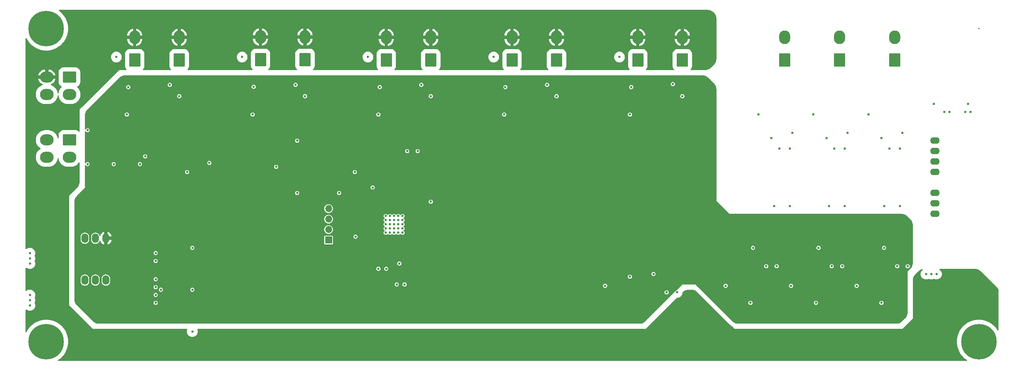
<source format=gbr>
%TF.GenerationSoftware,KiCad,Pcbnew,8.0.4*%
%TF.CreationDate,2025-03-26T21:29:20+03:00*%
%TF.ProjectId,PDU_Control_Board,5044555f-436f-46e7-9472-6f6c5f426f61,rev?*%
%TF.SameCoordinates,Original*%
%TF.FileFunction,Copper,L2,Inr*%
%TF.FilePolarity,Positive*%
%FSLAX46Y46*%
G04 Gerber Fmt 4.6, Leading zero omitted, Abs format (unit mm)*
G04 Created by KiCad (PCBNEW 8.0.4) date 2025-03-26 21:29:20*
%MOMM*%
%LPD*%
G01*
G04 APERTURE LIST*
G04 Aperture macros list*
%AMRoundRect*
0 Rectangle with rounded corners*
0 $1 Rounding radius*
0 $2 $3 $4 $5 $6 $7 $8 $9 X,Y pos of 4 corners*
0 Add a 4 corners polygon primitive as box body*
4,1,4,$2,$3,$4,$5,$6,$7,$8,$9,$2,$3,0*
0 Add four circle primitives for the rounded corners*
1,1,$1+$1,$2,$3*
1,1,$1+$1,$4,$5*
1,1,$1+$1,$6,$7*
1,1,$1+$1,$8,$9*
0 Add four rect primitives between the rounded corners*
20,1,$1+$1,$2,$3,$4,$5,0*
20,1,$1+$1,$4,$5,$6,$7,0*
20,1,$1+$1,$6,$7,$8,$9,0*
20,1,$1+$1,$8,$9,$2,$3,0*%
G04 Aperture macros list end*
%TA.AperFunction,ComponentPad*%
%ADD10RoundRect,0.250001X1.099999X1.399999X-1.099999X1.399999X-1.099999X-1.399999X1.099999X-1.399999X0*%
%TD*%
%TA.AperFunction,ComponentPad*%
%ADD11O,2.700000X3.300000*%
%TD*%
%TA.AperFunction,ComponentPad*%
%ADD12RoundRect,0.250001X-1.399999X1.099999X-1.399999X-1.099999X1.399999X-1.099999X1.399999X1.099999X0*%
%TD*%
%TA.AperFunction,ComponentPad*%
%ADD13O,3.300000X2.700000*%
%TD*%
%TA.AperFunction,ComponentPad*%
%ADD14C,0.900000*%
%TD*%
%TA.AperFunction,ComponentPad*%
%ADD15C,8.600000*%
%TD*%
%TA.AperFunction,ComponentPad*%
%ADD16O,1.700000X2.300000*%
%TD*%
%TA.AperFunction,ComponentPad*%
%ADD17R,1.700000X1.700000*%
%TD*%
%TA.AperFunction,ComponentPad*%
%ADD18O,1.700000X1.700000*%
%TD*%
%TA.AperFunction,ComponentPad*%
%ADD19O,2.300000X1.600000*%
%TD*%
%TA.AperFunction,ViaPad*%
%ADD20C,0.600000*%
%TD*%
%ADD21C,0.300000*%
%ADD22C,0.350000*%
G04 APERTURE END LIST*
D10*
%TO.N,Net-(D4-A)*%
%TO.C,J5*%
X349885000Y-175335000D03*
D11*
%TO.N,+24V*%
X349885000Y-169835000D03*
%TD*%
D10*
%TO.N,Net-(D13-A)*%
%TO.C,J7*%
X258445000Y-175335000D03*
D11*
%TO.N,+24V*%
X258445000Y-169835000D03*
%TD*%
D12*
%TO.N,Crrent_Out*%
%TO.C,J1*%
X231850000Y-194750000D03*
D13*
%TO.N,GND*%
X231850000Y-198950000D03*
%TO.N,+5V*%
X226350000Y-194750000D03*
%TO.N,GND*%
X226350000Y-198950000D03*
%TD*%
D10*
%TO.N,Net-(D20-A)*%
%TO.C,J12*%
X247650000Y-175335000D03*
D11*
%TO.N,+24V*%
X247650000Y-169835000D03*
%TD*%
D14*
%TO.N,GND*%
%TO.C,H1*%
X452217000Y-240515000D03*
X454497419Y-241459581D03*
X449936581Y-241459581D03*
X455442000Y-243740000D03*
D15*
X452217000Y-243740000D03*
D14*
X448992000Y-243740000D03*
X454497419Y-246020419D03*
X449936581Y-246020419D03*
X452217000Y-246965000D03*
%TD*%
D10*
%TO.N,Net-(D24-A)*%
%TO.C,J8*%
X278130000Y-175260000D03*
D11*
%TO.N,+24V*%
X278130000Y-169760000D03*
%TD*%
D14*
%TO.N,GND*%
%TO.C,H2*%
X226217000Y-164515000D03*
X228497419Y-165459581D03*
X223936581Y-165459581D03*
X229442000Y-167740000D03*
D15*
X226217000Y-167740000D03*
D14*
X222992000Y-167740000D03*
X228497419Y-170020419D03*
X223936581Y-170020419D03*
X226217000Y-170965000D03*
%TD*%
D10*
%TO.N,VDC_IN*%
%TO.C,J20*%
X405130000Y-175335000D03*
D11*
%TO.N,GNDPWR*%
X405130000Y-169835000D03*
%TD*%
D16*
%TO.N,+24V*%
%TO.C,D16*%
X235585000Y-218630000D03*
%TO.N,GND*%
X238125000Y-218630000D03*
%TO.N,+3.3V*%
X240665000Y-218630000D03*
%TD*%
D10*
%TO.N,Net-(D22-A)*%
%TO.C,J10*%
X339090000Y-175335000D03*
D11*
%TO.N,+24V*%
X339090000Y-169835000D03*
%TD*%
D10*
%TO.N,Net-(D7-A)*%
%TO.C,J4*%
X288925000Y-175260000D03*
D11*
%TO.N,+24V*%
X288925000Y-169760000D03*
%TD*%
D10*
%TO.N,VDC_OUT2*%
%TO.C,J22*%
X431800000Y-175335000D03*
D11*
%TO.N,GNDPWR*%
X431800000Y-169835000D03*
%TD*%
D10*
%TO.N,Net-(D6-A)*%
%TO.C,J2*%
X319405000Y-175335000D03*
D11*
%TO.N,+24V*%
X319405000Y-169835000D03*
%TD*%
D14*
%TO.N,GND*%
%TO.C,H3*%
X226217000Y-240515000D03*
X228497419Y-241459581D03*
X223936581Y-241459581D03*
X229442000Y-243740000D03*
D15*
X226217000Y-243740000D03*
D14*
X222992000Y-243740000D03*
X228497419Y-246020419D03*
X223936581Y-246020419D03*
X226217000Y-246965000D03*
%TD*%
D17*
%TO.N,GND*%
%TO.C,J3*%
X294640000Y-219065000D03*
D18*
%TO.N,Net-(J3-Pin_2)*%
X294640000Y-216525000D03*
%TO.N,Net-(J3-Pin_3)*%
X294640000Y-213985000D03*
%TO.N,Net-(D3-A)*%
X294640000Y-211445000D03*
%TD*%
D10*
%TO.N,Net-(D21-A)*%
%TO.C,J11*%
X369570000Y-175335000D03*
D11*
%TO.N,+24V*%
X369570000Y-169835000D03*
%TD*%
D12*
%TO.N,CANL*%
%TO.C,J13*%
X231850000Y-179510000D03*
D13*
%TO.N,CANH*%
X231850000Y-183710000D03*
%TO.N,+24V*%
X226350000Y-179510000D03*
%TO.N,GND*%
X226350000Y-183710000D03*
%TD*%
D19*
%TO.N,GND*%
%TO.C,D37*%
X441535000Y-212725000D03*
%TO.N,Net-(D37-Vin)*%
X441535000Y-210185000D03*
%TO.N,unconnected-(D37-Ctrl-Pad3)*%
X441535000Y-207645000D03*
%TO.N,unconnected-(D37-NC-Pad5)*%
X441535000Y-202565000D03*
%TO.N,+3.3VP*%
X441535000Y-200025000D03*
%TO.N,GNDPWR*%
X441535000Y-197485000D03*
%TO.N,Net-(D37-CS)*%
X441535000Y-194945000D03*
%TD*%
D10*
%TO.N,Net-(D8-A)*%
%TO.C,J6*%
X380365000Y-175335000D03*
D11*
%TO.N,+24V*%
X380365000Y-169835000D03*
%TD*%
D10*
%TO.N,VDC_OUT1*%
%TO.C,J21*%
X418465000Y-175335000D03*
D11*
%TO.N,GNDPWR*%
X418465000Y-169835000D03*
%TD*%
D10*
%TO.N,Net-(D23-A)*%
%TO.C,J9*%
X308610000Y-175335000D03*
D11*
%TO.N,+24V*%
X308610000Y-169835000D03*
%TD*%
D16*
%TO.N,+24V*%
%TO.C,D41*%
X235585000Y-228790000D03*
%TO.N,GND*%
X238125000Y-228790000D03*
%TO.N,+5V*%
X240665000Y-228790000D03*
%TD*%
D20*
%TO.N,+3.3V*%
X361635000Y-232090000D03*
X265745000Y-198440000D03*
X419735000Y-210820000D03*
X407035000Y-214630000D03*
X307015000Y-224155000D03*
X309880000Y-229870000D03*
X430210000Y-225740000D03*
X422595000Y-232090000D03*
X254000000Y-220980000D03*
X374330000Y-232090000D03*
X406400000Y-210820000D03*
X252730000Y-218440000D03*
X300990000Y-200025000D03*
X433070000Y-210820000D03*
X319330057Y-220240035D03*
X254950000Y-197805000D03*
X367665000Y-186055000D03*
X420370000Y-214630000D03*
X314515000Y-224155000D03*
X433705000Y-214630000D03*
X252730000Y-220345000D03*
X245745000Y-186055000D03*
X406720000Y-232090000D03*
X304515000Y-206375000D03*
X414335000Y-225740000D03*
X319405000Y-208964997D03*
X337185000Y-186055000D03*
X301625000Y-221265000D03*
X276225000Y-186055000D03*
X398460000Y-225740000D03*
X313515000Y-224155000D03*
X306705000Y-186055000D03*
X390845000Y-232090000D03*
X287655000Y-211455000D03*
X309365001Y-224171094D03*
%TO.N,GND*%
X367967500Y-181942500D03*
X337185000Y-188595000D03*
X367665000Y-188595000D03*
X306705000Y-188595000D03*
X376555000Y-231775000D03*
X415925000Y-210820000D03*
X252730000Y-232410000D03*
X287020000Y-194945000D03*
X222250000Y-224790000D03*
X334645000Y-174625000D03*
X422595000Y-230190000D03*
X297180000Y-207645000D03*
X311531000Y-216281000D03*
X222250000Y-223520000D03*
X316230000Y-197485000D03*
X434975000Y-225425000D03*
X400685000Y-225425000D03*
X312547000Y-214249000D03*
X317105000Y-181370000D03*
X308483000Y-215265000D03*
X390845000Y-230190000D03*
X252730000Y-224155000D03*
X273685000Y-174625000D03*
X378065000Y-181215000D03*
X396875000Y-234315000D03*
X287020000Y-207645000D03*
X308483000Y-213233000D03*
X413385000Y-220980000D03*
X428625000Y-234315000D03*
X222250000Y-232410000D03*
X261620000Y-231140000D03*
X309499000Y-215265000D03*
X337479500Y-181950500D03*
X222250000Y-234950000D03*
X310515000Y-214249000D03*
X365125000Y-174625000D03*
X397510000Y-220980000D03*
X248920000Y-200660000D03*
X246085500Y-181950500D03*
X260350000Y-202565000D03*
X265745000Y-200340000D03*
X258445000Y-184150000D03*
X311531000Y-214249000D03*
X307037500Y-181942500D03*
X308483000Y-214249000D03*
X304165000Y-174625000D03*
X300990000Y-202565000D03*
X242570000Y-200660000D03*
X313055000Y-229870000D03*
X373380000Y-227330000D03*
X252730000Y-234315000D03*
X312547000Y-215265000D03*
X406720000Y-230190000D03*
X313690000Y-197485000D03*
X319405000Y-184150000D03*
X416560000Y-225425000D03*
X312547000Y-217297000D03*
X429260000Y-210820000D03*
X310515000Y-215265000D03*
X276482500Y-181867500D03*
X380365000Y-184150000D03*
X281940000Y-201295000D03*
X288925000Y-184150000D03*
X311150000Y-229870000D03*
X261620000Y-220980000D03*
X308483000Y-216281000D03*
X432435000Y-225425000D03*
X252730000Y-222250000D03*
X311531000Y-215265000D03*
X367665000Y-227965000D03*
X310515000Y-217297000D03*
X261620000Y-241300000D03*
X309499000Y-217297000D03*
X310515000Y-216281000D03*
X245745000Y-188595000D03*
X310515000Y-213233000D03*
X412750000Y-234315000D03*
X441960000Y-227330000D03*
X222250000Y-222250000D03*
X312547000Y-216281000D03*
X256145000Y-181370000D03*
X403225000Y-225425000D03*
X308483000Y-217297000D03*
X311531000Y-217297000D03*
X349885000Y-184150000D03*
X250190000Y-198755000D03*
X243205000Y-174625000D03*
X419100000Y-225425000D03*
X439420000Y-227330000D03*
X309499000Y-216281000D03*
X347585000Y-181370000D03*
X222250000Y-233680000D03*
X236220000Y-200660000D03*
X361635000Y-230190000D03*
X402590000Y-210820000D03*
X379095000Y-231775000D03*
X312547000Y-213233000D03*
X309499000Y-213233000D03*
X440690000Y-227330000D03*
X311531000Y-213233000D03*
X276225000Y-188595000D03*
X306705000Y-226060000D03*
X309499000Y-214249000D03*
X308610000Y-226060000D03*
X429260000Y-220980000D03*
X286625000Y-181370000D03*
%TO.N,Net-(U2-VCAP_1)*%
X319405000Y-209765000D03*
%TO.N,Net-(U2-VCAP_2)*%
X305311521Y-206300443D03*
%TO.N,+24V*%
X222250000Y-217170000D03*
X222250000Y-219710000D03*
X222250000Y-218440000D03*
X447040000Y-227330000D03*
X381635000Y-231775000D03*
X444500000Y-227330000D03*
X222250000Y-229870000D03*
X254000000Y-241300000D03*
X445770000Y-227330000D03*
X222250000Y-228600000D03*
X222250000Y-227330000D03*
%TO.N,BOOT0*%
X301165000Y-218265000D03*
%TO.N,NRST*%
X311785000Y-224790000D03*
%TO.N,GNDPWR*%
X398780000Y-188595000D03*
X445135000Y-187960000D03*
X430530000Y-196850000D03*
X417195000Y-196850000D03*
X428625000Y-194310000D03*
X425450000Y-188595000D03*
X401955000Y-194310000D03*
X415290000Y-194310000D03*
X412115000Y-188595000D03*
X441325000Y-186055000D03*
X403860000Y-196850000D03*
X443865000Y-187960000D03*
%TO.N,+3.3VP*%
X420370000Y-193040000D03*
X433705000Y-193040000D03*
X433070000Y-196850000D03*
X449580000Y-186055000D03*
X448945000Y-187960000D03*
X419735000Y-196850000D03*
X450215000Y-187960000D03*
X406400000Y-196850000D03*
X407035000Y-193040000D03*
%TO.N,+5V*%
X252730000Y-228600000D03*
X252730000Y-230505000D03*
X236220000Y-192405000D03*
X254000000Y-231140000D03*
%TD*%
%TA.AperFunction,Conductor*%
%TO.N,+24V*%
G36*
X386525615Y-163195265D02*
G01*
X386548089Y-163196737D01*
X386774531Y-163211579D01*
X386790589Y-163213694D01*
X387031238Y-163261562D01*
X387046904Y-163265760D01*
X387216496Y-163323328D01*
X387279245Y-163344629D01*
X387294222Y-163350832D01*
X387429160Y-163417376D01*
X387514283Y-163459354D01*
X387528329Y-163467464D01*
X387732337Y-163603777D01*
X387745202Y-163613648D01*
X387932737Y-163778112D01*
X387938659Y-163783659D01*
X388031340Y-163876340D01*
X388036887Y-163882262D01*
X388129977Y-163988411D01*
X388201348Y-164069793D01*
X388211222Y-164082662D01*
X388347535Y-164286670D01*
X388355645Y-164300716D01*
X388464164Y-164520770D01*
X388470371Y-164535756D01*
X388549239Y-164768095D01*
X388553437Y-164783761D01*
X388601303Y-165024396D01*
X388603421Y-165040478D01*
X388619735Y-165289383D01*
X388620000Y-165297493D01*
X388620000Y-175062506D01*
X388619735Y-175070616D01*
X388603421Y-175319521D01*
X388601303Y-175335603D01*
X388553437Y-175576238D01*
X388549239Y-175591904D01*
X388470371Y-175824243D01*
X388464164Y-175839229D01*
X388355645Y-176059283D01*
X388347535Y-176073329D01*
X388211222Y-176277337D01*
X388201348Y-176290206D01*
X388036887Y-176477737D01*
X388031340Y-176483659D01*
X387303659Y-177211340D01*
X387297737Y-177216887D01*
X387110206Y-177381348D01*
X387097337Y-177391222D01*
X386893329Y-177527535D01*
X386879283Y-177535645D01*
X386659229Y-177644164D01*
X386644243Y-177650371D01*
X386411904Y-177729239D01*
X386396238Y-177733437D01*
X386155603Y-177781303D01*
X386139521Y-177783421D01*
X385890616Y-177799735D01*
X385882506Y-177800000D01*
X382467835Y-177800000D01*
X382400796Y-177780315D01*
X382355041Y-177727511D01*
X382345097Y-177658353D01*
X382374122Y-177594797D01*
X382380154Y-177588319D01*
X382387758Y-177580715D01*
X382428819Y-177539654D01*
X382557007Y-177354626D01*
X382650096Y-177149683D01*
X382705096Y-176931411D01*
X382715500Y-176799216D01*
X382715500Y-173870784D01*
X382705096Y-173738589D01*
X382650096Y-173520317D01*
X382557007Y-173315374D01*
X382428819Y-173130346D01*
X382269654Y-172971181D01*
X382269650Y-172971178D01*
X382269645Y-172971174D01*
X382084632Y-172842997D01*
X382084630Y-172842995D01*
X382084626Y-172842993D01*
X381919507Y-172767993D01*
X381879681Y-172749903D01*
X381879678Y-172749902D01*
X381661419Y-172694905D01*
X381661412Y-172694904D01*
X381529221Y-172684500D01*
X381529216Y-172684500D01*
X379200784Y-172684500D01*
X379200778Y-172684500D01*
X379068587Y-172694904D01*
X379068580Y-172694905D01*
X378850321Y-172749902D01*
X378850318Y-172749903D01*
X378645377Y-172842991D01*
X378645367Y-172842997D01*
X378460354Y-172971174D01*
X378460342Y-172971184D01*
X378301184Y-173130342D01*
X378301174Y-173130354D01*
X378172997Y-173315367D01*
X378172991Y-173315377D01*
X378079903Y-173520318D01*
X378079902Y-173520321D01*
X378024905Y-173738580D01*
X378024904Y-173738587D01*
X378014500Y-173870778D01*
X378014500Y-176799221D01*
X378024904Y-176931412D01*
X378024905Y-176931419D01*
X378079902Y-177149678D01*
X378079903Y-177149681D01*
X378172991Y-177354622D01*
X378172997Y-177354632D01*
X378301174Y-177539645D01*
X378301178Y-177539650D01*
X378301181Y-177539654D01*
X378301184Y-177539657D01*
X378349846Y-177588319D01*
X378383331Y-177649642D01*
X378378347Y-177719334D01*
X378336475Y-177775267D01*
X378271011Y-177799684D01*
X378262165Y-177800000D01*
X371672835Y-177800000D01*
X371605796Y-177780315D01*
X371560041Y-177727511D01*
X371550097Y-177658353D01*
X371579122Y-177594797D01*
X371585154Y-177588319D01*
X371592758Y-177580715D01*
X371633819Y-177539654D01*
X371762007Y-177354626D01*
X371855096Y-177149683D01*
X371910096Y-176931411D01*
X371920500Y-176799216D01*
X371920500Y-173870784D01*
X371910096Y-173738589D01*
X371855096Y-173520317D01*
X371762007Y-173315374D01*
X371633819Y-173130346D01*
X371474654Y-172971181D01*
X371474650Y-172971178D01*
X371474645Y-172971174D01*
X371289632Y-172842997D01*
X371289630Y-172842995D01*
X371289626Y-172842993D01*
X371124507Y-172767993D01*
X371084681Y-172749903D01*
X371084678Y-172749902D01*
X370866419Y-172694905D01*
X370866412Y-172694904D01*
X370734221Y-172684500D01*
X370734216Y-172684500D01*
X368405784Y-172684500D01*
X368405778Y-172684500D01*
X368273587Y-172694904D01*
X368273580Y-172694905D01*
X368055321Y-172749902D01*
X368055318Y-172749903D01*
X367850377Y-172842991D01*
X367850367Y-172842997D01*
X367665354Y-172971174D01*
X367665342Y-172971184D01*
X367506184Y-173130342D01*
X367506174Y-173130354D01*
X367377997Y-173315367D01*
X367377991Y-173315377D01*
X367284903Y-173520318D01*
X367284902Y-173520321D01*
X367229905Y-173738580D01*
X367229904Y-173738587D01*
X367219500Y-173870778D01*
X367219500Y-176799221D01*
X367229904Y-176931412D01*
X367229905Y-176931419D01*
X367284902Y-177149678D01*
X367284903Y-177149681D01*
X367377991Y-177354622D01*
X367377997Y-177354632D01*
X367506174Y-177539645D01*
X367506178Y-177539650D01*
X367506181Y-177539654D01*
X367506184Y-177539657D01*
X367554846Y-177588319D01*
X367588331Y-177649642D01*
X367583347Y-177719334D01*
X367541475Y-177775267D01*
X367476011Y-177799684D01*
X367467165Y-177800000D01*
X351987835Y-177800000D01*
X351920796Y-177780315D01*
X351875041Y-177727511D01*
X351865097Y-177658353D01*
X351894122Y-177594797D01*
X351900154Y-177588319D01*
X351907758Y-177580715D01*
X351948819Y-177539654D01*
X352077007Y-177354626D01*
X352170096Y-177149683D01*
X352225096Y-176931411D01*
X352235500Y-176799216D01*
X352235500Y-174624998D01*
X363819532Y-174624998D01*
X363819532Y-174625001D01*
X363839364Y-174851686D01*
X363839366Y-174851697D01*
X363898258Y-175071488D01*
X363898261Y-175071497D01*
X363994431Y-175277732D01*
X363994432Y-175277734D01*
X364124954Y-175464141D01*
X364285858Y-175625045D01*
X364285861Y-175625047D01*
X364472266Y-175755568D01*
X364678504Y-175851739D01*
X364898308Y-175910635D01*
X365060230Y-175924801D01*
X365124998Y-175930468D01*
X365125000Y-175930468D01*
X365125002Y-175930468D01*
X365181673Y-175925509D01*
X365351692Y-175910635D01*
X365571496Y-175851739D01*
X365777734Y-175755568D01*
X365964139Y-175625047D01*
X366125047Y-175464139D01*
X366255568Y-175277734D01*
X366351739Y-175071496D01*
X366410635Y-174851692D01*
X366430468Y-174625000D01*
X366410635Y-174398308D01*
X366351739Y-174178504D01*
X366255568Y-173972266D01*
X366125047Y-173785861D01*
X366125045Y-173785858D01*
X365964141Y-173624954D01*
X365777734Y-173494432D01*
X365777732Y-173494431D01*
X365571497Y-173398261D01*
X365571488Y-173398258D01*
X365351697Y-173339366D01*
X365351693Y-173339365D01*
X365351692Y-173339365D01*
X365351691Y-173339364D01*
X365351686Y-173339364D01*
X365125002Y-173319532D01*
X365124998Y-173319532D01*
X364898313Y-173339364D01*
X364898302Y-173339366D01*
X364678511Y-173398258D01*
X364678502Y-173398261D01*
X364472267Y-173494431D01*
X364472265Y-173494432D01*
X364285858Y-173624954D01*
X364124954Y-173785858D01*
X363994432Y-173972265D01*
X363994431Y-173972267D01*
X363898261Y-174178502D01*
X363898258Y-174178511D01*
X363839366Y-174398302D01*
X363839364Y-174398313D01*
X363819532Y-174624998D01*
X352235500Y-174624998D01*
X352235500Y-173870784D01*
X352225096Y-173738589D01*
X352170096Y-173520317D01*
X352077007Y-173315374D01*
X351948819Y-173130346D01*
X351789654Y-172971181D01*
X351789650Y-172971178D01*
X351789645Y-172971174D01*
X351604632Y-172842997D01*
X351604630Y-172842995D01*
X351604626Y-172842993D01*
X351439507Y-172767993D01*
X351399681Y-172749903D01*
X351399678Y-172749902D01*
X351181419Y-172694905D01*
X351181412Y-172694904D01*
X351049221Y-172684500D01*
X351049216Y-172684500D01*
X348720784Y-172684500D01*
X348720778Y-172684500D01*
X348588587Y-172694904D01*
X348588580Y-172694905D01*
X348370321Y-172749902D01*
X348370318Y-172749903D01*
X348165377Y-172842991D01*
X348165367Y-172842997D01*
X347980354Y-172971174D01*
X347980342Y-172971184D01*
X347821184Y-173130342D01*
X347821174Y-173130354D01*
X347692997Y-173315367D01*
X347692991Y-173315377D01*
X347599903Y-173520318D01*
X347599902Y-173520321D01*
X347544905Y-173738580D01*
X347544904Y-173738587D01*
X347534500Y-173870778D01*
X347534500Y-176799221D01*
X347544904Y-176931412D01*
X347544905Y-176931419D01*
X347599902Y-177149678D01*
X347599903Y-177149681D01*
X347692991Y-177354622D01*
X347692997Y-177354632D01*
X347821174Y-177539645D01*
X347821178Y-177539650D01*
X347821181Y-177539654D01*
X347821184Y-177539657D01*
X347869846Y-177588319D01*
X347903331Y-177649642D01*
X347898347Y-177719334D01*
X347856475Y-177775267D01*
X347791011Y-177799684D01*
X347782165Y-177800000D01*
X341192835Y-177800000D01*
X341125796Y-177780315D01*
X341080041Y-177727511D01*
X341070097Y-177658353D01*
X341099122Y-177594797D01*
X341105154Y-177588319D01*
X341112758Y-177580715D01*
X341153819Y-177539654D01*
X341282007Y-177354626D01*
X341375096Y-177149683D01*
X341430096Y-176931411D01*
X341440500Y-176799216D01*
X341440500Y-173870784D01*
X341430096Y-173738589D01*
X341375096Y-173520317D01*
X341282007Y-173315374D01*
X341153819Y-173130346D01*
X340994654Y-172971181D01*
X340994650Y-172971178D01*
X340994645Y-172971174D01*
X340809632Y-172842997D01*
X340809630Y-172842995D01*
X340809626Y-172842993D01*
X340644507Y-172767993D01*
X340604681Y-172749903D01*
X340604678Y-172749902D01*
X340386419Y-172694905D01*
X340386412Y-172694904D01*
X340254221Y-172684500D01*
X340254216Y-172684500D01*
X337925784Y-172684500D01*
X337925778Y-172684500D01*
X337793587Y-172694904D01*
X337793580Y-172694905D01*
X337575321Y-172749902D01*
X337575318Y-172749903D01*
X337370377Y-172842991D01*
X337370367Y-172842997D01*
X337185354Y-172971174D01*
X337185342Y-172971184D01*
X337026184Y-173130342D01*
X337026174Y-173130354D01*
X336897997Y-173315367D01*
X336897991Y-173315377D01*
X336804903Y-173520318D01*
X336804902Y-173520321D01*
X336749905Y-173738580D01*
X336749904Y-173738587D01*
X336739500Y-173870778D01*
X336739500Y-176799221D01*
X336749904Y-176931412D01*
X336749905Y-176931419D01*
X336804902Y-177149678D01*
X336804903Y-177149681D01*
X336897991Y-177354622D01*
X336897997Y-177354632D01*
X337026174Y-177539645D01*
X337026178Y-177539650D01*
X337026181Y-177539654D01*
X337026184Y-177539657D01*
X337074846Y-177588319D01*
X337108331Y-177649642D01*
X337103347Y-177719334D01*
X337061475Y-177775267D01*
X336996011Y-177799684D01*
X336987165Y-177800000D01*
X321507835Y-177800000D01*
X321440796Y-177780315D01*
X321395041Y-177727511D01*
X321385097Y-177658353D01*
X321414122Y-177594797D01*
X321420154Y-177588319D01*
X321427758Y-177580715D01*
X321468819Y-177539654D01*
X321597007Y-177354626D01*
X321690096Y-177149683D01*
X321745096Y-176931411D01*
X321755500Y-176799216D01*
X321755500Y-174624998D01*
X333339532Y-174624998D01*
X333339532Y-174625001D01*
X333359364Y-174851686D01*
X333359366Y-174851697D01*
X333418258Y-175071488D01*
X333418261Y-175071497D01*
X333514431Y-175277732D01*
X333514432Y-175277734D01*
X333644954Y-175464141D01*
X333805858Y-175625045D01*
X333805861Y-175625047D01*
X333992266Y-175755568D01*
X334198504Y-175851739D01*
X334418308Y-175910635D01*
X334580230Y-175924801D01*
X334644998Y-175930468D01*
X334645000Y-175930468D01*
X334645002Y-175930468D01*
X334701673Y-175925509D01*
X334871692Y-175910635D01*
X335091496Y-175851739D01*
X335297734Y-175755568D01*
X335484139Y-175625047D01*
X335645047Y-175464139D01*
X335775568Y-175277734D01*
X335871739Y-175071496D01*
X335930635Y-174851692D01*
X335950468Y-174625000D01*
X335930635Y-174398308D01*
X335871739Y-174178504D01*
X335775568Y-173972266D01*
X335645047Y-173785861D01*
X335645045Y-173785858D01*
X335484141Y-173624954D01*
X335297734Y-173494432D01*
X335297732Y-173494431D01*
X335091497Y-173398261D01*
X335091488Y-173398258D01*
X334871697Y-173339366D01*
X334871693Y-173339365D01*
X334871692Y-173339365D01*
X334871691Y-173339364D01*
X334871686Y-173339364D01*
X334645002Y-173319532D01*
X334644998Y-173319532D01*
X334418313Y-173339364D01*
X334418302Y-173339366D01*
X334198511Y-173398258D01*
X334198502Y-173398261D01*
X333992267Y-173494431D01*
X333992265Y-173494432D01*
X333805858Y-173624954D01*
X333644954Y-173785858D01*
X333514432Y-173972265D01*
X333514431Y-173972267D01*
X333418261Y-174178502D01*
X333418258Y-174178511D01*
X333359366Y-174398302D01*
X333359364Y-174398313D01*
X333339532Y-174624998D01*
X321755500Y-174624998D01*
X321755500Y-173870784D01*
X321745096Y-173738589D01*
X321690096Y-173520317D01*
X321597007Y-173315374D01*
X321468819Y-173130346D01*
X321309654Y-172971181D01*
X321309650Y-172971178D01*
X321309645Y-172971174D01*
X321124632Y-172842997D01*
X321124630Y-172842995D01*
X321124626Y-172842993D01*
X320959507Y-172767993D01*
X320919681Y-172749903D01*
X320919678Y-172749902D01*
X320701419Y-172694905D01*
X320701412Y-172694904D01*
X320569221Y-172684500D01*
X320569216Y-172684500D01*
X318240784Y-172684500D01*
X318240778Y-172684500D01*
X318108587Y-172694904D01*
X318108580Y-172694905D01*
X317890321Y-172749902D01*
X317890318Y-172749903D01*
X317685377Y-172842991D01*
X317685367Y-172842997D01*
X317500354Y-172971174D01*
X317500342Y-172971184D01*
X317341184Y-173130342D01*
X317341174Y-173130354D01*
X317212997Y-173315367D01*
X317212991Y-173315377D01*
X317119903Y-173520318D01*
X317119902Y-173520321D01*
X317064905Y-173738580D01*
X317064904Y-173738587D01*
X317054500Y-173870778D01*
X317054500Y-176799221D01*
X317064904Y-176931412D01*
X317064905Y-176931419D01*
X317119902Y-177149678D01*
X317119903Y-177149681D01*
X317212991Y-177354622D01*
X317212997Y-177354632D01*
X317341174Y-177539645D01*
X317341178Y-177539650D01*
X317341181Y-177539654D01*
X317341184Y-177539657D01*
X317389846Y-177588319D01*
X317423331Y-177649642D01*
X317418347Y-177719334D01*
X317376475Y-177775267D01*
X317311011Y-177799684D01*
X317302165Y-177800000D01*
X310712835Y-177800000D01*
X310645796Y-177780315D01*
X310600041Y-177727511D01*
X310590097Y-177658353D01*
X310619122Y-177594797D01*
X310625154Y-177588319D01*
X310632758Y-177580715D01*
X310673819Y-177539654D01*
X310802007Y-177354626D01*
X310895096Y-177149683D01*
X310950096Y-176931411D01*
X310960500Y-176799216D01*
X310960500Y-173870784D01*
X310950096Y-173738589D01*
X310895096Y-173520317D01*
X310802007Y-173315374D01*
X310673819Y-173130346D01*
X310514654Y-172971181D01*
X310514650Y-172971178D01*
X310514645Y-172971174D01*
X310329632Y-172842997D01*
X310329630Y-172842995D01*
X310329626Y-172842993D01*
X310164507Y-172767993D01*
X310124681Y-172749903D01*
X310124678Y-172749902D01*
X309906419Y-172694905D01*
X309906412Y-172694904D01*
X309774221Y-172684500D01*
X309774216Y-172684500D01*
X307445784Y-172684500D01*
X307445778Y-172684500D01*
X307313587Y-172694904D01*
X307313580Y-172694905D01*
X307095321Y-172749902D01*
X307095318Y-172749903D01*
X306890377Y-172842991D01*
X306890367Y-172842997D01*
X306705354Y-172971174D01*
X306705342Y-172971184D01*
X306546184Y-173130342D01*
X306546174Y-173130354D01*
X306417997Y-173315367D01*
X306417991Y-173315377D01*
X306324903Y-173520318D01*
X306324902Y-173520321D01*
X306269905Y-173738580D01*
X306269904Y-173738587D01*
X306259500Y-173870778D01*
X306259500Y-176799221D01*
X306269904Y-176931412D01*
X306269905Y-176931419D01*
X306324902Y-177149678D01*
X306324903Y-177149681D01*
X306417991Y-177354622D01*
X306417997Y-177354632D01*
X306546174Y-177539645D01*
X306546178Y-177539650D01*
X306546181Y-177539654D01*
X306546184Y-177539657D01*
X306594846Y-177588319D01*
X306628331Y-177649642D01*
X306623347Y-177719334D01*
X306581475Y-177775267D01*
X306516011Y-177799684D01*
X306507165Y-177800000D01*
X290952835Y-177800000D01*
X290885796Y-177780315D01*
X290840041Y-177727511D01*
X290830097Y-177658353D01*
X290859122Y-177594797D01*
X290865154Y-177588319D01*
X290925938Y-177527535D01*
X290988819Y-177464654D01*
X291117007Y-177279626D01*
X291210096Y-177074683D01*
X291265096Y-176856411D01*
X291275500Y-176724216D01*
X291275500Y-174624998D01*
X302859532Y-174624998D01*
X302859532Y-174625001D01*
X302879364Y-174851686D01*
X302879366Y-174851697D01*
X302938258Y-175071488D01*
X302938261Y-175071497D01*
X303034431Y-175277732D01*
X303034432Y-175277734D01*
X303164954Y-175464141D01*
X303325858Y-175625045D01*
X303325861Y-175625047D01*
X303512266Y-175755568D01*
X303718504Y-175851739D01*
X303938308Y-175910635D01*
X304100230Y-175924801D01*
X304164998Y-175930468D01*
X304165000Y-175930468D01*
X304165002Y-175930468D01*
X304221673Y-175925509D01*
X304391692Y-175910635D01*
X304611496Y-175851739D01*
X304817734Y-175755568D01*
X305004139Y-175625047D01*
X305165047Y-175464139D01*
X305295568Y-175277734D01*
X305391739Y-175071496D01*
X305450635Y-174851692D01*
X305470468Y-174625000D01*
X305450635Y-174398308D01*
X305391739Y-174178504D01*
X305295568Y-173972266D01*
X305165047Y-173785861D01*
X305165045Y-173785858D01*
X305004141Y-173624954D01*
X304817734Y-173494432D01*
X304817732Y-173494431D01*
X304611497Y-173398261D01*
X304611488Y-173398258D01*
X304391697Y-173339366D01*
X304391693Y-173339365D01*
X304391692Y-173339365D01*
X304391691Y-173339364D01*
X304391686Y-173339364D01*
X304165002Y-173319532D01*
X304164998Y-173319532D01*
X303938313Y-173339364D01*
X303938302Y-173339366D01*
X303718511Y-173398258D01*
X303718502Y-173398261D01*
X303512267Y-173494431D01*
X303512265Y-173494432D01*
X303325858Y-173624954D01*
X303164954Y-173785858D01*
X303034432Y-173972265D01*
X303034431Y-173972267D01*
X302938261Y-174178502D01*
X302938258Y-174178511D01*
X302879366Y-174398302D01*
X302879364Y-174398313D01*
X302859532Y-174624998D01*
X291275500Y-174624998D01*
X291275500Y-173795784D01*
X291265096Y-173663589D01*
X291228995Y-173520321D01*
X291210097Y-173445321D01*
X291210096Y-173445318D01*
X291188720Y-173398258D01*
X291117007Y-173240374D01*
X291040779Y-173130346D01*
X290988825Y-173055354D01*
X290988822Y-173055350D01*
X290988819Y-173055346D01*
X290829654Y-172896181D01*
X290829650Y-172896178D01*
X290829645Y-172896174D01*
X290644632Y-172767997D01*
X290644630Y-172767995D01*
X290644626Y-172767993D01*
X290604799Y-172749903D01*
X290439681Y-172674903D01*
X290439678Y-172674902D01*
X290221419Y-172619905D01*
X290221412Y-172619904D01*
X290089221Y-172609500D01*
X290089216Y-172609500D01*
X287760784Y-172609500D01*
X287760778Y-172609500D01*
X287628587Y-172619904D01*
X287628580Y-172619905D01*
X287410321Y-172674902D01*
X287410318Y-172674903D01*
X287205377Y-172767991D01*
X287205367Y-172767997D01*
X287020354Y-172896174D01*
X287020342Y-172896184D01*
X286861184Y-173055342D01*
X286861174Y-173055354D01*
X286732997Y-173240367D01*
X286732991Y-173240377D01*
X286639903Y-173445318D01*
X286639902Y-173445321D01*
X286584905Y-173663580D01*
X286584904Y-173663587D01*
X286574500Y-173795778D01*
X286574500Y-176724221D01*
X286584904Y-176856412D01*
X286584905Y-176856419D01*
X286639902Y-177074678D01*
X286639903Y-177074681D01*
X286732991Y-177279622D01*
X286732997Y-177279632D01*
X286861174Y-177464645D01*
X286861178Y-177464650D01*
X286861181Y-177464654D01*
X286861184Y-177464657D01*
X286984846Y-177588319D01*
X287018331Y-177649642D01*
X287013347Y-177719334D01*
X286971475Y-177775267D01*
X286906011Y-177799684D01*
X286897165Y-177800000D01*
X280157835Y-177800000D01*
X280090796Y-177780315D01*
X280045041Y-177727511D01*
X280035097Y-177658353D01*
X280064122Y-177594797D01*
X280070154Y-177588319D01*
X280130938Y-177527535D01*
X280193819Y-177464654D01*
X280322007Y-177279626D01*
X280415096Y-177074683D01*
X280470096Y-176856411D01*
X280480500Y-176724216D01*
X280480500Y-173795784D01*
X280470096Y-173663589D01*
X280433995Y-173520321D01*
X280415097Y-173445321D01*
X280415096Y-173445318D01*
X280393720Y-173398258D01*
X280322007Y-173240374D01*
X280245779Y-173130346D01*
X280193825Y-173055354D01*
X280193822Y-173055350D01*
X280193819Y-173055346D01*
X280034654Y-172896181D01*
X280034650Y-172896178D01*
X280034645Y-172896174D01*
X279849632Y-172767997D01*
X279849630Y-172767995D01*
X279849626Y-172767993D01*
X279809799Y-172749903D01*
X279644681Y-172674903D01*
X279644678Y-172674902D01*
X279426419Y-172619905D01*
X279426412Y-172619904D01*
X279294221Y-172609500D01*
X279294216Y-172609500D01*
X276965784Y-172609500D01*
X276965778Y-172609500D01*
X276833587Y-172619904D01*
X276833580Y-172619905D01*
X276615321Y-172674902D01*
X276615318Y-172674903D01*
X276410377Y-172767991D01*
X276410367Y-172767997D01*
X276225354Y-172896174D01*
X276225342Y-172896184D01*
X276066184Y-173055342D01*
X276066174Y-173055354D01*
X275937997Y-173240367D01*
X275937991Y-173240377D01*
X275844903Y-173445318D01*
X275844902Y-173445321D01*
X275789905Y-173663580D01*
X275789904Y-173663587D01*
X275779500Y-173795778D01*
X275779500Y-176724221D01*
X275789904Y-176856412D01*
X275789905Y-176856419D01*
X275844902Y-177074678D01*
X275844903Y-177074681D01*
X275937991Y-177279622D01*
X275937997Y-177279632D01*
X276066174Y-177464645D01*
X276066178Y-177464650D01*
X276066181Y-177464654D01*
X276066184Y-177464657D01*
X276189846Y-177588319D01*
X276223331Y-177649642D01*
X276218347Y-177719334D01*
X276176475Y-177775267D01*
X276111011Y-177799684D01*
X276102165Y-177800000D01*
X260547835Y-177800000D01*
X260480796Y-177780315D01*
X260435041Y-177727511D01*
X260425097Y-177658353D01*
X260454122Y-177594797D01*
X260460154Y-177588319D01*
X260467758Y-177580715D01*
X260508819Y-177539654D01*
X260637007Y-177354626D01*
X260730096Y-177149683D01*
X260785096Y-176931411D01*
X260795500Y-176799216D01*
X260795500Y-174624998D01*
X272379532Y-174624998D01*
X272379532Y-174625001D01*
X272399364Y-174851686D01*
X272399366Y-174851697D01*
X272458258Y-175071488D01*
X272458261Y-175071497D01*
X272554431Y-175277732D01*
X272554432Y-175277734D01*
X272684954Y-175464141D01*
X272845858Y-175625045D01*
X272845861Y-175625047D01*
X273032266Y-175755568D01*
X273238504Y-175851739D01*
X273458308Y-175910635D01*
X273620230Y-175924801D01*
X273684998Y-175930468D01*
X273685000Y-175930468D01*
X273685002Y-175930468D01*
X273741673Y-175925509D01*
X273911692Y-175910635D01*
X274131496Y-175851739D01*
X274337734Y-175755568D01*
X274524139Y-175625047D01*
X274685047Y-175464139D01*
X274815568Y-175277734D01*
X274911739Y-175071496D01*
X274970635Y-174851692D01*
X274990468Y-174625000D01*
X274970635Y-174398308D01*
X274911739Y-174178504D01*
X274815568Y-173972266D01*
X274685047Y-173785861D01*
X274685045Y-173785858D01*
X274524141Y-173624954D01*
X274337734Y-173494432D01*
X274337732Y-173494431D01*
X274131497Y-173398261D01*
X274131488Y-173398258D01*
X273911697Y-173339366D01*
X273911693Y-173339365D01*
X273911692Y-173339365D01*
X273911691Y-173339364D01*
X273911686Y-173339364D01*
X273685002Y-173319532D01*
X273684998Y-173319532D01*
X273458313Y-173339364D01*
X273458302Y-173339366D01*
X273238511Y-173398258D01*
X273238502Y-173398261D01*
X273032267Y-173494431D01*
X273032265Y-173494432D01*
X272845858Y-173624954D01*
X272684954Y-173785858D01*
X272554432Y-173972265D01*
X272554431Y-173972267D01*
X272458261Y-174178502D01*
X272458258Y-174178511D01*
X272399366Y-174398302D01*
X272399364Y-174398313D01*
X272379532Y-174624998D01*
X260795500Y-174624998D01*
X260795500Y-173870784D01*
X260785096Y-173738589D01*
X260730096Y-173520317D01*
X260637007Y-173315374D01*
X260508819Y-173130346D01*
X260349654Y-172971181D01*
X260349650Y-172971178D01*
X260349645Y-172971174D01*
X260164632Y-172842997D01*
X260164630Y-172842995D01*
X260164626Y-172842993D01*
X259999507Y-172767993D01*
X259959681Y-172749903D01*
X259959678Y-172749902D01*
X259741419Y-172694905D01*
X259741412Y-172694904D01*
X259609221Y-172684500D01*
X259609216Y-172684500D01*
X257280784Y-172684500D01*
X257280778Y-172684500D01*
X257148587Y-172694904D01*
X257148580Y-172694905D01*
X256930321Y-172749902D01*
X256930318Y-172749903D01*
X256725377Y-172842991D01*
X256725367Y-172842997D01*
X256540354Y-172971174D01*
X256540342Y-172971184D01*
X256381184Y-173130342D01*
X256381174Y-173130354D01*
X256252997Y-173315367D01*
X256252991Y-173315377D01*
X256159903Y-173520318D01*
X256159902Y-173520321D01*
X256104905Y-173738580D01*
X256104904Y-173738587D01*
X256094500Y-173870778D01*
X256094500Y-176799221D01*
X256104904Y-176931412D01*
X256104905Y-176931419D01*
X256159902Y-177149678D01*
X256159903Y-177149681D01*
X256252991Y-177354622D01*
X256252997Y-177354632D01*
X256381174Y-177539645D01*
X256381178Y-177539650D01*
X256381181Y-177539654D01*
X256381184Y-177539657D01*
X256429846Y-177588319D01*
X256463331Y-177649642D01*
X256458347Y-177719334D01*
X256416475Y-177775267D01*
X256351011Y-177799684D01*
X256342165Y-177800000D01*
X249752835Y-177800000D01*
X249685796Y-177780315D01*
X249640041Y-177727511D01*
X249630097Y-177658353D01*
X249659122Y-177594797D01*
X249665154Y-177588319D01*
X249672758Y-177580715D01*
X249713819Y-177539654D01*
X249842007Y-177354626D01*
X249935096Y-177149683D01*
X249990096Y-176931411D01*
X250000500Y-176799216D01*
X250000500Y-173870784D01*
X249990096Y-173738589D01*
X249935096Y-173520317D01*
X249842007Y-173315374D01*
X249713819Y-173130346D01*
X249554654Y-172971181D01*
X249554650Y-172971178D01*
X249554645Y-172971174D01*
X249369632Y-172842997D01*
X249369630Y-172842995D01*
X249369626Y-172842993D01*
X249204507Y-172767993D01*
X249164681Y-172749903D01*
X249164678Y-172749902D01*
X248946419Y-172694905D01*
X248946412Y-172694904D01*
X248814221Y-172684500D01*
X248814216Y-172684500D01*
X246485784Y-172684500D01*
X246485778Y-172684500D01*
X246353587Y-172694904D01*
X246353580Y-172694905D01*
X246135321Y-172749902D01*
X246135318Y-172749903D01*
X245930377Y-172842991D01*
X245930367Y-172842997D01*
X245745354Y-172971174D01*
X245745342Y-172971184D01*
X245586184Y-173130342D01*
X245586174Y-173130354D01*
X245457997Y-173315367D01*
X245457991Y-173315377D01*
X245364903Y-173520318D01*
X245364902Y-173520321D01*
X245309905Y-173738580D01*
X245309904Y-173738587D01*
X245299500Y-173870778D01*
X245299500Y-176799221D01*
X245309904Y-176931412D01*
X245309905Y-176931419D01*
X245364902Y-177149678D01*
X245364903Y-177149681D01*
X245457991Y-177354622D01*
X245457997Y-177354632D01*
X245586174Y-177539645D01*
X245586178Y-177539650D01*
X245586181Y-177539654D01*
X245586184Y-177539657D01*
X245634846Y-177588319D01*
X245668331Y-177649642D01*
X245663347Y-177719334D01*
X245621475Y-177775267D01*
X245556011Y-177799684D01*
X245547165Y-177800000D01*
X243840000Y-177800000D01*
X243254224Y-178385775D01*
X243254216Y-178385783D01*
X234900783Y-186739216D01*
X234900775Y-186739224D01*
X234315000Y-187325000D01*
X234315000Y-188153427D01*
X234315000Y-188153438D01*
X234315000Y-192647164D01*
X234295315Y-192714203D01*
X234242511Y-192759958D01*
X234173353Y-192769902D01*
X234109797Y-192740877D01*
X234103320Y-192734846D01*
X234054658Y-192686184D01*
X234054645Y-192686174D01*
X233869632Y-192557997D01*
X233869630Y-192557995D01*
X233869626Y-192557993D01*
X233784803Y-192519465D01*
X233664681Y-192464903D01*
X233664678Y-192464902D01*
X233446419Y-192409905D01*
X233446412Y-192409904D01*
X233314221Y-192399500D01*
X233314216Y-192399500D01*
X230385784Y-192399500D01*
X230385778Y-192399500D01*
X230253587Y-192409904D01*
X230253580Y-192409905D01*
X230035321Y-192464902D01*
X230035318Y-192464903D01*
X229830377Y-192557991D01*
X229830367Y-192557997D01*
X229645354Y-192686174D01*
X229645342Y-192686184D01*
X229486184Y-192845342D01*
X229486174Y-192845354D01*
X229357997Y-193030367D01*
X229357991Y-193030377D01*
X229264903Y-193235318D01*
X229264902Y-193235321D01*
X229209905Y-193453580D01*
X229209904Y-193453587D01*
X229199500Y-193585778D01*
X229199500Y-194241357D01*
X229179815Y-194308396D01*
X229127011Y-194354151D01*
X229057853Y-194364095D01*
X228994297Y-194335070D01*
X228956523Y-194276292D01*
X228955725Y-194273450D01*
X228880535Y-193992837D01*
X228859705Y-193942550D01*
X228762622Y-193708170D01*
X228762620Y-193708167D01*
X228762618Y-193708162D01*
X228691959Y-193585778D01*
X228608562Y-193441330D01*
X228531188Y-193340494D01*
X228420992Y-193196884D01*
X228420986Y-193196877D01*
X228203122Y-192979013D01*
X228203115Y-192979007D01*
X227958674Y-192791441D01*
X227958673Y-192791440D01*
X227958670Y-192791438D01*
X227776365Y-192686184D01*
X227691837Y-192637381D01*
X227691826Y-192637376D01*
X227407162Y-192519464D01*
X227109542Y-192439717D01*
X226804069Y-192399501D01*
X226804066Y-192399500D01*
X226804060Y-192399500D01*
X225895940Y-192399500D01*
X225895934Y-192399500D01*
X225895930Y-192399501D01*
X225590457Y-192439717D01*
X225292837Y-192519464D01*
X225008173Y-192637376D01*
X225008162Y-192637381D01*
X224741325Y-192791441D01*
X224496884Y-192979007D01*
X224496877Y-192979013D01*
X224279013Y-193196877D01*
X224279007Y-193196884D01*
X224091441Y-193441325D01*
X223937381Y-193708162D01*
X223937376Y-193708173D01*
X223819464Y-193992837D01*
X223739717Y-194290457D01*
X223699501Y-194595930D01*
X223699500Y-194595946D01*
X223699500Y-194904053D01*
X223699501Y-194904069D01*
X223739717Y-195209542D01*
X223819464Y-195507162D01*
X223937376Y-195791826D01*
X223937381Y-195791837D01*
X224008040Y-195914221D01*
X224091438Y-196058670D01*
X224091440Y-196058673D01*
X224091441Y-196058674D01*
X224279007Y-196303115D01*
X224279013Y-196303122D01*
X224496877Y-196520986D01*
X224496884Y-196520992D01*
X224630225Y-196623308D01*
X224741330Y-196708562D01*
X224800310Y-196742614D01*
X224848524Y-196793181D01*
X224861746Y-196861788D01*
X224835778Y-196926652D01*
X224800310Y-196957385D01*
X224741330Y-196991438D01*
X224741327Y-196991439D01*
X224741322Y-196991443D01*
X224496884Y-197179007D01*
X224496877Y-197179013D01*
X224279013Y-197396877D01*
X224279007Y-197396884D01*
X224091441Y-197641325D01*
X223937381Y-197908162D01*
X223937376Y-197908173D01*
X223819464Y-198192837D01*
X223739717Y-198490457D01*
X223699501Y-198795930D01*
X223699500Y-198795946D01*
X223699500Y-199104053D01*
X223699501Y-199104069D01*
X223739717Y-199409542D01*
X223819464Y-199707162D01*
X223937376Y-199991826D01*
X223937381Y-199991837D01*
X224024662Y-200143011D01*
X224091438Y-200258670D01*
X224091440Y-200258673D01*
X224091441Y-200258674D01*
X224279007Y-200503115D01*
X224279013Y-200503122D01*
X224496877Y-200720986D01*
X224496884Y-200720992D01*
X224627877Y-200821506D01*
X224741330Y-200908562D01*
X224912830Y-201007578D01*
X225008162Y-201062618D01*
X225008167Y-201062620D01*
X225008170Y-201062622D01*
X225292836Y-201180535D01*
X225590456Y-201260282D01*
X225895940Y-201300500D01*
X225895947Y-201300500D01*
X226804053Y-201300500D01*
X226804060Y-201300500D01*
X227109544Y-201260282D01*
X227407164Y-201180535D01*
X227691830Y-201062622D01*
X227958670Y-200908562D01*
X228203117Y-200720991D01*
X228420991Y-200503117D01*
X228608562Y-200258670D01*
X228762622Y-199991830D01*
X228880535Y-199707164D01*
X228960282Y-199409544D01*
X228977061Y-199282094D01*
X229005327Y-199218198D01*
X229063652Y-199179727D01*
X229133517Y-199178896D01*
X229192740Y-199215968D01*
X229222519Y-199279174D01*
X229222939Y-199282095D01*
X229239717Y-199409542D01*
X229319464Y-199707162D01*
X229437376Y-199991826D01*
X229437381Y-199991837D01*
X229524662Y-200143011D01*
X229591438Y-200258670D01*
X229591440Y-200258673D01*
X229591441Y-200258674D01*
X229779007Y-200503115D01*
X229779013Y-200503122D01*
X229996877Y-200720986D01*
X229996884Y-200720992D01*
X230127877Y-200821506D01*
X230241330Y-200908562D01*
X230412830Y-201007578D01*
X230508162Y-201062618D01*
X230508167Y-201062620D01*
X230508170Y-201062622D01*
X230792836Y-201180535D01*
X231090456Y-201260282D01*
X231395940Y-201300500D01*
X231395947Y-201300500D01*
X232304053Y-201300500D01*
X232304060Y-201300500D01*
X232609544Y-201260282D01*
X232907164Y-201180535D01*
X233191830Y-201062622D01*
X233458670Y-200908562D01*
X233703117Y-200720991D01*
X233920991Y-200503117D01*
X234092624Y-200279441D01*
X234149052Y-200238238D01*
X234218798Y-200234083D01*
X234279718Y-200268295D01*
X234312471Y-200330013D01*
X234315000Y-200354927D01*
X234315000Y-204907506D01*
X234314735Y-204915616D01*
X234298421Y-205164521D01*
X234296303Y-205180603D01*
X234248437Y-205421238D01*
X234244239Y-205436904D01*
X234165371Y-205669243D01*
X234159164Y-205684229D01*
X234050645Y-205904283D01*
X234042535Y-205918329D01*
X233906222Y-206122337D01*
X233896348Y-206135206D01*
X233731887Y-206322737D01*
X233726340Y-206328659D01*
X232360783Y-207694216D01*
X232360775Y-207694224D01*
X231775000Y-208280000D01*
X231775000Y-234950000D01*
X237490000Y-240665000D01*
X238318438Y-240665000D01*
X260286521Y-240665000D01*
X260353560Y-240684685D01*
X260399315Y-240737489D01*
X260409259Y-240806647D01*
X260398903Y-240841405D01*
X260393262Y-240853502D01*
X260393258Y-240853511D01*
X260334366Y-241073302D01*
X260334364Y-241073313D01*
X260314532Y-241299998D01*
X260314532Y-241300001D01*
X260334364Y-241526686D01*
X260334366Y-241526697D01*
X260393258Y-241746488D01*
X260393261Y-241746497D01*
X260489431Y-241952732D01*
X260489432Y-241952734D01*
X260619954Y-242139141D01*
X260780858Y-242300045D01*
X260780861Y-242300047D01*
X260967266Y-242430568D01*
X261173504Y-242526739D01*
X261393308Y-242585635D01*
X261555230Y-242599801D01*
X261619998Y-242605468D01*
X261620000Y-242605468D01*
X261620002Y-242605468D01*
X261676673Y-242600509D01*
X261846692Y-242585635D01*
X262066496Y-242526739D01*
X262272734Y-242430568D01*
X262459139Y-242300047D01*
X262620047Y-242139139D01*
X262750568Y-241952734D01*
X262846739Y-241746496D01*
X262905635Y-241526692D01*
X262925468Y-241300000D01*
X262905635Y-241073308D01*
X262846739Y-240853504D01*
X262841096Y-240841404D01*
X262830605Y-240772327D01*
X262859125Y-240708543D01*
X262917602Y-240670304D01*
X262953479Y-240665000D01*
X370646562Y-240665000D01*
X370646573Y-240665000D01*
X371475000Y-240665000D01*
X377825000Y-234315000D01*
X379024220Y-233115779D01*
X379085539Y-233082297D01*
X379101086Y-233079935D01*
X379321692Y-233060635D01*
X379541496Y-233001739D01*
X379747734Y-232905568D01*
X379934139Y-232775047D01*
X380095047Y-232614139D01*
X380225568Y-232427734D01*
X380321739Y-232221496D01*
X380380635Y-232001692D01*
X380399650Y-231784347D01*
X380425102Y-231719279D01*
X380441414Y-231701931D01*
X380604804Y-231558642D01*
X380617657Y-231548780D01*
X380778074Y-231441593D01*
X380821670Y-231412464D01*
X380835710Y-231404357D01*
X381055782Y-231295829D01*
X381070748Y-231289631D01*
X381234864Y-231233921D01*
X381303095Y-231210760D01*
X381318757Y-231206563D01*
X381559412Y-231158693D01*
X381575466Y-231156579D01*
X381803510Y-231141633D01*
X381824385Y-231140265D01*
X381832494Y-231140000D01*
X382707506Y-231140000D01*
X382715615Y-231140265D01*
X382738089Y-231141737D01*
X382964531Y-231156579D01*
X382980589Y-231158694D01*
X383221238Y-231206562D01*
X383236904Y-231210760D01*
X383406496Y-231268328D01*
X383469245Y-231289629D01*
X383484222Y-231295832D01*
X383583486Y-231344783D01*
X383616321Y-231368313D01*
X391765332Y-239517324D01*
X391788978Y-239540210D01*
X391794837Y-239545697D01*
X391794881Y-239545738D01*
X391819288Y-239567860D01*
X391819308Y-239567878D01*
X391869897Y-239612243D01*
X392006819Y-239732321D01*
X392057712Y-239774087D01*
X392057721Y-239774094D01*
X392057726Y-239774098D01*
X392070566Y-239783950D01*
X392070576Y-239783957D01*
X392070581Y-239783961D01*
X392124038Y-239822266D01*
X392328046Y-239958579D01*
X392383895Y-239993309D01*
X392392038Y-239998010D01*
X392417712Y-240017712D01*
X393065000Y-240665000D01*
X432876562Y-240665000D01*
X432876573Y-240665000D01*
X433705000Y-240665000D01*
X436245000Y-238125000D01*
X436245000Y-228797493D01*
X436245265Y-228789384D01*
X436255353Y-228635468D01*
X436261579Y-228540466D01*
X436263693Y-228524412D01*
X436311563Y-228283757D01*
X436315760Y-228268095D01*
X436349350Y-228169141D01*
X436394631Y-228035748D01*
X436400829Y-228020782D01*
X436509357Y-227800710D01*
X436517464Y-227786670D01*
X436653777Y-227582662D01*
X436663642Y-227569804D01*
X436828127Y-227382245D01*
X436833644Y-227376355D01*
X437561355Y-226648644D01*
X437567245Y-226643127D01*
X437754804Y-226478642D01*
X437767657Y-226468780D01*
X437971670Y-226332464D01*
X437985710Y-226324357D01*
X438205782Y-226215829D01*
X438220743Y-226209632D01*
X438444495Y-226133678D01*
X438514302Y-226130769D01*
X438574603Y-226166064D01*
X438606249Y-226228356D01*
X438599193Y-226297868D01*
X438572034Y-226338779D01*
X438419951Y-226490862D01*
X438289432Y-226677265D01*
X438289431Y-226677267D01*
X438193261Y-226883502D01*
X438193258Y-226883511D01*
X438134366Y-227103302D01*
X438134364Y-227103313D01*
X438114532Y-227329998D01*
X438114532Y-227330001D01*
X438134364Y-227556686D01*
X438134366Y-227556697D01*
X438193258Y-227776488D01*
X438193261Y-227776497D01*
X438289431Y-227982732D01*
X438289432Y-227982734D01*
X438419954Y-228169141D01*
X438580858Y-228330045D01*
X438580861Y-228330047D01*
X438767266Y-228460568D01*
X438973504Y-228556739D01*
X439193308Y-228615635D01*
X439355230Y-228629801D01*
X439419998Y-228635468D01*
X439420000Y-228635468D01*
X439420002Y-228635468D01*
X439476673Y-228630509D01*
X439646692Y-228615635D01*
X439866496Y-228556739D01*
X440002595Y-228493273D01*
X440071672Y-228482782D01*
X440107404Y-228493273D01*
X440243504Y-228556739D01*
X440463308Y-228615635D01*
X440625230Y-228629801D01*
X440689998Y-228635468D01*
X440690000Y-228635468D01*
X440690002Y-228635468D01*
X440746673Y-228630509D01*
X440916692Y-228615635D01*
X441136496Y-228556739D01*
X441272595Y-228493273D01*
X441341672Y-228482782D01*
X441377404Y-228493273D01*
X441513504Y-228556739D01*
X441733308Y-228615635D01*
X441895230Y-228629801D01*
X441959998Y-228635468D01*
X441960000Y-228635468D01*
X441960002Y-228635468D01*
X442016673Y-228630509D01*
X442186692Y-228615635D01*
X442406496Y-228556739D01*
X442612734Y-228460568D01*
X442799139Y-228330047D01*
X442960047Y-228169139D01*
X443090568Y-227982734D01*
X443186739Y-227776496D01*
X443245635Y-227556692D01*
X443265468Y-227330000D01*
X443245635Y-227103308D01*
X443186739Y-226883504D01*
X443090568Y-226677266D01*
X442960047Y-226490861D01*
X442960045Y-226490858D01*
X442799141Y-226329954D01*
X442735760Y-226285575D01*
X442692135Y-226230999D01*
X442684941Y-226161501D01*
X442716463Y-226099146D01*
X442776693Y-226063731D01*
X442806883Y-226060000D01*
X451287506Y-226060000D01*
X451295615Y-226060265D01*
X451318089Y-226061737D01*
X451544531Y-226076579D01*
X451560589Y-226078694D01*
X451801238Y-226126562D01*
X451816904Y-226130760D01*
X451907465Y-226161501D01*
X452049245Y-226209629D01*
X452064222Y-226215832D01*
X452094978Y-226230999D01*
X452284283Y-226324354D01*
X452298329Y-226332464D01*
X452502337Y-226468777D01*
X452515206Y-226478651D01*
X452702737Y-226643112D01*
X452708659Y-226648659D01*
X456611340Y-230551340D01*
X456616887Y-230557262D01*
X456781348Y-230744793D01*
X456791222Y-230757662D01*
X456927535Y-230961670D01*
X456935643Y-230975712D01*
X456942159Y-230988925D01*
X456948709Y-231002207D01*
X456961499Y-231057053D01*
X456961499Y-240896873D01*
X456941814Y-240963912D01*
X456889010Y-241009667D01*
X456819852Y-241019611D01*
X456756296Y-240990586D01*
X456732919Y-240963498D01*
X456563057Y-240696869D01*
X456563052Y-240696862D01*
X456281292Y-240329664D01*
X456281288Y-240329659D01*
X455968591Y-239988411D01*
X455968588Y-239988408D01*
X455627340Y-239675711D01*
X455627335Y-239675707D01*
X455260142Y-239393950D01*
X455027238Y-239245574D01*
X454869775Y-239145259D01*
X454869771Y-239145257D01*
X454869765Y-239145253D01*
X454459226Y-238931540D01*
X454116684Y-238789655D01*
X454031605Y-238754414D01*
X453875536Y-238705205D01*
X453590182Y-238615233D01*
X453138295Y-238515052D01*
X453138286Y-238515051D01*
X452679407Y-238454638D01*
X452217000Y-238434450D01*
X451754592Y-238454638D01*
X451295713Y-238515051D01*
X451295704Y-238515052D01*
X450843817Y-238615233D01*
X450402395Y-238754414D01*
X449974773Y-238931540D01*
X449564234Y-239145253D01*
X449173857Y-239393950D01*
X448806664Y-239675707D01*
X448806659Y-239675711D01*
X448465411Y-239988408D01*
X448465408Y-239988411D01*
X448152711Y-240329659D01*
X448152707Y-240329664D01*
X447870950Y-240696857D01*
X447622253Y-241087234D01*
X447408540Y-241497773D01*
X447231414Y-241925395D01*
X447092233Y-242366817D01*
X446992052Y-242818704D01*
X446992051Y-242818713D01*
X446931638Y-243277592D01*
X446911450Y-243740000D01*
X446931638Y-244202407D01*
X446992051Y-244661286D01*
X446992052Y-244661295D01*
X447092233Y-245113182D01*
X447231414Y-245554604D01*
X447408540Y-245982226D01*
X447622253Y-246392765D01*
X447870950Y-246783142D01*
X448152707Y-247150335D01*
X448152711Y-247150340D01*
X448465408Y-247491588D01*
X448465411Y-247491591D01*
X448806659Y-247804288D01*
X448806664Y-247804292D01*
X449173857Y-248086049D01*
X449173862Y-248086052D01*
X449351028Y-248198919D01*
X449396991Y-248251540D01*
X449407209Y-248320659D01*
X449378436Y-248384329D01*
X449319809Y-248422337D01*
X449284402Y-248427499D01*
X229149598Y-248427499D01*
X229082559Y-248407814D01*
X229036804Y-248355010D01*
X229026860Y-248285852D01*
X229055885Y-248222296D01*
X229082969Y-248198920D01*
X229260138Y-248086052D01*
X229627342Y-247804287D01*
X229968590Y-247491590D01*
X230281287Y-247150342D01*
X230563052Y-246783138D01*
X230811741Y-246392775D01*
X231025461Y-245982222D01*
X231202586Y-245554605D01*
X231341768Y-245113177D01*
X231441947Y-244661299D01*
X231502361Y-244202409D01*
X231522550Y-243740000D01*
X231502361Y-243277591D01*
X231441947Y-242818701D01*
X231341768Y-242366823D01*
X231202586Y-241925395D01*
X231025461Y-241497778D01*
X231025459Y-241497773D01*
X230811746Y-241087234D01*
X230811744Y-241087231D01*
X230811741Y-241087225D01*
X230570494Y-240708543D01*
X230563049Y-240696857D01*
X230281292Y-240329664D01*
X230281288Y-240329659D01*
X229968591Y-239988411D01*
X229968588Y-239988408D01*
X229627340Y-239675711D01*
X229627335Y-239675707D01*
X229260142Y-239393950D01*
X229027238Y-239245574D01*
X228869775Y-239145259D01*
X228869771Y-239145257D01*
X228869765Y-239145253D01*
X228459226Y-238931540D01*
X228116684Y-238789655D01*
X228031605Y-238754414D01*
X227875536Y-238705205D01*
X227590182Y-238615233D01*
X227138295Y-238515052D01*
X227138286Y-238515051D01*
X226679407Y-238454638D01*
X226217000Y-238434450D01*
X225754592Y-238454638D01*
X225295713Y-238515051D01*
X225295704Y-238515052D01*
X224843817Y-238615233D01*
X224402395Y-238754414D01*
X223974773Y-238931540D01*
X223564234Y-239145253D01*
X223173857Y-239393950D01*
X222806664Y-239675707D01*
X222806659Y-239675711D01*
X222465411Y-239988408D01*
X222465408Y-239988411D01*
X222152711Y-240329659D01*
X222152707Y-240329664D01*
X221870950Y-240696857D01*
X221622253Y-241087234D01*
X221452489Y-241413349D01*
X221404073Y-241463724D01*
X221336109Y-241479927D01*
X221270173Y-241456813D01*
X221227200Y-241401721D01*
X221218500Y-241356092D01*
X221218500Y-236053556D01*
X221238185Y-235986517D01*
X221290989Y-235940762D01*
X221360147Y-235930818D01*
X221413623Y-235951981D01*
X221597266Y-236080568D01*
X221803504Y-236176739D01*
X222023308Y-236235635D01*
X222185230Y-236249801D01*
X222249998Y-236255468D01*
X222250000Y-236255468D01*
X222250002Y-236255468D01*
X222306673Y-236250509D01*
X222476692Y-236235635D01*
X222696496Y-236176739D01*
X222902734Y-236080568D01*
X223089139Y-235950047D01*
X223250047Y-235789139D01*
X223380568Y-235602734D01*
X223476739Y-235396496D01*
X223535635Y-235176692D01*
X223555468Y-234950000D01*
X223535635Y-234723308D01*
X223476739Y-234503504D01*
X223413273Y-234367404D01*
X223402782Y-234298328D01*
X223413274Y-234262595D01*
X223416117Y-234256498D01*
X223476739Y-234126496D01*
X223535635Y-233906692D01*
X223555468Y-233680000D01*
X223535635Y-233453308D01*
X223476739Y-233233504D01*
X223413273Y-233097404D01*
X223402782Y-233028328D01*
X223413274Y-232992595D01*
X223453856Y-232905568D01*
X223476739Y-232856496D01*
X223535635Y-232636692D01*
X223552634Y-232442384D01*
X223555468Y-232410001D01*
X223555468Y-232409998D01*
X223535635Y-232183313D01*
X223535635Y-232183308D01*
X223476739Y-231963504D01*
X223380568Y-231757266D01*
X223250047Y-231570861D01*
X223250045Y-231570858D01*
X223089141Y-231409954D01*
X222902734Y-231279432D01*
X222902732Y-231279431D01*
X222696497Y-231183261D01*
X222696488Y-231183258D01*
X222476697Y-231124366D01*
X222476693Y-231124365D01*
X222476692Y-231124365D01*
X222476691Y-231124364D01*
X222476686Y-231124364D01*
X222250002Y-231104532D01*
X222249998Y-231104532D01*
X222023313Y-231124364D01*
X222023302Y-231124366D01*
X221803511Y-231183258D01*
X221803502Y-231183261D01*
X221621078Y-231268328D01*
X221597266Y-231279432D01*
X221470330Y-231368313D01*
X221413623Y-231408019D01*
X221347416Y-231430346D01*
X221279649Y-231413334D01*
X221231837Y-231362386D01*
X221218500Y-231306443D01*
X221218500Y-225893556D01*
X221238185Y-225826517D01*
X221290989Y-225780762D01*
X221360147Y-225770818D01*
X221413623Y-225791981D01*
X221597266Y-225920568D01*
X221803504Y-226016739D01*
X222023308Y-226075635D01*
X222185230Y-226089801D01*
X222249998Y-226095468D01*
X222250000Y-226095468D01*
X222250002Y-226095468D01*
X222306673Y-226090509D01*
X222476692Y-226075635D01*
X222696496Y-226016739D01*
X222902734Y-225920568D01*
X223089139Y-225790047D01*
X223250047Y-225629139D01*
X223380568Y-225442734D01*
X223476739Y-225236496D01*
X223535635Y-225016692D01*
X223555468Y-224790000D01*
X223535635Y-224563308D01*
X223476739Y-224343504D01*
X223413273Y-224207404D01*
X223402782Y-224138328D01*
X223413274Y-224102595D01*
X223476739Y-223966496D01*
X223535635Y-223746692D01*
X223555468Y-223520000D01*
X223535635Y-223293308D01*
X223476739Y-223073504D01*
X223413273Y-222937404D01*
X223402782Y-222868328D01*
X223413274Y-222832595D01*
X223476739Y-222696496D01*
X223535635Y-222476692D01*
X223555468Y-222250000D01*
X223535635Y-222023308D01*
X223476739Y-221803504D01*
X223380568Y-221597266D01*
X223250047Y-221410861D01*
X223250045Y-221410858D01*
X223089141Y-221249954D01*
X222902734Y-221119432D01*
X222902732Y-221119431D01*
X222696497Y-221023261D01*
X222696488Y-221023258D01*
X222476697Y-220964366D01*
X222476693Y-220964365D01*
X222476692Y-220964365D01*
X222476691Y-220964364D01*
X222476686Y-220964364D01*
X222250002Y-220944532D01*
X222249998Y-220944532D01*
X222023313Y-220964364D01*
X222023302Y-220964366D01*
X221803511Y-221023258D01*
X221803502Y-221023261D01*
X221597270Y-221119430D01*
X221597266Y-221119432D01*
X221423261Y-221241270D01*
X221413623Y-221248019D01*
X221347416Y-221270346D01*
X221279649Y-221253334D01*
X221231837Y-221202386D01*
X221218500Y-221146443D01*
X221218500Y-208526059D01*
X221218501Y-183555946D01*
X223699500Y-183555946D01*
X223699500Y-183864053D01*
X223699501Y-183864069D01*
X223739717Y-184169542D01*
X223819464Y-184467162D01*
X223937376Y-184751826D01*
X223937381Y-184751837D01*
X223981505Y-184828261D01*
X224091438Y-185018670D01*
X224091440Y-185018673D01*
X224091441Y-185018674D01*
X224279007Y-185263115D01*
X224279013Y-185263122D01*
X224496877Y-185480986D01*
X224496883Y-185480991D01*
X224741330Y-185668562D01*
X224912830Y-185767578D01*
X225008162Y-185822618D01*
X225008167Y-185822620D01*
X225008170Y-185822622D01*
X225292836Y-185940535D01*
X225590456Y-186020282D01*
X225895940Y-186060500D01*
X225895947Y-186060500D01*
X226804053Y-186060500D01*
X226804060Y-186060500D01*
X227109544Y-186020282D01*
X227407164Y-185940535D01*
X227691830Y-185822622D01*
X227958670Y-185668562D01*
X228203117Y-185480991D01*
X228420991Y-185263117D01*
X228608562Y-185018670D01*
X228762622Y-184751830D01*
X228880535Y-184467164D01*
X228960282Y-184169544D01*
X228977061Y-184042094D01*
X229005327Y-183978198D01*
X229063652Y-183939727D01*
X229133517Y-183938896D01*
X229192740Y-183975968D01*
X229222519Y-184039174D01*
X229222939Y-184042095D01*
X229239717Y-184169542D01*
X229319464Y-184467162D01*
X229437376Y-184751826D01*
X229437381Y-184751837D01*
X229481505Y-184828261D01*
X229591438Y-185018670D01*
X229591440Y-185018673D01*
X229591441Y-185018674D01*
X229779007Y-185263115D01*
X229779013Y-185263122D01*
X229996877Y-185480986D01*
X229996883Y-185480991D01*
X230241330Y-185668562D01*
X230412830Y-185767578D01*
X230508162Y-185822618D01*
X230508167Y-185822620D01*
X230508170Y-185822622D01*
X230792836Y-185940535D01*
X231090456Y-186020282D01*
X231395940Y-186060500D01*
X231395947Y-186060500D01*
X232304053Y-186060500D01*
X232304060Y-186060500D01*
X232609544Y-186020282D01*
X232907164Y-185940535D01*
X233191830Y-185822622D01*
X233458670Y-185668562D01*
X233703117Y-185480991D01*
X233920991Y-185263117D01*
X234108562Y-185018670D01*
X234262622Y-184751830D01*
X234380535Y-184467164D01*
X234460282Y-184169544D01*
X234500500Y-183864060D01*
X234500500Y-183555940D01*
X234460282Y-183250456D01*
X234380535Y-182952836D01*
X234262622Y-182668170D01*
X234262620Y-182668167D01*
X234262618Y-182668162D01*
X234132327Y-182442493D01*
X234108562Y-182401330D01*
X233920991Y-182156883D01*
X233920986Y-182156877D01*
X233718710Y-181954601D01*
X233685225Y-181893278D01*
X233690209Y-181823586D01*
X233732081Y-181767653D01*
X233755097Y-181754028D01*
X233869626Y-181702007D01*
X234054654Y-181573819D01*
X234213819Y-181414654D01*
X234342007Y-181229626D01*
X234435096Y-181024683D01*
X234490096Y-180806411D01*
X234500500Y-180674216D01*
X234500500Y-178345784D01*
X234490096Y-178213589D01*
X234489640Y-178211781D01*
X234435097Y-177995321D01*
X234435096Y-177995318D01*
X234430636Y-177985500D01*
X234342007Y-177790374D01*
X234302561Y-177733437D01*
X234213825Y-177605354D01*
X234213822Y-177605350D01*
X234213819Y-177605346D01*
X234054654Y-177446181D01*
X234054650Y-177446178D01*
X234054645Y-177446174D01*
X233869632Y-177317997D01*
X233869630Y-177317995D01*
X233869626Y-177317993D01*
X233664683Y-177224904D01*
X233664681Y-177224903D01*
X233664678Y-177224902D01*
X233446419Y-177169905D01*
X233446412Y-177169904D01*
X233314221Y-177159500D01*
X233314216Y-177159500D01*
X230385784Y-177159500D01*
X230385778Y-177159500D01*
X230253587Y-177169904D01*
X230253580Y-177169905D01*
X230035321Y-177224902D01*
X230035318Y-177224903D01*
X229830377Y-177317991D01*
X229830367Y-177317997D01*
X229645354Y-177446174D01*
X229645342Y-177446184D01*
X229486184Y-177605342D01*
X229486174Y-177605354D01*
X229357997Y-177790367D01*
X229357991Y-177790377D01*
X229264903Y-177995318D01*
X229264902Y-177995321D01*
X229209905Y-178213580D01*
X229209904Y-178213587D01*
X229199500Y-178345778D01*
X229199500Y-180674221D01*
X229209904Y-180806412D01*
X229209905Y-180806419D01*
X229264902Y-181024678D01*
X229264903Y-181024681D01*
X229357991Y-181229622D01*
X229357997Y-181229632D01*
X229486174Y-181414645D01*
X229486178Y-181414650D01*
X229486181Y-181414654D01*
X229645346Y-181573819D01*
X229645350Y-181573822D01*
X229645354Y-181573825D01*
X229782011Y-181668501D01*
X229830374Y-181702007D01*
X229944891Y-181754023D01*
X229997786Y-181799667D01*
X230017608Y-181866666D01*
X229998060Y-181933746D01*
X229981289Y-181954601D01*
X229779013Y-182156877D01*
X229779007Y-182156884D01*
X229591441Y-182401325D01*
X229437381Y-182668162D01*
X229437376Y-182668173D01*
X229319464Y-182952837D01*
X229239717Y-183250457D01*
X229222939Y-183377904D01*
X229194672Y-183441801D01*
X229136348Y-183480272D01*
X229066483Y-183481103D01*
X229007260Y-183444031D01*
X228977481Y-183380825D01*
X228977061Y-183377904D01*
X228960282Y-183250457D01*
X228880535Y-182952837D01*
X228762623Y-182668173D01*
X228762618Y-182668162D01*
X228632327Y-182442493D01*
X228608562Y-182401330D01*
X228420991Y-182156883D01*
X228420986Y-182156877D01*
X228203122Y-181939013D01*
X228203115Y-181939007D01*
X227958674Y-181751441D01*
X227958673Y-181751440D01*
X227958670Y-181751438D01*
X227815019Y-181668501D01*
X227691837Y-181597381D01*
X227691826Y-181597376D01*
X227407164Y-181479465D01*
X227348569Y-181463764D01*
X227288910Y-181427400D01*
X227258381Y-181364553D01*
X227266676Y-181295177D01*
X227311161Y-181241299D01*
X227333212Y-181229429D01*
X227469978Y-181172779D01*
X227469993Y-181172772D01*
X227680009Y-181051519D01*
X227872405Y-180903889D01*
X227872412Y-180903883D01*
X228043883Y-180732412D01*
X228043889Y-180732405D01*
X228191519Y-180540009D01*
X228312772Y-180329993D01*
X228312779Y-180329978D01*
X228405578Y-180105939D01*
X228458081Y-179910000D01*
X226924612Y-179910000D01*
X226970332Y-179841574D01*
X227023099Y-179714182D01*
X227050000Y-179578944D01*
X227050000Y-179441056D01*
X227023099Y-179305818D01*
X226970332Y-179178426D01*
X226924612Y-179110000D01*
X228458081Y-179110000D01*
X228458080Y-179109999D01*
X228405578Y-178914060D01*
X228312779Y-178690021D01*
X228312772Y-178690006D01*
X228191519Y-178479990D01*
X228043889Y-178287594D01*
X228043883Y-178287587D01*
X227872412Y-178116116D01*
X227872405Y-178116110D01*
X227680009Y-177968480D01*
X227469993Y-177847227D01*
X227469978Y-177847220D01*
X227245939Y-177754421D01*
X227011687Y-177691653D01*
X226771264Y-177660001D01*
X226771248Y-177660000D01*
X226750000Y-177660000D01*
X226750000Y-178935388D01*
X226681574Y-178889668D01*
X226554182Y-178836901D01*
X226418944Y-178810000D01*
X226281056Y-178810000D01*
X226145818Y-178836901D01*
X226018426Y-178889668D01*
X225950000Y-178935388D01*
X225950000Y-177660000D01*
X225928752Y-177660000D01*
X225928735Y-177660001D01*
X225688312Y-177691653D01*
X225454060Y-177754421D01*
X225230021Y-177847220D01*
X225230006Y-177847227D01*
X225019990Y-177968480D01*
X224827594Y-178116110D01*
X224827587Y-178116116D01*
X224656116Y-178287587D01*
X224656110Y-178287594D01*
X224508480Y-178479990D01*
X224387227Y-178690006D01*
X224387220Y-178690021D01*
X224294421Y-178914060D01*
X224241919Y-179109999D01*
X224241919Y-179110000D01*
X225775388Y-179110000D01*
X225729668Y-179178426D01*
X225676901Y-179305818D01*
X225650000Y-179441056D01*
X225650000Y-179578944D01*
X225676901Y-179714182D01*
X225729668Y-179841574D01*
X225775388Y-179910000D01*
X224241919Y-179910000D01*
X224294421Y-180105939D01*
X224387220Y-180329978D01*
X224387227Y-180329993D01*
X224508480Y-180540009D01*
X224656110Y-180732405D01*
X224656116Y-180732412D01*
X224827587Y-180903883D01*
X224827594Y-180903889D01*
X225019990Y-181051519D01*
X225230006Y-181172772D01*
X225230021Y-181172779D01*
X225366787Y-181229429D01*
X225421191Y-181273270D01*
X225443256Y-181339564D01*
X225425977Y-181407263D01*
X225374840Y-181454874D01*
X225351429Y-181463765D01*
X225292835Y-181479465D01*
X225008173Y-181597376D01*
X225008162Y-181597381D01*
X224741325Y-181751441D01*
X224496884Y-181939007D01*
X224496877Y-181939013D01*
X224279013Y-182156877D01*
X224279007Y-182156884D01*
X224091441Y-182401325D01*
X223937381Y-182668162D01*
X223937376Y-182668173D01*
X223819464Y-182952837D01*
X223739717Y-183250457D01*
X223699501Y-183555930D01*
X223699500Y-183555946D01*
X221218501Y-183555946D01*
X221218501Y-174624998D01*
X241899532Y-174624998D01*
X241899532Y-174625001D01*
X241919364Y-174851686D01*
X241919366Y-174851697D01*
X241978258Y-175071488D01*
X241978261Y-175071497D01*
X242074431Y-175277732D01*
X242074432Y-175277734D01*
X242204954Y-175464141D01*
X242365858Y-175625045D01*
X242365861Y-175625047D01*
X242552266Y-175755568D01*
X242758504Y-175851739D01*
X242978308Y-175910635D01*
X243140230Y-175924801D01*
X243204998Y-175930468D01*
X243205000Y-175930468D01*
X243205002Y-175930468D01*
X243261673Y-175925509D01*
X243431692Y-175910635D01*
X243651496Y-175851739D01*
X243857734Y-175755568D01*
X244044139Y-175625047D01*
X244205047Y-175464139D01*
X244335568Y-175277734D01*
X244431739Y-175071496D01*
X244490635Y-174851692D01*
X244510468Y-174625000D01*
X244490635Y-174398308D01*
X244431739Y-174178504D01*
X244335568Y-173972266D01*
X244205047Y-173785861D01*
X244205045Y-173785858D01*
X244044141Y-173624954D01*
X243857734Y-173494432D01*
X243857732Y-173494431D01*
X243651497Y-173398261D01*
X243651488Y-173398258D01*
X243431697Y-173339366D01*
X243431693Y-173339365D01*
X243431692Y-173339365D01*
X243431691Y-173339364D01*
X243431686Y-173339364D01*
X243205002Y-173319532D01*
X243204998Y-173319532D01*
X242978313Y-173339364D01*
X242978302Y-173339366D01*
X242758511Y-173398258D01*
X242758502Y-173398261D01*
X242552267Y-173494431D01*
X242552265Y-173494432D01*
X242365858Y-173624954D01*
X242204954Y-173785858D01*
X242074432Y-173972265D01*
X242074431Y-173972267D01*
X241978261Y-174178502D01*
X241978258Y-174178511D01*
X241919366Y-174398302D01*
X241919364Y-174398313D01*
X241899532Y-174624998D01*
X221218501Y-174624998D01*
X221218501Y-170123907D01*
X221238186Y-170056872D01*
X221290990Y-170011117D01*
X221360148Y-170001173D01*
X221423704Y-170030198D01*
X221452490Y-170066654D01*
X221622253Y-170392765D01*
X221622257Y-170392771D01*
X221622259Y-170392775D01*
X221662112Y-170455332D01*
X221870950Y-170783142D01*
X222152707Y-171150335D01*
X222152711Y-171150340D01*
X222465408Y-171491588D01*
X222465411Y-171491591D01*
X222806659Y-171804288D01*
X222806664Y-171804292D01*
X223173857Y-172086049D01*
X223173862Y-172086052D01*
X223564225Y-172334741D01*
X223564231Y-172334744D01*
X223564234Y-172334746D01*
X223974773Y-172548459D01*
X223974778Y-172548461D01*
X224402395Y-172725586D01*
X224843823Y-172864768D01*
X225295701Y-172964947D01*
X225754591Y-173025361D01*
X226217000Y-173045550D01*
X226679409Y-173025361D01*
X227138299Y-172964947D01*
X227590177Y-172864768D01*
X228031605Y-172725586D01*
X228459222Y-172548461D01*
X228869775Y-172334741D01*
X229260138Y-172086052D01*
X229627342Y-171804287D01*
X229968590Y-171491590D01*
X230281287Y-171150342D01*
X230563052Y-170783138D01*
X230811741Y-170392775D01*
X231025461Y-169982222D01*
X231202586Y-169554605D01*
X231246997Y-169413751D01*
X245800000Y-169413751D01*
X245800000Y-169435000D01*
X247075388Y-169435000D01*
X247029668Y-169503426D01*
X246976901Y-169630818D01*
X246950000Y-169766056D01*
X246950000Y-169903944D01*
X246976901Y-170039182D01*
X247029668Y-170166574D01*
X247075388Y-170235000D01*
X245800000Y-170235000D01*
X245800000Y-170256248D01*
X245800001Y-170256264D01*
X245831653Y-170496687D01*
X245894421Y-170730939D01*
X245987220Y-170954978D01*
X245987227Y-170954993D01*
X246108480Y-171165009D01*
X246256110Y-171357405D01*
X246256116Y-171357412D01*
X246427587Y-171528883D01*
X246427594Y-171528889D01*
X246619990Y-171676519D01*
X246830006Y-171797772D01*
X246830021Y-171797779D01*
X247054060Y-171890578D01*
X247249999Y-171943080D01*
X247250000Y-171943080D01*
X247250000Y-170409611D01*
X247318426Y-170455332D01*
X247445818Y-170508099D01*
X247581056Y-170535000D01*
X247718944Y-170535000D01*
X247854182Y-170508099D01*
X247981574Y-170455332D01*
X248050000Y-170409611D01*
X248050000Y-171943080D01*
X248245939Y-171890578D01*
X248469978Y-171797779D01*
X248469993Y-171797772D01*
X248680009Y-171676519D01*
X248872405Y-171528889D01*
X248872412Y-171528883D01*
X249043883Y-171357412D01*
X249043889Y-171357405D01*
X249191519Y-171165009D01*
X249312772Y-170954993D01*
X249312779Y-170954978D01*
X249405578Y-170730939D01*
X249468346Y-170496687D01*
X249499998Y-170256264D01*
X249500000Y-170256248D01*
X249500000Y-170235000D01*
X248224612Y-170235000D01*
X248270332Y-170166574D01*
X248323099Y-170039182D01*
X248350000Y-169903944D01*
X248350000Y-169766056D01*
X248323099Y-169630818D01*
X248270332Y-169503426D01*
X248224612Y-169435000D01*
X249500000Y-169435000D01*
X249500000Y-169413751D01*
X256595000Y-169413751D01*
X256595000Y-169435000D01*
X257870388Y-169435000D01*
X257824668Y-169503426D01*
X257771901Y-169630818D01*
X257745000Y-169766056D01*
X257745000Y-169903944D01*
X257771901Y-170039182D01*
X257824668Y-170166574D01*
X257870388Y-170235000D01*
X256595000Y-170235000D01*
X256595000Y-170256248D01*
X256595001Y-170256264D01*
X256626653Y-170496687D01*
X256689421Y-170730939D01*
X256782220Y-170954978D01*
X256782227Y-170954993D01*
X256903480Y-171165009D01*
X257051110Y-171357405D01*
X257051116Y-171357412D01*
X257222587Y-171528883D01*
X257222594Y-171528889D01*
X257414990Y-171676519D01*
X257625006Y-171797772D01*
X257625021Y-171797779D01*
X257849060Y-171890578D01*
X258044999Y-171943080D01*
X258045000Y-171943080D01*
X258045000Y-170409611D01*
X258113426Y-170455332D01*
X258240818Y-170508099D01*
X258376056Y-170535000D01*
X258513944Y-170535000D01*
X258649182Y-170508099D01*
X258776574Y-170455332D01*
X258845000Y-170409611D01*
X258845000Y-171943080D01*
X259040939Y-171890578D01*
X259264978Y-171797779D01*
X259264993Y-171797772D01*
X259475009Y-171676519D01*
X259667405Y-171528889D01*
X259667412Y-171528883D01*
X259838883Y-171357412D01*
X259838889Y-171357405D01*
X259986519Y-171165009D01*
X260107772Y-170954993D01*
X260107779Y-170954978D01*
X260200578Y-170730939D01*
X260263346Y-170496687D01*
X260294998Y-170256264D01*
X260295000Y-170256248D01*
X260295000Y-170235000D01*
X259019612Y-170235000D01*
X259065332Y-170166574D01*
X259118099Y-170039182D01*
X259145000Y-169903944D01*
X259145000Y-169766056D01*
X259118099Y-169630818D01*
X259065332Y-169503426D01*
X259019612Y-169435000D01*
X260295000Y-169435000D01*
X260295000Y-169413751D01*
X260294998Y-169413735D01*
X260285126Y-169338751D01*
X276280000Y-169338751D01*
X276280000Y-169360000D01*
X277555388Y-169360000D01*
X277509668Y-169428426D01*
X277456901Y-169555818D01*
X277430000Y-169691056D01*
X277430000Y-169828944D01*
X277456901Y-169964182D01*
X277509668Y-170091574D01*
X277555388Y-170160000D01*
X276280000Y-170160000D01*
X276280000Y-170181248D01*
X276280001Y-170181264D01*
X276311653Y-170421687D01*
X276374421Y-170655939D01*
X276467220Y-170879978D01*
X276467227Y-170879993D01*
X276588480Y-171090009D01*
X276736110Y-171282405D01*
X276736116Y-171282412D01*
X276907587Y-171453883D01*
X276907594Y-171453889D01*
X277099990Y-171601519D01*
X277310006Y-171722772D01*
X277310021Y-171722779D01*
X277534060Y-171815578D01*
X277729999Y-171868080D01*
X277730000Y-171868080D01*
X277730000Y-170334611D01*
X277798426Y-170380332D01*
X277925818Y-170433099D01*
X278061056Y-170460000D01*
X278198944Y-170460000D01*
X278334182Y-170433099D01*
X278461574Y-170380332D01*
X278530000Y-170334611D01*
X278530000Y-171868080D01*
X278725939Y-171815578D01*
X278949978Y-171722779D01*
X278949993Y-171722772D01*
X279160009Y-171601519D01*
X279352405Y-171453889D01*
X279352412Y-171453883D01*
X279523883Y-171282412D01*
X279523889Y-171282405D01*
X279671519Y-171090009D01*
X279792772Y-170879993D01*
X279792779Y-170879978D01*
X279885578Y-170655939D01*
X279948346Y-170421687D01*
X279979998Y-170181264D01*
X279980000Y-170181248D01*
X279980000Y-170160000D01*
X278704612Y-170160000D01*
X278750332Y-170091574D01*
X278803099Y-169964182D01*
X278830000Y-169828944D01*
X278830000Y-169691056D01*
X278803099Y-169555818D01*
X278750332Y-169428426D01*
X278704612Y-169360000D01*
X279980000Y-169360000D01*
X279980000Y-169338751D01*
X287075000Y-169338751D01*
X287075000Y-169360000D01*
X288350388Y-169360000D01*
X288304668Y-169428426D01*
X288251901Y-169555818D01*
X288225000Y-169691056D01*
X288225000Y-169828944D01*
X288251901Y-169964182D01*
X288304668Y-170091574D01*
X288350388Y-170160000D01*
X287075000Y-170160000D01*
X287075000Y-170181248D01*
X287075001Y-170181264D01*
X287106653Y-170421687D01*
X287169421Y-170655939D01*
X287262220Y-170879978D01*
X287262227Y-170879993D01*
X287383480Y-171090009D01*
X287531110Y-171282405D01*
X287531116Y-171282412D01*
X287702587Y-171453883D01*
X287702594Y-171453889D01*
X287894990Y-171601519D01*
X288105006Y-171722772D01*
X288105021Y-171722779D01*
X288329060Y-171815578D01*
X288525000Y-171868080D01*
X288525000Y-170334611D01*
X288593426Y-170380332D01*
X288720818Y-170433099D01*
X288856056Y-170460000D01*
X288993944Y-170460000D01*
X289129182Y-170433099D01*
X289256574Y-170380332D01*
X289325000Y-170334611D01*
X289325000Y-171868080D01*
X289520939Y-171815578D01*
X289744978Y-171722779D01*
X289744993Y-171722772D01*
X289955009Y-171601519D01*
X290147405Y-171453889D01*
X290147412Y-171453883D01*
X290318883Y-171282412D01*
X290318889Y-171282405D01*
X290466519Y-171090009D01*
X290587772Y-170879993D01*
X290587779Y-170879978D01*
X290680578Y-170655939D01*
X290743346Y-170421687D01*
X290774998Y-170181264D01*
X290775000Y-170181248D01*
X290775000Y-170160000D01*
X289499612Y-170160000D01*
X289545332Y-170091574D01*
X289598099Y-169964182D01*
X289625000Y-169828944D01*
X289625000Y-169691056D01*
X289598099Y-169555818D01*
X289545332Y-169428426D01*
X289535527Y-169413751D01*
X306760000Y-169413751D01*
X306760000Y-169435000D01*
X308035388Y-169435000D01*
X307989668Y-169503426D01*
X307936901Y-169630818D01*
X307910000Y-169766056D01*
X307910000Y-169903944D01*
X307936901Y-170039182D01*
X307989668Y-170166574D01*
X308035388Y-170235000D01*
X306760000Y-170235000D01*
X306760000Y-170256248D01*
X306760001Y-170256264D01*
X306791653Y-170496687D01*
X306854421Y-170730939D01*
X306947220Y-170954978D01*
X306947227Y-170954993D01*
X307068480Y-171165009D01*
X307216110Y-171357405D01*
X307216116Y-171357412D01*
X307387587Y-171528883D01*
X307387594Y-171528889D01*
X307579990Y-171676519D01*
X307790006Y-171797772D01*
X307790021Y-171797779D01*
X308014060Y-171890578D01*
X308209999Y-171943080D01*
X308210000Y-171943080D01*
X308210000Y-170409611D01*
X308278426Y-170455332D01*
X308405818Y-170508099D01*
X308541056Y-170535000D01*
X308678944Y-170535000D01*
X308814182Y-170508099D01*
X308941574Y-170455332D01*
X309010000Y-170409611D01*
X309010000Y-171943080D01*
X309205939Y-171890578D01*
X309429978Y-171797779D01*
X309429993Y-171797772D01*
X309640009Y-171676519D01*
X309832405Y-171528889D01*
X309832412Y-171528883D01*
X310003883Y-171357412D01*
X310003889Y-171357405D01*
X310151519Y-171165009D01*
X310272772Y-170954993D01*
X310272779Y-170954978D01*
X310365578Y-170730939D01*
X310428346Y-170496687D01*
X310459998Y-170256264D01*
X310460000Y-170256248D01*
X310460000Y-170235000D01*
X309184612Y-170235000D01*
X309230332Y-170166574D01*
X309283099Y-170039182D01*
X309310000Y-169903944D01*
X309310000Y-169766056D01*
X309283099Y-169630818D01*
X309230332Y-169503426D01*
X309184612Y-169435000D01*
X310460000Y-169435000D01*
X310460000Y-169413751D01*
X317555000Y-169413751D01*
X317555000Y-169435000D01*
X318830388Y-169435000D01*
X318784668Y-169503426D01*
X318731901Y-169630818D01*
X318705000Y-169766056D01*
X318705000Y-169903944D01*
X318731901Y-170039182D01*
X318784668Y-170166574D01*
X318830388Y-170235000D01*
X317555000Y-170235000D01*
X317555000Y-170256248D01*
X317555001Y-170256264D01*
X317586653Y-170496687D01*
X317649421Y-170730939D01*
X317742220Y-170954978D01*
X317742227Y-170954993D01*
X317863480Y-171165009D01*
X318011110Y-171357405D01*
X318011116Y-171357412D01*
X318182587Y-171528883D01*
X318182594Y-171528889D01*
X318374990Y-171676519D01*
X318585006Y-171797772D01*
X318585021Y-171797779D01*
X318809060Y-171890578D01*
X319004999Y-171943080D01*
X319005000Y-171943080D01*
X319005000Y-170409611D01*
X319073426Y-170455332D01*
X319200818Y-170508099D01*
X319336056Y-170535000D01*
X319473944Y-170535000D01*
X319609182Y-170508099D01*
X319736574Y-170455332D01*
X319805000Y-170409611D01*
X319805000Y-171943080D01*
X320000939Y-171890578D01*
X320224978Y-171797779D01*
X320224993Y-171797772D01*
X320435009Y-171676519D01*
X320627405Y-171528889D01*
X320627412Y-171528883D01*
X320798883Y-171357412D01*
X320798889Y-171357405D01*
X320946519Y-171165009D01*
X321067772Y-170954993D01*
X321067779Y-170954978D01*
X321160578Y-170730939D01*
X321223346Y-170496687D01*
X321254998Y-170256264D01*
X321255000Y-170256248D01*
X321255000Y-170235000D01*
X319979612Y-170235000D01*
X320025332Y-170166574D01*
X320078099Y-170039182D01*
X320105000Y-169903944D01*
X320105000Y-169766056D01*
X320078099Y-169630818D01*
X320025332Y-169503426D01*
X319979612Y-169435000D01*
X321255000Y-169435000D01*
X321255000Y-169413751D01*
X337240000Y-169413751D01*
X337240000Y-169435000D01*
X338515388Y-169435000D01*
X338469668Y-169503426D01*
X338416901Y-169630818D01*
X338390000Y-169766056D01*
X338390000Y-169903944D01*
X338416901Y-170039182D01*
X338469668Y-170166574D01*
X338515388Y-170235000D01*
X337240000Y-170235000D01*
X337240000Y-170256248D01*
X337240001Y-170256264D01*
X337271653Y-170496687D01*
X337334421Y-170730939D01*
X337427220Y-170954978D01*
X337427227Y-170954993D01*
X337548480Y-171165009D01*
X337696110Y-171357405D01*
X337696116Y-171357412D01*
X337867587Y-171528883D01*
X337867594Y-171528889D01*
X338059990Y-171676519D01*
X338270006Y-171797772D01*
X338270021Y-171797779D01*
X338494060Y-171890578D01*
X338689999Y-171943080D01*
X338690000Y-171943080D01*
X338690000Y-170409611D01*
X338758426Y-170455332D01*
X338885818Y-170508099D01*
X339021056Y-170535000D01*
X339158944Y-170535000D01*
X339294182Y-170508099D01*
X339421574Y-170455332D01*
X339490000Y-170409611D01*
X339490000Y-171943080D01*
X339685939Y-171890578D01*
X339909978Y-171797779D01*
X339909993Y-171797772D01*
X340120009Y-171676519D01*
X340312405Y-171528889D01*
X340312412Y-171528883D01*
X340483883Y-171357412D01*
X340483889Y-171357405D01*
X340631519Y-171165009D01*
X340752772Y-170954993D01*
X340752779Y-170954978D01*
X340845578Y-170730939D01*
X340908346Y-170496687D01*
X340939998Y-170256264D01*
X340940000Y-170256248D01*
X340940000Y-170235000D01*
X339664612Y-170235000D01*
X339710332Y-170166574D01*
X339763099Y-170039182D01*
X339790000Y-169903944D01*
X339790000Y-169766056D01*
X339763099Y-169630818D01*
X339710332Y-169503426D01*
X339664612Y-169435000D01*
X340940000Y-169435000D01*
X340940000Y-169413751D01*
X348035000Y-169413751D01*
X348035000Y-169435000D01*
X349310388Y-169435000D01*
X349264668Y-169503426D01*
X349211901Y-169630818D01*
X349185000Y-169766056D01*
X349185000Y-169903944D01*
X349211901Y-170039182D01*
X349264668Y-170166574D01*
X349310388Y-170235000D01*
X348035000Y-170235000D01*
X348035000Y-170256248D01*
X348035001Y-170256264D01*
X348066653Y-170496687D01*
X348129421Y-170730939D01*
X348222220Y-170954978D01*
X348222227Y-170954993D01*
X348343480Y-171165009D01*
X348491110Y-171357405D01*
X348491116Y-171357412D01*
X348662587Y-171528883D01*
X348662594Y-171528889D01*
X348854990Y-171676519D01*
X349065006Y-171797772D01*
X349065021Y-171797779D01*
X349289060Y-171890578D01*
X349484999Y-171943080D01*
X349485000Y-171943080D01*
X349485000Y-170409611D01*
X349553426Y-170455332D01*
X349680818Y-170508099D01*
X349816056Y-170535000D01*
X349953944Y-170535000D01*
X350089182Y-170508099D01*
X350216574Y-170455332D01*
X350285000Y-170409611D01*
X350285000Y-171943080D01*
X350480939Y-171890578D01*
X350704978Y-171797779D01*
X350704993Y-171797772D01*
X350915009Y-171676519D01*
X351107405Y-171528889D01*
X351107412Y-171528883D01*
X351278883Y-171357412D01*
X351278889Y-171357405D01*
X351426519Y-171165009D01*
X351547772Y-170954993D01*
X351547779Y-170954978D01*
X351640578Y-170730939D01*
X351703346Y-170496687D01*
X351734998Y-170256264D01*
X351735000Y-170256248D01*
X351735000Y-170235000D01*
X350459612Y-170235000D01*
X350505332Y-170166574D01*
X350558099Y-170039182D01*
X350585000Y-169903944D01*
X350585000Y-169766056D01*
X350558099Y-169630818D01*
X350505332Y-169503426D01*
X350459612Y-169435000D01*
X351735000Y-169435000D01*
X351735000Y-169413751D01*
X367720000Y-169413751D01*
X367720000Y-169435000D01*
X368995388Y-169435000D01*
X368949668Y-169503426D01*
X368896901Y-169630818D01*
X368870000Y-169766056D01*
X368870000Y-169903944D01*
X368896901Y-170039182D01*
X368949668Y-170166574D01*
X368995388Y-170235000D01*
X367720000Y-170235000D01*
X367720000Y-170256248D01*
X367720001Y-170256264D01*
X367751653Y-170496687D01*
X367814421Y-170730939D01*
X367907220Y-170954978D01*
X367907227Y-170954993D01*
X368028480Y-171165009D01*
X368176110Y-171357405D01*
X368176116Y-171357412D01*
X368347587Y-171528883D01*
X368347594Y-171528889D01*
X368539990Y-171676519D01*
X368750006Y-171797772D01*
X368750021Y-171797779D01*
X368974060Y-171890578D01*
X369169999Y-171943080D01*
X369170000Y-171943080D01*
X369170000Y-170409611D01*
X369238426Y-170455332D01*
X369365818Y-170508099D01*
X369501056Y-170535000D01*
X369638944Y-170535000D01*
X369774182Y-170508099D01*
X369901574Y-170455332D01*
X369970000Y-170409611D01*
X369970000Y-171943080D01*
X370165939Y-171890578D01*
X370389978Y-171797779D01*
X370389993Y-171797772D01*
X370600009Y-171676519D01*
X370792405Y-171528889D01*
X370792412Y-171528883D01*
X370963883Y-171357412D01*
X370963889Y-171357405D01*
X371111519Y-171165009D01*
X371232772Y-170954993D01*
X371232779Y-170954978D01*
X371325578Y-170730939D01*
X371388346Y-170496687D01*
X371419998Y-170256264D01*
X371420000Y-170256248D01*
X371420000Y-170235000D01*
X370144612Y-170235000D01*
X370190332Y-170166574D01*
X370243099Y-170039182D01*
X370270000Y-169903944D01*
X370270000Y-169766056D01*
X370243099Y-169630818D01*
X370190332Y-169503426D01*
X370144612Y-169435000D01*
X371420000Y-169435000D01*
X371420000Y-169413751D01*
X378515000Y-169413751D01*
X378515000Y-169435000D01*
X379790388Y-169435000D01*
X379744668Y-169503426D01*
X379691901Y-169630818D01*
X379665000Y-169766056D01*
X379665000Y-169903944D01*
X379691901Y-170039182D01*
X379744668Y-170166574D01*
X379790388Y-170235000D01*
X378515000Y-170235000D01*
X378515000Y-170256248D01*
X378515001Y-170256264D01*
X378546653Y-170496687D01*
X378609421Y-170730939D01*
X378702220Y-170954978D01*
X378702227Y-170954993D01*
X378823480Y-171165009D01*
X378971110Y-171357405D01*
X378971116Y-171357412D01*
X379142587Y-171528883D01*
X379142594Y-171528889D01*
X379334990Y-171676519D01*
X379545006Y-171797772D01*
X379545021Y-171797779D01*
X379769060Y-171890578D01*
X379964999Y-171943080D01*
X379965000Y-171943080D01*
X379965000Y-170409611D01*
X380033426Y-170455332D01*
X380160818Y-170508099D01*
X380296056Y-170535000D01*
X380433944Y-170535000D01*
X380569182Y-170508099D01*
X380696574Y-170455332D01*
X380765000Y-170409611D01*
X380765000Y-171943080D01*
X380960939Y-171890578D01*
X381184978Y-171797779D01*
X381184993Y-171797772D01*
X381395009Y-171676519D01*
X381587405Y-171528889D01*
X381587412Y-171528883D01*
X381758883Y-171357412D01*
X381758889Y-171357405D01*
X381906519Y-171165009D01*
X382027772Y-170954993D01*
X382027779Y-170954978D01*
X382120578Y-170730939D01*
X382183346Y-170496687D01*
X382214998Y-170256264D01*
X382215000Y-170256248D01*
X382215000Y-170235000D01*
X380939612Y-170235000D01*
X380985332Y-170166574D01*
X381038099Y-170039182D01*
X381065000Y-169903944D01*
X381065000Y-169766056D01*
X381038099Y-169630818D01*
X380985332Y-169503426D01*
X380939612Y-169435000D01*
X382215000Y-169435000D01*
X382215000Y-169413751D01*
X382214998Y-169413735D01*
X382183346Y-169173312D01*
X382120578Y-168939060D01*
X382027779Y-168715021D01*
X382027772Y-168715006D01*
X381906519Y-168504990D01*
X381758889Y-168312594D01*
X381758883Y-168312587D01*
X381587412Y-168141116D01*
X381587405Y-168141110D01*
X381395009Y-167993480D01*
X381184993Y-167872227D01*
X381184983Y-167872223D01*
X380960939Y-167779421D01*
X380765000Y-167726918D01*
X380765000Y-169260388D01*
X380696574Y-169214668D01*
X380569182Y-169161901D01*
X380433944Y-169135000D01*
X380296056Y-169135000D01*
X380160818Y-169161901D01*
X380033426Y-169214668D01*
X379965000Y-169260388D01*
X379965000Y-167726918D01*
X379769060Y-167779421D01*
X379545016Y-167872223D01*
X379545006Y-167872227D01*
X379334990Y-167993480D01*
X379142594Y-168141110D01*
X379142587Y-168141116D01*
X378971116Y-168312587D01*
X378971110Y-168312594D01*
X378823480Y-168504990D01*
X378702227Y-168715006D01*
X378702220Y-168715021D01*
X378609421Y-168939060D01*
X378546653Y-169173312D01*
X378515001Y-169413735D01*
X378515000Y-169413751D01*
X371420000Y-169413751D01*
X371419998Y-169413735D01*
X371388346Y-169173312D01*
X371325578Y-168939060D01*
X371232779Y-168715021D01*
X371232772Y-168715006D01*
X371111519Y-168504990D01*
X370963889Y-168312594D01*
X370963883Y-168312587D01*
X370792412Y-168141116D01*
X370792405Y-168141110D01*
X370600009Y-167993480D01*
X370389993Y-167872227D01*
X370389983Y-167872223D01*
X370165939Y-167779421D01*
X369970000Y-167726918D01*
X369970000Y-169260388D01*
X369901574Y-169214668D01*
X369774182Y-169161901D01*
X369638944Y-169135000D01*
X369501056Y-169135000D01*
X369365818Y-169161901D01*
X369238426Y-169214668D01*
X369170000Y-169260388D01*
X369170000Y-167726918D01*
X368974060Y-167779421D01*
X368750016Y-167872223D01*
X368750006Y-167872227D01*
X368539990Y-167993480D01*
X368347594Y-168141110D01*
X368347587Y-168141116D01*
X368176116Y-168312587D01*
X368176110Y-168312594D01*
X368028480Y-168504990D01*
X367907227Y-168715006D01*
X367907220Y-168715021D01*
X367814421Y-168939060D01*
X367751653Y-169173312D01*
X367720001Y-169413735D01*
X367720000Y-169413751D01*
X351735000Y-169413751D01*
X351734998Y-169413735D01*
X351703346Y-169173312D01*
X351640578Y-168939060D01*
X351547779Y-168715021D01*
X351547772Y-168715006D01*
X351426519Y-168504990D01*
X351278889Y-168312594D01*
X351278883Y-168312587D01*
X351107412Y-168141116D01*
X351107405Y-168141110D01*
X350915009Y-167993480D01*
X350704993Y-167872227D01*
X350704983Y-167872223D01*
X350480939Y-167779421D01*
X350285000Y-167726918D01*
X350285000Y-169260388D01*
X350216574Y-169214668D01*
X350089182Y-169161901D01*
X349953944Y-169135000D01*
X349816056Y-169135000D01*
X349680818Y-169161901D01*
X349553426Y-169214668D01*
X349485000Y-169260388D01*
X349485000Y-167726918D01*
X349289060Y-167779421D01*
X349065016Y-167872223D01*
X349065006Y-167872227D01*
X348854990Y-167993480D01*
X348662594Y-168141110D01*
X348662587Y-168141116D01*
X348491116Y-168312587D01*
X348491110Y-168312594D01*
X348343480Y-168504990D01*
X348222227Y-168715006D01*
X348222220Y-168715021D01*
X348129421Y-168939060D01*
X348066653Y-169173312D01*
X348035001Y-169413735D01*
X348035000Y-169413751D01*
X340940000Y-169413751D01*
X340939998Y-169413735D01*
X340908346Y-169173312D01*
X340845578Y-168939060D01*
X340752779Y-168715021D01*
X340752772Y-168715006D01*
X340631519Y-168504990D01*
X340483889Y-168312594D01*
X340483883Y-168312587D01*
X340312412Y-168141116D01*
X340312405Y-168141110D01*
X340120009Y-167993480D01*
X339909993Y-167872227D01*
X339909983Y-167872223D01*
X339685939Y-167779421D01*
X339490000Y-167726918D01*
X339490000Y-169260388D01*
X339421574Y-169214668D01*
X339294182Y-169161901D01*
X339158944Y-169135000D01*
X339021056Y-169135000D01*
X338885818Y-169161901D01*
X338758426Y-169214668D01*
X338690000Y-169260388D01*
X338690000Y-167726918D01*
X338494060Y-167779421D01*
X338270016Y-167872223D01*
X338270006Y-167872227D01*
X338059990Y-167993480D01*
X337867594Y-168141110D01*
X337867587Y-168141116D01*
X337696116Y-168312587D01*
X337696110Y-168312594D01*
X337548480Y-168504990D01*
X337427227Y-168715006D01*
X337427220Y-168715021D01*
X337334421Y-168939060D01*
X337271653Y-169173312D01*
X337240001Y-169413735D01*
X337240000Y-169413751D01*
X321255000Y-169413751D01*
X321254998Y-169413735D01*
X321223346Y-169173312D01*
X321160578Y-168939060D01*
X321067779Y-168715021D01*
X321067772Y-168715006D01*
X320946519Y-168504990D01*
X320798889Y-168312594D01*
X320798883Y-168312587D01*
X320627412Y-168141116D01*
X320627405Y-168141110D01*
X320435009Y-167993480D01*
X320224993Y-167872227D01*
X320224983Y-167872223D01*
X320000939Y-167779421D01*
X319805000Y-167726918D01*
X319805000Y-169260388D01*
X319736574Y-169214668D01*
X319609182Y-169161901D01*
X319473944Y-169135000D01*
X319336056Y-169135000D01*
X319200818Y-169161901D01*
X319073426Y-169214668D01*
X319005000Y-169260388D01*
X319005000Y-167726918D01*
X318809060Y-167779421D01*
X318585016Y-167872223D01*
X318585006Y-167872227D01*
X318374990Y-167993480D01*
X318182594Y-168141110D01*
X318182587Y-168141116D01*
X318011116Y-168312587D01*
X318011110Y-168312594D01*
X317863480Y-168504990D01*
X317742227Y-168715006D01*
X317742220Y-168715021D01*
X317649421Y-168939060D01*
X317586653Y-169173312D01*
X317555001Y-169413735D01*
X317555000Y-169413751D01*
X310460000Y-169413751D01*
X310459998Y-169413735D01*
X310428346Y-169173312D01*
X310365578Y-168939060D01*
X310272779Y-168715021D01*
X310272772Y-168715006D01*
X310151519Y-168504990D01*
X310003889Y-168312594D01*
X310003883Y-168312587D01*
X309832412Y-168141116D01*
X309832405Y-168141110D01*
X309640009Y-167993480D01*
X309429993Y-167872227D01*
X309429983Y-167872223D01*
X309205939Y-167779421D01*
X309010000Y-167726918D01*
X309010000Y-169260388D01*
X308941574Y-169214668D01*
X308814182Y-169161901D01*
X308678944Y-169135000D01*
X308541056Y-169135000D01*
X308405818Y-169161901D01*
X308278426Y-169214668D01*
X308210000Y-169260388D01*
X308210000Y-167726918D01*
X308014060Y-167779421D01*
X307790016Y-167872223D01*
X307790006Y-167872227D01*
X307579990Y-167993480D01*
X307387594Y-168141110D01*
X307387587Y-168141116D01*
X307216116Y-168312587D01*
X307216110Y-168312594D01*
X307068480Y-168504990D01*
X306947227Y-168715006D01*
X306947220Y-168715021D01*
X306854421Y-168939060D01*
X306791653Y-169173312D01*
X306760001Y-169413735D01*
X306760000Y-169413751D01*
X289535527Y-169413751D01*
X289499612Y-169360000D01*
X290775000Y-169360000D01*
X290775000Y-169338751D01*
X290774998Y-169338735D01*
X290743346Y-169098312D01*
X290680578Y-168864060D01*
X290587779Y-168640021D01*
X290587772Y-168640006D01*
X290466519Y-168429990D01*
X290318889Y-168237594D01*
X290318883Y-168237587D01*
X290147412Y-168066116D01*
X290147405Y-168066110D01*
X289955009Y-167918480D01*
X289744993Y-167797227D01*
X289744983Y-167797223D01*
X289520939Y-167704421D01*
X289325000Y-167651918D01*
X289325000Y-169185388D01*
X289256574Y-169139668D01*
X289129182Y-169086901D01*
X288993944Y-169060000D01*
X288856056Y-169060000D01*
X288720818Y-169086901D01*
X288593426Y-169139668D01*
X288525000Y-169185388D01*
X288525000Y-167651918D01*
X288329060Y-167704421D01*
X288105016Y-167797223D01*
X288105006Y-167797227D01*
X287894990Y-167918480D01*
X287702594Y-168066110D01*
X287702587Y-168066116D01*
X287531116Y-168237587D01*
X287531110Y-168237594D01*
X287383480Y-168429990D01*
X287262227Y-168640006D01*
X287262220Y-168640021D01*
X287169421Y-168864060D01*
X287106653Y-169098312D01*
X287075001Y-169338735D01*
X287075000Y-169338751D01*
X279980000Y-169338751D01*
X279979998Y-169338735D01*
X279948346Y-169098312D01*
X279885578Y-168864060D01*
X279792779Y-168640021D01*
X279792772Y-168640006D01*
X279671519Y-168429990D01*
X279523889Y-168237594D01*
X279523883Y-168237587D01*
X279352412Y-168066116D01*
X279352405Y-168066110D01*
X279160009Y-167918480D01*
X278949993Y-167797227D01*
X278949983Y-167797223D01*
X278725939Y-167704421D01*
X278530000Y-167651918D01*
X278530000Y-169185388D01*
X278461574Y-169139668D01*
X278334182Y-169086901D01*
X278198944Y-169060000D01*
X278061056Y-169060000D01*
X277925818Y-169086901D01*
X277798426Y-169139668D01*
X277730000Y-169185388D01*
X277730000Y-167651918D01*
X277534060Y-167704421D01*
X277310016Y-167797223D01*
X277310006Y-167797227D01*
X277099990Y-167918480D01*
X276907594Y-168066110D01*
X276907587Y-168066116D01*
X276736116Y-168237587D01*
X276736110Y-168237594D01*
X276588480Y-168429990D01*
X276467227Y-168640006D01*
X276467220Y-168640021D01*
X276374421Y-168864060D01*
X276311653Y-169098312D01*
X276280001Y-169338735D01*
X276280000Y-169338751D01*
X260285126Y-169338751D01*
X260263346Y-169173312D01*
X260200578Y-168939060D01*
X260107779Y-168715021D01*
X260107772Y-168715006D01*
X259986519Y-168504990D01*
X259838889Y-168312594D01*
X259838883Y-168312587D01*
X259667412Y-168141116D01*
X259667405Y-168141110D01*
X259475009Y-167993480D01*
X259264993Y-167872227D01*
X259264983Y-167872223D01*
X259040939Y-167779421D01*
X258845000Y-167726918D01*
X258845000Y-169260388D01*
X258776574Y-169214668D01*
X258649182Y-169161901D01*
X258513944Y-169135000D01*
X258376056Y-169135000D01*
X258240818Y-169161901D01*
X258113426Y-169214668D01*
X258045000Y-169260388D01*
X258045000Y-167726918D01*
X257849060Y-167779421D01*
X257625016Y-167872223D01*
X257625006Y-167872227D01*
X257414990Y-167993480D01*
X257222594Y-168141110D01*
X257222587Y-168141116D01*
X257051116Y-168312587D01*
X257051110Y-168312594D01*
X256903480Y-168504990D01*
X256782227Y-168715006D01*
X256782220Y-168715021D01*
X256689421Y-168939060D01*
X256626653Y-169173312D01*
X256595001Y-169413735D01*
X256595000Y-169413751D01*
X249500000Y-169413751D01*
X249499998Y-169413735D01*
X249468346Y-169173312D01*
X249405578Y-168939060D01*
X249312779Y-168715021D01*
X249312772Y-168715006D01*
X249191519Y-168504990D01*
X249043889Y-168312594D01*
X249043883Y-168312587D01*
X248872412Y-168141116D01*
X248872405Y-168141110D01*
X248680009Y-167993480D01*
X248469993Y-167872227D01*
X248469983Y-167872223D01*
X248245939Y-167779421D01*
X248050000Y-167726918D01*
X248050000Y-169260388D01*
X247981574Y-169214668D01*
X247854182Y-169161901D01*
X247718944Y-169135000D01*
X247581056Y-169135000D01*
X247445818Y-169161901D01*
X247318426Y-169214668D01*
X247250000Y-169260388D01*
X247250000Y-167726918D01*
X247054060Y-167779421D01*
X246830016Y-167872223D01*
X246830006Y-167872227D01*
X246619990Y-167993480D01*
X246427594Y-168141110D01*
X246427587Y-168141116D01*
X246256116Y-168312587D01*
X246256110Y-168312594D01*
X246108480Y-168504990D01*
X245987227Y-168715006D01*
X245987220Y-168715021D01*
X245894421Y-168939060D01*
X245831653Y-169173312D01*
X245800001Y-169413735D01*
X245800000Y-169413751D01*
X231246997Y-169413751D01*
X231341768Y-169113177D01*
X231441947Y-168661299D01*
X231502361Y-168202409D01*
X231522550Y-167740000D01*
X231502361Y-167277591D01*
X231441947Y-166818701D01*
X231341768Y-166366823D01*
X231202586Y-165925395D01*
X231025461Y-165497778D01*
X231025459Y-165497773D01*
X230811746Y-165087234D01*
X230811744Y-165087231D01*
X230811741Y-165087225D01*
X230613209Y-164775593D01*
X230563049Y-164696857D01*
X230281292Y-164329664D01*
X230281288Y-164329659D01*
X229968591Y-163988411D01*
X229968588Y-163988408D01*
X229627340Y-163675711D01*
X229627335Y-163675707D01*
X229290670Y-163417376D01*
X229249467Y-163360948D01*
X229245312Y-163291202D01*
X229279524Y-163230282D01*
X229341241Y-163197529D01*
X229366156Y-163195000D01*
X386517506Y-163195000D01*
X386525615Y-163195265D01*
G37*
%TD.AperFunction*%
%TD*%
%TA.AperFunction,Conductor*%
%TO.N,+3.3V*%
G36*
X385255615Y-179070265D02*
G01*
X385278089Y-179071737D01*
X385504531Y-179086579D01*
X385520589Y-179088694D01*
X385761238Y-179136562D01*
X385776904Y-179140760D01*
X385946496Y-179198328D01*
X386009245Y-179219629D01*
X386024222Y-179225832D01*
X386234681Y-179329619D01*
X386244283Y-179334354D01*
X386258329Y-179342464D01*
X386462337Y-179478777D01*
X386475206Y-179488651D01*
X386662737Y-179653112D01*
X386668659Y-179658659D01*
X388031340Y-181021340D01*
X388036887Y-181027262D01*
X388201348Y-181214793D01*
X388211222Y-181227662D01*
X388347535Y-181431670D01*
X388355645Y-181445716D01*
X388464164Y-181665770D01*
X388470371Y-181680756D01*
X388549239Y-181913095D01*
X388553437Y-181928761D01*
X388601303Y-182169396D01*
X388603421Y-182185478D01*
X388619735Y-182434383D01*
X388620000Y-182442493D01*
X388620000Y-209550000D01*
X391795000Y-212725000D01*
X433507506Y-212725000D01*
X433515615Y-212725265D01*
X433538089Y-212726737D01*
X433764531Y-212741579D01*
X433780589Y-212743694D01*
X434021238Y-212791562D01*
X434036904Y-212795760D01*
X434199213Y-212850856D01*
X434269245Y-212874629D01*
X434284222Y-212880832D01*
X434382743Y-212929417D01*
X434504283Y-212989354D01*
X434518329Y-212997464D01*
X434722337Y-213133777D01*
X434735202Y-213143648D01*
X434922737Y-213308112D01*
X434928659Y-213313659D01*
X435656340Y-214041340D01*
X435661887Y-214047262D01*
X435826348Y-214234793D01*
X435836222Y-214247662D01*
X435972535Y-214451670D01*
X435980645Y-214465716D01*
X436089164Y-214685770D01*
X436095371Y-214700756D01*
X436174239Y-214933095D01*
X436178437Y-214948761D01*
X436226303Y-215189396D01*
X436228421Y-215205478D01*
X436244735Y-215454383D01*
X436245000Y-215462493D01*
X436245000Y-224592506D01*
X436244735Y-224600616D01*
X436228421Y-224849521D01*
X436226303Y-224865603D01*
X436178437Y-225106238D01*
X436174239Y-225121904D01*
X436095371Y-225354243D01*
X436089164Y-225369229D01*
X435980645Y-225589283D01*
X435972535Y-225603329D01*
X435836222Y-225807337D01*
X435826348Y-225820206D01*
X435661887Y-226007737D01*
X435656341Y-226013659D01*
X434975000Y-226695000D01*
X434975000Y-227523427D01*
X434975000Y-227523438D01*
X434975000Y-236657506D01*
X434974735Y-236665616D01*
X434958421Y-236914521D01*
X434956303Y-236930603D01*
X434908437Y-237171238D01*
X434904239Y-237186904D01*
X434825371Y-237419243D01*
X434819164Y-237434229D01*
X434710645Y-237654283D01*
X434702535Y-237668329D01*
X434566222Y-237872337D01*
X434556348Y-237885206D01*
X434391887Y-238072737D01*
X434386340Y-238078659D01*
X433658659Y-238806340D01*
X433652737Y-238811887D01*
X433465206Y-238976348D01*
X433452337Y-238986222D01*
X433248329Y-239122535D01*
X433234283Y-239130645D01*
X433014229Y-239239164D01*
X432999243Y-239245371D01*
X432766904Y-239324239D01*
X432751238Y-239328437D01*
X432510603Y-239376303D01*
X432494521Y-239378421D01*
X432245616Y-239394735D01*
X432237506Y-239395000D01*
X393897494Y-239395000D01*
X393889384Y-239394735D01*
X393640478Y-239378421D01*
X393624397Y-239376303D01*
X393590783Y-239369616D01*
X393383761Y-239328437D01*
X393368095Y-239324239D01*
X393135756Y-239245371D01*
X393120770Y-239239164D01*
X392900716Y-239130645D01*
X392886670Y-239122535D01*
X392682662Y-238986222D01*
X392669793Y-238976348D01*
X392482262Y-238811887D01*
X392476340Y-238806340D01*
X387985000Y-234315000D01*
X396369353Y-234315000D01*
X396389834Y-234457456D01*
X396406217Y-234493329D01*
X396449623Y-234588373D01*
X396543872Y-234697143D01*
X396664947Y-234774953D01*
X396664950Y-234774954D01*
X396664949Y-234774954D01*
X396803036Y-234815499D01*
X396803038Y-234815500D01*
X396803039Y-234815500D01*
X396946962Y-234815500D01*
X396946962Y-234815499D01*
X397085053Y-234774953D01*
X397206128Y-234697143D01*
X397300377Y-234588373D01*
X397360165Y-234457457D01*
X397380647Y-234315000D01*
X412244353Y-234315000D01*
X412264834Y-234457456D01*
X412281217Y-234493329D01*
X412324623Y-234588373D01*
X412418872Y-234697143D01*
X412539947Y-234774953D01*
X412539950Y-234774954D01*
X412539949Y-234774954D01*
X412678036Y-234815499D01*
X412678038Y-234815500D01*
X412678039Y-234815500D01*
X412821962Y-234815500D01*
X412821962Y-234815499D01*
X412960053Y-234774953D01*
X413081128Y-234697143D01*
X413175377Y-234588373D01*
X413235165Y-234457457D01*
X413255647Y-234315000D01*
X428119353Y-234315000D01*
X428139834Y-234457456D01*
X428156217Y-234493329D01*
X428199623Y-234588373D01*
X428293872Y-234697143D01*
X428414947Y-234774953D01*
X428414950Y-234774954D01*
X428414949Y-234774954D01*
X428553036Y-234815499D01*
X428553038Y-234815500D01*
X428553039Y-234815500D01*
X428696962Y-234815500D01*
X428696962Y-234815499D01*
X428835053Y-234774953D01*
X428956128Y-234697143D01*
X429050377Y-234588373D01*
X429110165Y-234457457D01*
X429130647Y-234315000D01*
X429110165Y-234172543D01*
X429050377Y-234041627D01*
X428956128Y-233932857D01*
X428835053Y-233855047D01*
X428835051Y-233855046D01*
X428835049Y-233855045D01*
X428835050Y-233855045D01*
X428696963Y-233814500D01*
X428696961Y-233814500D01*
X428553039Y-233814500D01*
X428553036Y-233814500D01*
X428414949Y-233855045D01*
X428293873Y-233932856D01*
X428199623Y-234041626D01*
X428199622Y-234041628D01*
X428139834Y-234172543D01*
X428119353Y-234315000D01*
X413255647Y-234315000D01*
X413235165Y-234172543D01*
X413175377Y-234041627D01*
X413081128Y-233932857D01*
X412960053Y-233855047D01*
X412960051Y-233855046D01*
X412960049Y-233855045D01*
X412960050Y-233855045D01*
X412821963Y-233814500D01*
X412821961Y-233814500D01*
X412678039Y-233814500D01*
X412678036Y-233814500D01*
X412539949Y-233855045D01*
X412418873Y-233932856D01*
X412324623Y-234041626D01*
X412324622Y-234041628D01*
X412264834Y-234172543D01*
X412244353Y-234315000D01*
X397380647Y-234315000D01*
X397360165Y-234172543D01*
X397300377Y-234041627D01*
X397206128Y-233932857D01*
X397085053Y-233855047D01*
X397085051Y-233855046D01*
X397085049Y-233855045D01*
X397085050Y-233855045D01*
X396946963Y-233814500D01*
X396946961Y-233814500D01*
X396803039Y-233814500D01*
X396803036Y-233814500D01*
X396664949Y-233855045D01*
X396543873Y-233932856D01*
X396449623Y-234041626D01*
X396449622Y-234041628D01*
X396389834Y-234172543D01*
X396369353Y-234315000D01*
X387985000Y-234315000D01*
X384125783Y-230455783D01*
X383860000Y-230190000D01*
X390339353Y-230190000D01*
X390359834Y-230332456D01*
X390416153Y-230455775D01*
X390419623Y-230463373D01*
X390513872Y-230572143D01*
X390634947Y-230649953D01*
X390634950Y-230649954D01*
X390634949Y-230649954D01*
X390773036Y-230690499D01*
X390773038Y-230690500D01*
X390773039Y-230690500D01*
X390916962Y-230690500D01*
X390916962Y-230690499D01*
X391055053Y-230649953D01*
X391176128Y-230572143D01*
X391270377Y-230463373D01*
X391330165Y-230332457D01*
X391350647Y-230190000D01*
X406214353Y-230190000D01*
X406234834Y-230332456D01*
X406291153Y-230455775D01*
X406294623Y-230463373D01*
X406388872Y-230572143D01*
X406509947Y-230649953D01*
X406509950Y-230649954D01*
X406509949Y-230649954D01*
X406648036Y-230690499D01*
X406648038Y-230690500D01*
X406648039Y-230690500D01*
X406791962Y-230690500D01*
X406791962Y-230690499D01*
X406930053Y-230649953D01*
X407051128Y-230572143D01*
X407145377Y-230463373D01*
X407205165Y-230332457D01*
X407225647Y-230190000D01*
X422089353Y-230190000D01*
X422109834Y-230332456D01*
X422166153Y-230455775D01*
X422169623Y-230463373D01*
X422263872Y-230572143D01*
X422384947Y-230649953D01*
X422384950Y-230649954D01*
X422384949Y-230649954D01*
X422523036Y-230690499D01*
X422523038Y-230690500D01*
X422523039Y-230690500D01*
X422666962Y-230690500D01*
X422666962Y-230690499D01*
X422805053Y-230649953D01*
X422926128Y-230572143D01*
X423020377Y-230463373D01*
X423080165Y-230332457D01*
X423100647Y-230190000D01*
X423080165Y-230047543D01*
X423020377Y-229916627D01*
X422926128Y-229807857D01*
X422805053Y-229730047D01*
X422805051Y-229730046D01*
X422805049Y-229730045D01*
X422805050Y-229730045D01*
X422666963Y-229689500D01*
X422666961Y-229689500D01*
X422523039Y-229689500D01*
X422523036Y-229689500D01*
X422384949Y-229730045D01*
X422263873Y-229807856D01*
X422169623Y-229916626D01*
X422169622Y-229916628D01*
X422109834Y-230047543D01*
X422089353Y-230190000D01*
X407225647Y-230190000D01*
X407205165Y-230047543D01*
X407145377Y-229916627D01*
X407051128Y-229807857D01*
X406930053Y-229730047D01*
X406930051Y-229730046D01*
X406930049Y-229730045D01*
X406930050Y-229730045D01*
X406791963Y-229689500D01*
X406791961Y-229689500D01*
X406648039Y-229689500D01*
X406648036Y-229689500D01*
X406509949Y-229730045D01*
X406388873Y-229807856D01*
X406294623Y-229916626D01*
X406294622Y-229916628D01*
X406234834Y-230047543D01*
X406214353Y-230190000D01*
X391350647Y-230190000D01*
X391330165Y-230047543D01*
X391270377Y-229916627D01*
X391176128Y-229807857D01*
X391055053Y-229730047D01*
X391055051Y-229730046D01*
X391055049Y-229730045D01*
X391055050Y-229730045D01*
X390916963Y-229689500D01*
X390916961Y-229689500D01*
X390773039Y-229689500D01*
X390773036Y-229689500D01*
X390634949Y-229730045D01*
X390513873Y-229807856D01*
X390419623Y-229916626D01*
X390419622Y-229916628D01*
X390359834Y-230047543D01*
X390339353Y-230190000D01*
X383860000Y-230190000D01*
X383540000Y-229870000D01*
X382711573Y-229870000D01*
X382711562Y-229870000D01*
X381193438Y-229870000D01*
X381193427Y-229870000D01*
X380365000Y-229870000D01*
X379779224Y-230455775D01*
X379779216Y-230455783D01*
X378956883Y-231278115D01*
X378904143Y-231309409D01*
X378884953Y-231315044D01*
X378884945Y-231315048D01*
X378763873Y-231392856D01*
X378669623Y-231501626D01*
X378669621Y-231501629D01*
X378625327Y-231598616D01*
X378600215Y-231634783D01*
X371428659Y-238806340D01*
X371422737Y-238811887D01*
X371235206Y-238976348D01*
X371222337Y-238986222D01*
X371018329Y-239122535D01*
X371004283Y-239130645D01*
X370784229Y-239239164D01*
X370769243Y-239245371D01*
X370536904Y-239324239D01*
X370521238Y-239328437D01*
X370280603Y-239376303D01*
X370264521Y-239378421D01*
X370015616Y-239394735D01*
X370007506Y-239395000D01*
X238957494Y-239395000D01*
X238949384Y-239394735D01*
X238700478Y-239378421D01*
X238684397Y-239376303D01*
X238650783Y-239369616D01*
X238443761Y-239328437D01*
X238428095Y-239324239D01*
X238195756Y-239245371D01*
X238180770Y-239239164D01*
X237960716Y-239130645D01*
X237946670Y-239122535D01*
X237742662Y-238986222D01*
X237729793Y-238976348D01*
X237542262Y-238811887D01*
X237536340Y-238806340D01*
X233633659Y-234903659D01*
X233628112Y-234897737D01*
X233463651Y-234710206D01*
X233453777Y-234697337D01*
X233317464Y-234493329D01*
X233309354Y-234479283D01*
X233298590Y-234457456D01*
X233228339Y-234315000D01*
X252224353Y-234315000D01*
X252244834Y-234457456D01*
X252261217Y-234493329D01*
X252304623Y-234588373D01*
X252398872Y-234697143D01*
X252519947Y-234774953D01*
X252519950Y-234774954D01*
X252519949Y-234774954D01*
X252658036Y-234815499D01*
X252658038Y-234815500D01*
X252658039Y-234815500D01*
X252801962Y-234815500D01*
X252801962Y-234815499D01*
X252940053Y-234774953D01*
X253061128Y-234697143D01*
X253155377Y-234588373D01*
X253215165Y-234457457D01*
X253235647Y-234315000D01*
X253215165Y-234172543D01*
X253155377Y-234041627D01*
X253061128Y-233932857D01*
X252940053Y-233855047D01*
X252940051Y-233855046D01*
X252940049Y-233855045D01*
X252940050Y-233855045D01*
X252801963Y-233814500D01*
X252801961Y-233814500D01*
X252658039Y-233814500D01*
X252658036Y-233814500D01*
X252519949Y-233855045D01*
X252398873Y-233932856D01*
X252304623Y-234041626D01*
X252304622Y-234041628D01*
X252244834Y-234172543D01*
X252224353Y-234315000D01*
X233228339Y-234315000D01*
X233200832Y-234259222D01*
X233194628Y-234244243D01*
X233115760Y-234011904D01*
X233111562Y-233996238D01*
X233063694Y-233755589D01*
X233061579Y-233739531D01*
X233045265Y-233490615D01*
X233045000Y-233482506D01*
X233045000Y-232410000D01*
X252224353Y-232410000D01*
X252244834Y-232552456D01*
X252304622Y-232683371D01*
X252304623Y-232683373D01*
X252398872Y-232792143D01*
X252519947Y-232869953D01*
X252519950Y-232869954D01*
X252519949Y-232869954D01*
X252658036Y-232910499D01*
X252658038Y-232910500D01*
X252658039Y-232910500D01*
X252801962Y-232910500D01*
X252801962Y-232910499D01*
X252940053Y-232869953D01*
X253061128Y-232792143D01*
X253155377Y-232683373D01*
X253215165Y-232552457D01*
X253235647Y-232410000D01*
X253215165Y-232267543D01*
X253155377Y-232136627D01*
X253061128Y-232027857D01*
X252940053Y-231950047D01*
X252940051Y-231950046D01*
X252940049Y-231950045D01*
X252940050Y-231950045D01*
X252801963Y-231909500D01*
X252801961Y-231909500D01*
X252658039Y-231909500D01*
X252658036Y-231909500D01*
X252519949Y-231950045D01*
X252398873Y-232027856D01*
X252304623Y-232136626D01*
X252304622Y-232136628D01*
X252244834Y-232267543D01*
X252224353Y-232410000D01*
X233045000Y-232410000D01*
X233045000Y-231775000D01*
X376049353Y-231775000D01*
X376069834Y-231917456D01*
X376129622Y-232048371D01*
X376129623Y-232048373D01*
X376223872Y-232157143D01*
X376344947Y-232234953D01*
X376344950Y-232234954D01*
X376344949Y-232234954D01*
X376483036Y-232275499D01*
X376483038Y-232275500D01*
X376483039Y-232275500D01*
X376626962Y-232275500D01*
X376626962Y-232275499D01*
X376765053Y-232234953D01*
X376886128Y-232157143D01*
X376980377Y-232048373D01*
X377040165Y-231917457D01*
X377060647Y-231775000D01*
X377040165Y-231632543D01*
X376980377Y-231501627D01*
X376886128Y-231392857D01*
X376765053Y-231315047D01*
X376765051Y-231315046D01*
X376765049Y-231315045D01*
X376765050Y-231315045D01*
X376626963Y-231274500D01*
X376626961Y-231274500D01*
X376483039Y-231274500D01*
X376483036Y-231274500D01*
X376344949Y-231315045D01*
X376223873Y-231392856D01*
X376129623Y-231501626D01*
X376129622Y-231501628D01*
X376069834Y-231632543D01*
X376049353Y-231775000D01*
X233045000Y-231775000D01*
X233045000Y-231140000D01*
X253494353Y-231140000D01*
X253514834Y-231282456D01*
X253574622Y-231413371D01*
X253574623Y-231413373D01*
X253668872Y-231522143D01*
X253789947Y-231599953D01*
X253789950Y-231599954D01*
X253789949Y-231599954D01*
X253897107Y-231631417D01*
X253908568Y-231634783D01*
X253928036Y-231640499D01*
X253928038Y-231640500D01*
X253928039Y-231640500D01*
X254071962Y-231640500D01*
X254071962Y-231640499D01*
X254210053Y-231599953D01*
X254331128Y-231522143D01*
X254425377Y-231413373D01*
X254485165Y-231282457D01*
X254505647Y-231140000D01*
X261114353Y-231140000D01*
X261134834Y-231282456D01*
X261194622Y-231413371D01*
X261194623Y-231413373D01*
X261288872Y-231522143D01*
X261409947Y-231599953D01*
X261409950Y-231599954D01*
X261409949Y-231599954D01*
X261517107Y-231631417D01*
X261528568Y-231634783D01*
X261548036Y-231640499D01*
X261548038Y-231640500D01*
X261548039Y-231640500D01*
X261691962Y-231640500D01*
X261691962Y-231640499D01*
X261830053Y-231599953D01*
X261951128Y-231522143D01*
X262045377Y-231413373D01*
X262105165Y-231282457D01*
X262125647Y-231140000D01*
X262105165Y-230997543D01*
X262045377Y-230866627D01*
X261951128Y-230757857D01*
X261830053Y-230680047D01*
X261830051Y-230680046D01*
X261830049Y-230680045D01*
X261830050Y-230680045D01*
X261691963Y-230639500D01*
X261691961Y-230639500D01*
X261548039Y-230639500D01*
X261548036Y-230639500D01*
X261409949Y-230680045D01*
X261288873Y-230757856D01*
X261194623Y-230866626D01*
X261194622Y-230866628D01*
X261134834Y-230997543D01*
X261114353Y-231140000D01*
X254505647Y-231140000D01*
X254485165Y-230997543D01*
X254425377Y-230866627D01*
X254331128Y-230757857D01*
X254210053Y-230680047D01*
X254210051Y-230680046D01*
X254210049Y-230680045D01*
X254210050Y-230680045D01*
X254071963Y-230639500D01*
X254071961Y-230639500D01*
X253928039Y-230639500D01*
X253928036Y-230639500D01*
X253789949Y-230680045D01*
X253668873Y-230757856D01*
X253574623Y-230866626D01*
X253574622Y-230866628D01*
X253514834Y-230997543D01*
X253494353Y-231140000D01*
X233045000Y-231140000D01*
X233045000Y-230505000D01*
X252224353Y-230505000D01*
X252244834Y-230647456D01*
X252304622Y-230778371D01*
X252304623Y-230778373D01*
X252398872Y-230887143D01*
X252519947Y-230964953D01*
X252519950Y-230964954D01*
X252519949Y-230964954D01*
X252658036Y-231005499D01*
X252658038Y-231005500D01*
X252658039Y-231005500D01*
X252801962Y-231005500D01*
X252801962Y-231005499D01*
X252940053Y-230964953D01*
X253061128Y-230887143D01*
X253155377Y-230778373D01*
X253215165Y-230647457D01*
X253235647Y-230505000D01*
X253215165Y-230362543D01*
X253155377Y-230231627D01*
X253061128Y-230122857D01*
X252940053Y-230045047D01*
X252940051Y-230045046D01*
X252940049Y-230045045D01*
X252940050Y-230045045D01*
X252801963Y-230004500D01*
X252801961Y-230004500D01*
X252658039Y-230004500D01*
X252658036Y-230004500D01*
X252519949Y-230045045D01*
X252398873Y-230122856D01*
X252304623Y-230231626D01*
X252304622Y-230231628D01*
X252244834Y-230362543D01*
X252224353Y-230505000D01*
X233045000Y-230505000D01*
X233045000Y-228386530D01*
X234534500Y-228386530D01*
X234534500Y-229193469D01*
X234569515Y-229369500D01*
X234574870Y-229396420D01*
X234654059Y-229587598D01*
X234660092Y-229596627D01*
X234769024Y-229759657D01*
X234915342Y-229905975D01*
X234915345Y-229905977D01*
X235087402Y-230020941D01*
X235278580Y-230100130D01*
X235481530Y-230140499D01*
X235481534Y-230140500D01*
X235481535Y-230140500D01*
X235688466Y-230140500D01*
X235688467Y-230140499D01*
X235891420Y-230100130D01*
X236082598Y-230020941D01*
X236254655Y-229905977D01*
X236400977Y-229759655D01*
X236515941Y-229587598D01*
X236595130Y-229396420D01*
X236635500Y-229193465D01*
X236635500Y-228386535D01*
X236635499Y-228386530D01*
X237074500Y-228386530D01*
X237074500Y-229193469D01*
X237109515Y-229369500D01*
X237114870Y-229396420D01*
X237194059Y-229587598D01*
X237200092Y-229596627D01*
X237309024Y-229759657D01*
X237455342Y-229905975D01*
X237455345Y-229905977D01*
X237627402Y-230020941D01*
X237818580Y-230100130D01*
X238021530Y-230140499D01*
X238021534Y-230140500D01*
X238021535Y-230140500D01*
X238228466Y-230140500D01*
X238228467Y-230140499D01*
X238431420Y-230100130D01*
X238622598Y-230020941D01*
X238794655Y-229905977D01*
X238940977Y-229759655D01*
X239055941Y-229587598D01*
X239135130Y-229396420D01*
X239175500Y-229193465D01*
X239175500Y-228386535D01*
X239175499Y-228386530D01*
X239614500Y-228386530D01*
X239614500Y-229193469D01*
X239649515Y-229369500D01*
X239654870Y-229396420D01*
X239734059Y-229587598D01*
X239740092Y-229596627D01*
X239849024Y-229759657D01*
X239995342Y-229905975D01*
X239995345Y-229905977D01*
X240167402Y-230020941D01*
X240358580Y-230100130D01*
X240561530Y-230140499D01*
X240561534Y-230140500D01*
X240561535Y-230140500D01*
X240768466Y-230140500D01*
X240768467Y-230140499D01*
X240971420Y-230100130D01*
X241162598Y-230020941D01*
X241334655Y-229905977D01*
X241370632Y-229870000D01*
X310644353Y-229870000D01*
X310664834Y-230012456D01*
X310723310Y-230140499D01*
X310724623Y-230143373D01*
X310818872Y-230252143D01*
X310939947Y-230329953D01*
X310939950Y-230329954D01*
X310939949Y-230329954D01*
X311078036Y-230370499D01*
X311078038Y-230370500D01*
X311078039Y-230370500D01*
X311221962Y-230370500D01*
X311221962Y-230370499D01*
X311351525Y-230332457D01*
X311360050Y-230329954D01*
X311360050Y-230329953D01*
X311360053Y-230329953D01*
X311481128Y-230252143D01*
X311575377Y-230143373D01*
X311635165Y-230012457D01*
X311655647Y-229870000D01*
X312549353Y-229870000D01*
X312569834Y-230012456D01*
X312628310Y-230140499D01*
X312629623Y-230143373D01*
X312723872Y-230252143D01*
X312844947Y-230329953D01*
X312844950Y-230329954D01*
X312844949Y-230329954D01*
X312983036Y-230370499D01*
X312983038Y-230370500D01*
X312983039Y-230370500D01*
X313126962Y-230370500D01*
X313126962Y-230370499D01*
X313256525Y-230332457D01*
X313265050Y-230329954D01*
X313265050Y-230329953D01*
X313265053Y-230329953D01*
X313386128Y-230252143D01*
X313439975Y-230190000D01*
X361129353Y-230190000D01*
X361149834Y-230332456D01*
X361206153Y-230455775D01*
X361209623Y-230463373D01*
X361303872Y-230572143D01*
X361424947Y-230649953D01*
X361424950Y-230649954D01*
X361424949Y-230649954D01*
X361563036Y-230690499D01*
X361563038Y-230690500D01*
X361563039Y-230690500D01*
X361706962Y-230690500D01*
X361706962Y-230690499D01*
X361845053Y-230649953D01*
X361966128Y-230572143D01*
X362060377Y-230463373D01*
X362120165Y-230332457D01*
X362140647Y-230190000D01*
X362120165Y-230047543D01*
X362060377Y-229916627D01*
X361966128Y-229807857D01*
X361845053Y-229730047D01*
X361845051Y-229730046D01*
X361845049Y-229730045D01*
X361845050Y-229730045D01*
X361706963Y-229689500D01*
X361706961Y-229689500D01*
X361563039Y-229689500D01*
X361563036Y-229689500D01*
X361424949Y-229730045D01*
X361303873Y-229807856D01*
X361209623Y-229916626D01*
X361209622Y-229916628D01*
X361149834Y-230047543D01*
X361129353Y-230190000D01*
X313439975Y-230190000D01*
X313480377Y-230143373D01*
X313540165Y-230012457D01*
X313560647Y-229870000D01*
X313540165Y-229727543D01*
X313480377Y-229596627D01*
X313386128Y-229487857D01*
X313265053Y-229410047D01*
X313265051Y-229410046D01*
X313265049Y-229410045D01*
X313265050Y-229410045D01*
X313126963Y-229369500D01*
X313126961Y-229369500D01*
X312983039Y-229369500D01*
X312983036Y-229369500D01*
X312844949Y-229410045D01*
X312723873Y-229487856D01*
X312629623Y-229596626D01*
X312629622Y-229596628D01*
X312569834Y-229727543D01*
X312549353Y-229870000D01*
X311655647Y-229870000D01*
X311635165Y-229727543D01*
X311575377Y-229596627D01*
X311481128Y-229487857D01*
X311360053Y-229410047D01*
X311360051Y-229410046D01*
X311360049Y-229410045D01*
X311360050Y-229410045D01*
X311221963Y-229369500D01*
X311221961Y-229369500D01*
X311078039Y-229369500D01*
X311078036Y-229369500D01*
X310939949Y-229410045D01*
X310818873Y-229487856D01*
X310724623Y-229596626D01*
X310724622Y-229596628D01*
X310664834Y-229727543D01*
X310644353Y-229870000D01*
X241370632Y-229870000D01*
X241480977Y-229759655D01*
X241595941Y-229587598D01*
X241675130Y-229396420D01*
X241715500Y-229193465D01*
X241715500Y-228600000D01*
X252224353Y-228600000D01*
X252244834Y-228742456D01*
X252304622Y-228873371D01*
X252304623Y-228873373D01*
X252398872Y-228982143D01*
X252519947Y-229059953D01*
X252519950Y-229059954D01*
X252519949Y-229059954D01*
X252658036Y-229100499D01*
X252658038Y-229100500D01*
X252658039Y-229100500D01*
X252801962Y-229100500D01*
X252801962Y-229100499D01*
X252940053Y-229059953D01*
X253061128Y-228982143D01*
X253155377Y-228873373D01*
X253215165Y-228742457D01*
X253235647Y-228600000D01*
X253215165Y-228457543D01*
X253155377Y-228326627D01*
X253061128Y-228217857D01*
X252940053Y-228140047D01*
X252940051Y-228140046D01*
X252940049Y-228140045D01*
X252940050Y-228140045D01*
X252801963Y-228099500D01*
X252801961Y-228099500D01*
X252658039Y-228099500D01*
X252658036Y-228099500D01*
X252519949Y-228140045D01*
X252398873Y-228217856D01*
X252304623Y-228326626D01*
X252304622Y-228326628D01*
X252244834Y-228457543D01*
X252224353Y-228600000D01*
X241715500Y-228600000D01*
X241715500Y-228386535D01*
X241675130Y-228183580D01*
X241595941Y-227992402D01*
X241577632Y-227965000D01*
X367159353Y-227965000D01*
X367179834Y-228107456D01*
X367239622Y-228238371D01*
X367239623Y-228238373D01*
X367333872Y-228347143D01*
X367454947Y-228424953D01*
X367454950Y-228424954D01*
X367454949Y-228424954D01*
X367593036Y-228465499D01*
X367593038Y-228465500D01*
X367593039Y-228465500D01*
X367736962Y-228465500D01*
X367736962Y-228465499D01*
X367875053Y-228424953D01*
X367996128Y-228347143D01*
X368090377Y-228238373D01*
X368150165Y-228107457D01*
X368170647Y-227965000D01*
X368150165Y-227822543D01*
X368090377Y-227691627D01*
X367996128Y-227582857D01*
X367875053Y-227505047D01*
X367875051Y-227505046D01*
X367875049Y-227505045D01*
X367875050Y-227505045D01*
X367736963Y-227464500D01*
X367736961Y-227464500D01*
X367593039Y-227464500D01*
X367593036Y-227464500D01*
X367454949Y-227505045D01*
X367333873Y-227582856D01*
X367239623Y-227691626D01*
X367239622Y-227691628D01*
X367179834Y-227822543D01*
X367159353Y-227965000D01*
X241577632Y-227965000D01*
X241480977Y-227820345D01*
X241480975Y-227820342D01*
X241334657Y-227674024D01*
X241198213Y-227582856D01*
X241162598Y-227559059D01*
X241032197Y-227505045D01*
X240971420Y-227479870D01*
X240971412Y-227479868D01*
X240768469Y-227439500D01*
X240768465Y-227439500D01*
X240561535Y-227439500D01*
X240561530Y-227439500D01*
X240358587Y-227479868D01*
X240358579Y-227479870D01*
X240167403Y-227559058D01*
X239995342Y-227674024D01*
X239849024Y-227820342D01*
X239734058Y-227992403D01*
X239654870Y-228183579D01*
X239654868Y-228183587D01*
X239614500Y-228386530D01*
X239175499Y-228386530D01*
X239135130Y-228183580D01*
X239055941Y-227992402D01*
X238940977Y-227820345D01*
X238940975Y-227820342D01*
X238794657Y-227674024D01*
X238658213Y-227582856D01*
X238622598Y-227559059D01*
X238492197Y-227505045D01*
X238431420Y-227479870D01*
X238431412Y-227479868D01*
X238228469Y-227439500D01*
X238228465Y-227439500D01*
X238021535Y-227439500D01*
X238021530Y-227439500D01*
X237818587Y-227479868D01*
X237818579Y-227479870D01*
X237627403Y-227559058D01*
X237455342Y-227674024D01*
X237309024Y-227820342D01*
X237194058Y-227992403D01*
X237114870Y-228183579D01*
X237114868Y-228183587D01*
X237074500Y-228386530D01*
X236635499Y-228386530D01*
X236595130Y-228183580D01*
X236515941Y-227992402D01*
X236400977Y-227820345D01*
X236400975Y-227820342D01*
X236254657Y-227674024D01*
X236118213Y-227582856D01*
X236082598Y-227559059D01*
X235952197Y-227505045D01*
X235891420Y-227479870D01*
X235891412Y-227479868D01*
X235688469Y-227439500D01*
X235688465Y-227439500D01*
X235481535Y-227439500D01*
X235481530Y-227439500D01*
X235278587Y-227479868D01*
X235278579Y-227479870D01*
X235087403Y-227559058D01*
X234915342Y-227674024D01*
X234769024Y-227820342D01*
X234654058Y-227992403D01*
X234574870Y-228183579D01*
X234574868Y-228183587D01*
X234534500Y-228386530D01*
X233045000Y-228386530D01*
X233045000Y-227330000D01*
X372874353Y-227330000D01*
X372894834Y-227472456D01*
X372954622Y-227603371D01*
X372954623Y-227603373D01*
X373048872Y-227712143D01*
X373169947Y-227789953D01*
X373169950Y-227789954D01*
X373169949Y-227789954D01*
X373308036Y-227830499D01*
X373308038Y-227830500D01*
X373308039Y-227830500D01*
X373451962Y-227830500D01*
X373451962Y-227830499D01*
X373590053Y-227789953D01*
X373711128Y-227712143D01*
X373805377Y-227603373D01*
X373865165Y-227472457D01*
X373885647Y-227330000D01*
X373865165Y-227187543D01*
X373805377Y-227056627D01*
X373711128Y-226947857D01*
X373590053Y-226870047D01*
X373590051Y-226870046D01*
X373590049Y-226870045D01*
X373590050Y-226870045D01*
X373451963Y-226829500D01*
X373451961Y-226829500D01*
X373308039Y-226829500D01*
X373308036Y-226829500D01*
X373169949Y-226870045D01*
X373048873Y-226947856D01*
X372954623Y-227056626D01*
X372954622Y-227056628D01*
X372894834Y-227187543D01*
X372874353Y-227330000D01*
X233045000Y-227330000D01*
X233045000Y-226060000D01*
X306199353Y-226060000D01*
X306219834Y-226202456D01*
X306279622Y-226333371D01*
X306279623Y-226333373D01*
X306373872Y-226442143D01*
X306494947Y-226519953D01*
X306494950Y-226519954D01*
X306494949Y-226519954D01*
X306633036Y-226560499D01*
X306633038Y-226560500D01*
X306633039Y-226560500D01*
X306776962Y-226560500D01*
X306776962Y-226560499D01*
X306915053Y-226519953D01*
X307036128Y-226442143D01*
X307130377Y-226333373D01*
X307190165Y-226202457D01*
X307210647Y-226060000D01*
X308104353Y-226060000D01*
X308124834Y-226202456D01*
X308184622Y-226333371D01*
X308184623Y-226333373D01*
X308278872Y-226442143D01*
X308399947Y-226519953D01*
X308399950Y-226519954D01*
X308399949Y-226519954D01*
X308538036Y-226560499D01*
X308538038Y-226560500D01*
X308538039Y-226560500D01*
X308681962Y-226560500D01*
X308681962Y-226560499D01*
X308820053Y-226519953D01*
X308941128Y-226442143D01*
X309035377Y-226333373D01*
X309095165Y-226202457D01*
X309115647Y-226060000D01*
X309095165Y-225917543D01*
X309035377Y-225786627D01*
X308941128Y-225677857D01*
X308820053Y-225600047D01*
X308820051Y-225600046D01*
X308820049Y-225600045D01*
X308820050Y-225600045D01*
X308681963Y-225559500D01*
X308681961Y-225559500D01*
X308538039Y-225559500D01*
X308538036Y-225559500D01*
X308399949Y-225600045D01*
X308278873Y-225677856D01*
X308184623Y-225786626D01*
X308184622Y-225786628D01*
X308124834Y-225917543D01*
X308104353Y-226060000D01*
X307210647Y-226060000D01*
X307190165Y-225917543D01*
X307130377Y-225786627D01*
X307036128Y-225677857D01*
X306915053Y-225600047D01*
X306915051Y-225600046D01*
X306915049Y-225600045D01*
X306915050Y-225600045D01*
X306776963Y-225559500D01*
X306776961Y-225559500D01*
X306633039Y-225559500D01*
X306633036Y-225559500D01*
X306494949Y-225600045D01*
X306373873Y-225677856D01*
X306279623Y-225786626D01*
X306279622Y-225786628D01*
X306219834Y-225917543D01*
X306199353Y-226060000D01*
X233045000Y-226060000D01*
X233045000Y-225425000D01*
X400179353Y-225425000D01*
X400199834Y-225567456D01*
X400259622Y-225698371D01*
X400259623Y-225698373D01*
X400353872Y-225807143D01*
X400474947Y-225884953D01*
X400474950Y-225884954D01*
X400474949Y-225884954D01*
X400613036Y-225925499D01*
X400613038Y-225925500D01*
X400613039Y-225925500D01*
X400756962Y-225925500D01*
X400756962Y-225925499D01*
X400895053Y-225884953D01*
X401016128Y-225807143D01*
X401110377Y-225698373D01*
X401170165Y-225567457D01*
X401190647Y-225425000D01*
X402719353Y-225425000D01*
X402739834Y-225567456D01*
X402799622Y-225698371D01*
X402799623Y-225698373D01*
X402893872Y-225807143D01*
X403014947Y-225884953D01*
X403014950Y-225884954D01*
X403014949Y-225884954D01*
X403153036Y-225925499D01*
X403153038Y-225925500D01*
X403153039Y-225925500D01*
X403296962Y-225925500D01*
X403296962Y-225925499D01*
X403435053Y-225884953D01*
X403556128Y-225807143D01*
X403650377Y-225698373D01*
X403710165Y-225567457D01*
X403730647Y-225425000D01*
X416054353Y-225425000D01*
X416074834Y-225567456D01*
X416134622Y-225698371D01*
X416134623Y-225698373D01*
X416228872Y-225807143D01*
X416349947Y-225884953D01*
X416349950Y-225884954D01*
X416349949Y-225884954D01*
X416488036Y-225925499D01*
X416488038Y-225925500D01*
X416488039Y-225925500D01*
X416631962Y-225925500D01*
X416631962Y-225925499D01*
X416770053Y-225884953D01*
X416891128Y-225807143D01*
X416985377Y-225698373D01*
X417045165Y-225567457D01*
X417065647Y-225425000D01*
X418594353Y-225425000D01*
X418614834Y-225567456D01*
X418674622Y-225698371D01*
X418674623Y-225698373D01*
X418768872Y-225807143D01*
X418889947Y-225884953D01*
X418889950Y-225884954D01*
X418889949Y-225884954D01*
X419028036Y-225925499D01*
X419028038Y-225925500D01*
X419028039Y-225925500D01*
X419171962Y-225925500D01*
X419171962Y-225925499D01*
X419310053Y-225884953D01*
X419431128Y-225807143D01*
X419525377Y-225698373D01*
X419585165Y-225567457D01*
X419605647Y-225425000D01*
X431929353Y-225425000D01*
X431949834Y-225567456D01*
X432009622Y-225698371D01*
X432009623Y-225698373D01*
X432103872Y-225807143D01*
X432224947Y-225884953D01*
X432224950Y-225884954D01*
X432224949Y-225884954D01*
X432363036Y-225925499D01*
X432363038Y-225925500D01*
X432363039Y-225925500D01*
X432506962Y-225925500D01*
X432506962Y-225925499D01*
X432645053Y-225884953D01*
X432766128Y-225807143D01*
X432860377Y-225698373D01*
X432920165Y-225567457D01*
X432940647Y-225425000D01*
X434469353Y-225425000D01*
X434489834Y-225567456D01*
X434549622Y-225698371D01*
X434549623Y-225698373D01*
X434643872Y-225807143D01*
X434764947Y-225884953D01*
X434764950Y-225884954D01*
X434764949Y-225884954D01*
X434903036Y-225925499D01*
X434903038Y-225925500D01*
X434903039Y-225925500D01*
X435046962Y-225925500D01*
X435046962Y-225925499D01*
X435185053Y-225884953D01*
X435306128Y-225807143D01*
X435400377Y-225698373D01*
X435460165Y-225567457D01*
X435480647Y-225425000D01*
X435460165Y-225282543D01*
X435400377Y-225151627D01*
X435306128Y-225042857D01*
X435185053Y-224965047D01*
X435185051Y-224965046D01*
X435185049Y-224965045D01*
X435185050Y-224965045D01*
X435046963Y-224924500D01*
X435046961Y-224924500D01*
X434903039Y-224924500D01*
X434903036Y-224924500D01*
X434764949Y-224965045D01*
X434643873Y-225042856D01*
X434549623Y-225151626D01*
X434549622Y-225151628D01*
X434489834Y-225282543D01*
X434469353Y-225425000D01*
X432940647Y-225425000D01*
X432920165Y-225282543D01*
X432860377Y-225151627D01*
X432766128Y-225042857D01*
X432645053Y-224965047D01*
X432645051Y-224965046D01*
X432645049Y-224965045D01*
X432645050Y-224965045D01*
X432506963Y-224924500D01*
X432506961Y-224924500D01*
X432363039Y-224924500D01*
X432363036Y-224924500D01*
X432224949Y-224965045D01*
X432103873Y-225042856D01*
X432009623Y-225151626D01*
X432009622Y-225151628D01*
X431949834Y-225282543D01*
X431929353Y-225425000D01*
X419605647Y-225425000D01*
X419585165Y-225282543D01*
X419525377Y-225151627D01*
X419431128Y-225042857D01*
X419310053Y-224965047D01*
X419310051Y-224965046D01*
X419310049Y-224965045D01*
X419310050Y-224965045D01*
X419171963Y-224924500D01*
X419171961Y-224924500D01*
X419028039Y-224924500D01*
X419028036Y-224924500D01*
X418889949Y-224965045D01*
X418768873Y-225042856D01*
X418674623Y-225151626D01*
X418674622Y-225151628D01*
X418614834Y-225282543D01*
X418594353Y-225425000D01*
X417065647Y-225425000D01*
X417045165Y-225282543D01*
X416985377Y-225151627D01*
X416891128Y-225042857D01*
X416770053Y-224965047D01*
X416770051Y-224965046D01*
X416770049Y-224965045D01*
X416770050Y-224965045D01*
X416631963Y-224924500D01*
X416631961Y-224924500D01*
X416488039Y-224924500D01*
X416488036Y-224924500D01*
X416349949Y-224965045D01*
X416228873Y-225042856D01*
X416134623Y-225151626D01*
X416134622Y-225151628D01*
X416074834Y-225282543D01*
X416054353Y-225425000D01*
X403730647Y-225425000D01*
X403710165Y-225282543D01*
X403650377Y-225151627D01*
X403556128Y-225042857D01*
X403435053Y-224965047D01*
X403435051Y-224965046D01*
X403435049Y-224965045D01*
X403435050Y-224965045D01*
X403296963Y-224924500D01*
X403296961Y-224924500D01*
X403153039Y-224924500D01*
X403153036Y-224924500D01*
X403014949Y-224965045D01*
X402893873Y-225042856D01*
X402799623Y-225151626D01*
X402799622Y-225151628D01*
X402739834Y-225282543D01*
X402719353Y-225425000D01*
X401190647Y-225425000D01*
X401170165Y-225282543D01*
X401110377Y-225151627D01*
X401016128Y-225042857D01*
X400895053Y-224965047D01*
X400895051Y-224965046D01*
X400895049Y-224965045D01*
X400895050Y-224965045D01*
X400756963Y-224924500D01*
X400756961Y-224924500D01*
X400613039Y-224924500D01*
X400613036Y-224924500D01*
X400474949Y-224965045D01*
X400353873Y-225042856D01*
X400259623Y-225151626D01*
X400259622Y-225151628D01*
X400199834Y-225282543D01*
X400179353Y-225425000D01*
X233045000Y-225425000D01*
X233045000Y-224790000D01*
X311279353Y-224790000D01*
X311299834Y-224932456D01*
X311359622Y-225063371D01*
X311359623Y-225063373D01*
X311453872Y-225172143D01*
X311574947Y-225249953D01*
X311574950Y-225249954D01*
X311574949Y-225249954D01*
X311713036Y-225290499D01*
X311713038Y-225290500D01*
X311713039Y-225290500D01*
X311856962Y-225290500D01*
X311856962Y-225290499D01*
X311995053Y-225249953D01*
X312116128Y-225172143D01*
X312210377Y-225063373D01*
X312270165Y-224932457D01*
X312290647Y-224790000D01*
X312270165Y-224647543D01*
X312210377Y-224516627D01*
X312116128Y-224407857D01*
X311995053Y-224330047D01*
X311995051Y-224330046D01*
X311995049Y-224330045D01*
X311995050Y-224330045D01*
X311856963Y-224289500D01*
X311856961Y-224289500D01*
X311713039Y-224289500D01*
X311713036Y-224289500D01*
X311574949Y-224330045D01*
X311453873Y-224407856D01*
X311359623Y-224516626D01*
X311359622Y-224516628D01*
X311299834Y-224647543D01*
X311279353Y-224790000D01*
X233045000Y-224790000D01*
X233045000Y-224155000D01*
X252224353Y-224155000D01*
X252244834Y-224297456D01*
X252304622Y-224428371D01*
X252304623Y-224428373D01*
X252398872Y-224537143D01*
X252519947Y-224614953D01*
X252519950Y-224614954D01*
X252519949Y-224614954D01*
X252658036Y-224655499D01*
X252658038Y-224655500D01*
X252658039Y-224655500D01*
X252801962Y-224655500D01*
X252801962Y-224655499D01*
X252940053Y-224614953D01*
X253061128Y-224537143D01*
X253155377Y-224428373D01*
X253215165Y-224297457D01*
X253235647Y-224155000D01*
X253215165Y-224012543D01*
X253155377Y-223881627D01*
X253061128Y-223772857D01*
X252940053Y-223695047D01*
X252940051Y-223695046D01*
X252940049Y-223695045D01*
X252940050Y-223695045D01*
X252801963Y-223654500D01*
X252801961Y-223654500D01*
X252658039Y-223654500D01*
X252658036Y-223654500D01*
X252519949Y-223695045D01*
X252398873Y-223772856D01*
X252304623Y-223881626D01*
X252304622Y-223881628D01*
X252244834Y-224012543D01*
X252224353Y-224155000D01*
X233045000Y-224155000D01*
X233045000Y-222250000D01*
X252224353Y-222250000D01*
X252244834Y-222392456D01*
X252304622Y-222523371D01*
X252304623Y-222523373D01*
X252398872Y-222632143D01*
X252519947Y-222709953D01*
X252519950Y-222709954D01*
X252519949Y-222709954D01*
X252658036Y-222750499D01*
X252658038Y-222750500D01*
X252658039Y-222750500D01*
X252801962Y-222750500D01*
X252801962Y-222750499D01*
X252940053Y-222709953D01*
X253061128Y-222632143D01*
X253155377Y-222523373D01*
X253215165Y-222392457D01*
X253235647Y-222250000D01*
X253215165Y-222107543D01*
X253155377Y-221976627D01*
X253061128Y-221867857D01*
X252940053Y-221790047D01*
X252940051Y-221790046D01*
X252940049Y-221790045D01*
X252940050Y-221790045D01*
X252801963Y-221749500D01*
X252801961Y-221749500D01*
X252658039Y-221749500D01*
X252658036Y-221749500D01*
X252519949Y-221790045D01*
X252398873Y-221867856D01*
X252304623Y-221976626D01*
X252304622Y-221976628D01*
X252244834Y-222107543D01*
X252224353Y-222250000D01*
X233045000Y-222250000D01*
X233045000Y-220980000D01*
X261114353Y-220980000D01*
X261134834Y-221122456D01*
X261194622Y-221253371D01*
X261194623Y-221253373D01*
X261288872Y-221362143D01*
X261409947Y-221439953D01*
X261409950Y-221439954D01*
X261409949Y-221439954D01*
X261548036Y-221480499D01*
X261548038Y-221480500D01*
X261548039Y-221480500D01*
X261691962Y-221480500D01*
X261691962Y-221480499D01*
X261830053Y-221439953D01*
X261951128Y-221362143D01*
X262045377Y-221253373D01*
X262105165Y-221122457D01*
X262125647Y-220980000D01*
X397004353Y-220980000D01*
X397024834Y-221122456D01*
X397084622Y-221253371D01*
X397084623Y-221253373D01*
X397178872Y-221362143D01*
X397299947Y-221439953D01*
X397299950Y-221439954D01*
X397299949Y-221439954D01*
X397438036Y-221480499D01*
X397438038Y-221480500D01*
X397438039Y-221480500D01*
X397581962Y-221480500D01*
X397581962Y-221480499D01*
X397720053Y-221439953D01*
X397841128Y-221362143D01*
X397935377Y-221253373D01*
X397995165Y-221122457D01*
X398015647Y-220980000D01*
X412879353Y-220980000D01*
X412899834Y-221122456D01*
X412959622Y-221253371D01*
X412959623Y-221253373D01*
X413053872Y-221362143D01*
X413174947Y-221439953D01*
X413174950Y-221439954D01*
X413174949Y-221439954D01*
X413313036Y-221480499D01*
X413313038Y-221480500D01*
X413313039Y-221480500D01*
X413456962Y-221480500D01*
X413456962Y-221480499D01*
X413595053Y-221439953D01*
X413716128Y-221362143D01*
X413810377Y-221253373D01*
X413870165Y-221122457D01*
X413890647Y-220980000D01*
X428754353Y-220980000D01*
X428774834Y-221122456D01*
X428834622Y-221253371D01*
X428834623Y-221253373D01*
X428928872Y-221362143D01*
X429049947Y-221439953D01*
X429049950Y-221439954D01*
X429049949Y-221439954D01*
X429188036Y-221480499D01*
X429188038Y-221480500D01*
X429188039Y-221480500D01*
X429331962Y-221480500D01*
X429331962Y-221480499D01*
X429470053Y-221439953D01*
X429591128Y-221362143D01*
X429685377Y-221253373D01*
X429745165Y-221122457D01*
X429765647Y-220980000D01*
X429745165Y-220837543D01*
X429685377Y-220706627D01*
X429591128Y-220597857D01*
X429470053Y-220520047D01*
X429470051Y-220520046D01*
X429470049Y-220520045D01*
X429470050Y-220520045D01*
X429331963Y-220479500D01*
X429331961Y-220479500D01*
X429188039Y-220479500D01*
X429188036Y-220479500D01*
X429049949Y-220520045D01*
X428928873Y-220597856D01*
X428834623Y-220706626D01*
X428834622Y-220706628D01*
X428774834Y-220837543D01*
X428754353Y-220980000D01*
X413890647Y-220980000D01*
X413870165Y-220837543D01*
X413810377Y-220706627D01*
X413716128Y-220597857D01*
X413595053Y-220520047D01*
X413595051Y-220520046D01*
X413595049Y-220520045D01*
X413595050Y-220520045D01*
X413456963Y-220479500D01*
X413456961Y-220479500D01*
X413313039Y-220479500D01*
X413313036Y-220479500D01*
X413174949Y-220520045D01*
X413053873Y-220597856D01*
X412959623Y-220706626D01*
X412959622Y-220706628D01*
X412899834Y-220837543D01*
X412879353Y-220980000D01*
X398015647Y-220980000D01*
X397995165Y-220837543D01*
X397935377Y-220706627D01*
X397841128Y-220597857D01*
X397720053Y-220520047D01*
X397720051Y-220520046D01*
X397720049Y-220520045D01*
X397720050Y-220520045D01*
X397581963Y-220479500D01*
X397581961Y-220479500D01*
X397438039Y-220479500D01*
X397438036Y-220479500D01*
X397299949Y-220520045D01*
X397178873Y-220597856D01*
X397084623Y-220706626D01*
X397084622Y-220706628D01*
X397024834Y-220837543D01*
X397004353Y-220980000D01*
X262125647Y-220980000D01*
X262105165Y-220837543D01*
X262045377Y-220706627D01*
X261951128Y-220597857D01*
X261830053Y-220520047D01*
X261830051Y-220520046D01*
X261830049Y-220520045D01*
X261830050Y-220520045D01*
X261691963Y-220479500D01*
X261691961Y-220479500D01*
X261548039Y-220479500D01*
X261548036Y-220479500D01*
X261409949Y-220520045D01*
X261288873Y-220597856D01*
X261194623Y-220706626D01*
X261194622Y-220706628D01*
X261134834Y-220837543D01*
X261114353Y-220980000D01*
X233045000Y-220980000D01*
X233045000Y-218226530D01*
X234534500Y-218226530D01*
X234534500Y-219033469D01*
X234564925Y-219186423D01*
X234574870Y-219236420D01*
X234654059Y-219427598D01*
X234667836Y-219448217D01*
X234769024Y-219599657D01*
X234915342Y-219745975D01*
X234915345Y-219745977D01*
X235087402Y-219860941D01*
X235278580Y-219940130D01*
X235481530Y-219980499D01*
X235481534Y-219980500D01*
X235481535Y-219980500D01*
X235688466Y-219980500D01*
X235688467Y-219980499D01*
X235891420Y-219940130D01*
X236082598Y-219860941D01*
X236254655Y-219745977D01*
X236400977Y-219599655D01*
X236515941Y-219427598D01*
X236595130Y-219236420D01*
X236635500Y-219033465D01*
X236635500Y-218226535D01*
X236635499Y-218226530D01*
X237074500Y-218226530D01*
X237074500Y-219033469D01*
X237104925Y-219186423D01*
X237114870Y-219236420D01*
X237194059Y-219427598D01*
X237207836Y-219448217D01*
X237309024Y-219599657D01*
X237455342Y-219745975D01*
X237455345Y-219745977D01*
X237627402Y-219860941D01*
X237818580Y-219940130D01*
X238021530Y-219980499D01*
X238021534Y-219980500D01*
X238021535Y-219980500D01*
X238228466Y-219980500D01*
X238228467Y-219980499D01*
X238431420Y-219940130D01*
X238622598Y-219860941D01*
X238794655Y-219745977D01*
X238940977Y-219599655D01*
X239055941Y-219427598D01*
X239124165Y-219262889D01*
X239168004Y-219208488D01*
X239234298Y-219186423D01*
X239301998Y-219203702D01*
X239349609Y-219254839D01*
X239356656Y-219272026D01*
X239413904Y-219448216D01*
X239510379Y-219637557D01*
X239635272Y-219809459D01*
X239635276Y-219809464D01*
X239785535Y-219959723D01*
X239785540Y-219959727D01*
X239957442Y-220084620D01*
X240146779Y-220181094D01*
X240146785Y-220181096D01*
X240264999Y-220219505D01*
X240265000Y-220219505D01*
X241065000Y-220219505D01*
X241183214Y-220181096D01*
X241183220Y-220181094D01*
X241372557Y-220084620D01*
X241544459Y-219959727D01*
X241544464Y-219959723D01*
X241694723Y-219809464D01*
X241694727Y-219809459D01*
X241819620Y-219637557D01*
X241916095Y-219448217D01*
X241981757Y-219246130D01*
X241981757Y-219246127D01*
X242015000Y-219036246D01*
X242015000Y-219030000D01*
X241065000Y-219030000D01*
X241065000Y-220219505D01*
X240265000Y-220219505D01*
X240265000Y-218937106D01*
X240357993Y-219030099D01*
X240472007Y-219095925D01*
X240599174Y-219130000D01*
X240730826Y-219130000D01*
X240857993Y-219095925D01*
X240972007Y-219030099D01*
X241065099Y-218937007D01*
X241130925Y-218822993D01*
X241165000Y-218695826D01*
X241165000Y-218564174D01*
X241130925Y-218437007D01*
X241065099Y-218322993D01*
X240972106Y-218230000D01*
X241065000Y-218230000D01*
X242015000Y-218230000D01*
X242015000Y-218223753D01*
X242010485Y-218195247D01*
X293589500Y-218195247D01*
X293589500Y-219934752D01*
X293601131Y-219993229D01*
X293601132Y-219993230D01*
X293645447Y-220059552D01*
X293711769Y-220103867D01*
X293711770Y-220103868D01*
X293770247Y-220115499D01*
X293770250Y-220115500D01*
X293770252Y-220115500D01*
X295509750Y-220115500D01*
X295509751Y-220115499D01*
X295524568Y-220112552D01*
X295568229Y-220103868D01*
X295568229Y-220103867D01*
X295568231Y-220103867D01*
X295634552Y-220059552D01*
X295678867Y-219993231D01*
X295678867Y-219993229D01*
X295678868Y-219993229D01*
X295690499Y-219934752D01*
X295690500Y-219934750D01*
X295690500Y-218265000D01*
X300659353Y-218265000D01*
X300679834Y-218407456D01*
X300693330Y-218437007D01*
X300739623Y-218538373D01*
X300833872Y-218647143D01*
X300954947Y-218724953D01*
X300954950Y-218724954D01*
X300954949Y-218724954D01*
X301093036Y-218765499D01*
X301093038Y-218765500D01*
X301093039Y-218765500D01*
X301236962Y-218765500D01*
X301236962Y-218765499D01*
X301375053Y-218724953D01*
X301496128Y-218647143D01*
X301590377Y-218538373D01*
X301650165Y-218407457D01*
X301670647Y-218265000D01*
X301650165Y-218122543D01*
X301590377Y-217991627D01*
X301496128Y-217882857D01*
X301375053Y-217805047D01*
X301375051Y-217805046D01*
X301375049Y-217805045D01*
X301375050Y-217805045D01*
X301236963Y-217764500D01*
X301236961Y-217764500D01*
X301093039Y-217764500D01*
X301093036Y-217764500D01*
X300954949Y-217805045D01*
X300833873Y-217882856D01*
X300739623Y-217991626D01*
X300739622Y-217991628D01*
X300679834Y-218122543D01*
X300659353Y-218265000D01*
X295690500Y-218265000D01*
X295690500Y-218195249D01*
X295690499Y-218195247D01*
X295678868Y-218136770D01*
X295678867Y-218136769D01*
X295634552Y-218070447D01*
X295568230Y-218026132D01*
X295568229Y-218026131D01*
X295509752Y-218014500D01*
X295509748Y-218014500D01*
X293770252Y-218014500D01*
X293770247Y-218014500D01*
X293711770Y-218026131D01*
X293711769Y-218026132D01*
X293645447Y-218070447D01*
X293601132Y-218136769D01*
X293601131Y-218136770D01*
X293589500Y-218195247D01*
X242010485Y-218195247D01*
X241981757Y-218013872D01*
X241981757Y-218013869D01*
X241916095Y-217811782D01*
X241819620Y-217622442D01*
X241694727Y-217450540D01*
X241694723Y-217450535D01*
X241544464Y-217300276D01*
X241544459Y-217300272D01*
X241372557Y-217175379D01*
X241183222Y-217078907D01*
X241065000Y-217040494D01*
X241065000Y-218230000D01*
X240972106Y-218230000D01*
X240972007Y-218229901D01*
X240857993Y-218164075D01*
X240730826Y-218130000D01*
X240599174Y-218130000D01*
X240472007Y-218164075D01*
X240357993Y-218229901D01*
X240265000Y-218322894D01*
X240265000Y-217040494D01*
X240264999Y-217040494D01*
X240146777Y-217078907D01*
X239957442Y-217175379D01*
X239785540Y-217300272D01*
X239785535Y-217300276D01*
X239635276Y-217450535D01*
X239635272Y-217450540D01*
X239510379Y-217622442D01*
X239413905Y-217811781D01*
X239356656Y-217987974D01*
X239317218Y-218045649D01*
X239252859Y-218072847D01*
X239184013Y-218060932D01*
X239132537Y-218013688D01*
X239124164Y-217997107D01*
X239121894Y-217991627D01*
X239098456Y-217935043D01*
X239055943Y-217832405D01*
X238940975Y-217660342D01*
X238794657Y-217514024D01*
X238683057Y-217439456D01*
X238622598Y-217399059D01*
X238431420Y-217319870D01*
X238431412Y-217319868D01*
X238228469Y-217279500D01*
X238228465Y-217279500D01*
X238021535Y-217279500D01*
X238021530Y-217279500D01*
X237818587Y-217319868D01*
X237818579Y-217319870D01*
X237627403Y-217399058D01*
X237455342Y-217514024D01*
X237309024Y-217660342D01*
X237194058Y-217832403D01*
X237114870Y-218023579D01*
X237114868Y-218023587D01*
X237074500Y-218226530D01*
X236635499Y-218226530D01*
X236595130Y-218023580D01*
X236515941Y-217832402D01*
X236400977Y-217660345D01*
X236400975Y-217660342D01*
X236254657Y-217514024D01*
X236143057Y-217439456D01*
X236082598Y-217399059D01*
X235891420Y-217319870D01*
X235891412Y-217319868D01*
X235688469Y-217279500D01*
X235688465Y-217279500D01*
X235481535Y-217279500D01*
X235481530Y-217279500D01*
X235278587Y-217319868D01*
X235278579Y-217319870D01*
X235087403Y-217399058D01*
X234915342Y-217514024D01*
X234769024Y-217660342D01*
X234654058Y-217832403D01*
X234574870Y-218023579D01*
X234574868Y-218023587D01*
X234534500Y-218226530D01*
X233045000Y-218226530D01*
X233045000Y-216525000D01*
X293584417Y-216525000D01*
X293604699Y-216730932D01*
X293604700Y-216730934D01*
X293664768Y-216928954D01*
X293762315Y-217111450D01*
X293762317Y-217111452D01*
X293893589Y-217271410D01*
X293952639Y-217319870D01*
X294053550Y-217402685D01*
X294236046Y-217500232D01*
X294434066Y-217560300D01*
X294434065Y-217560300D01*
X294452529Y-217562118D01*
X294640000Y-217580583D01*
X294845934Y-217560300D01*
X295043954Y-217500232D01*
X295226450Y-217402685D01*
X295386410Y-217271410D01*
X295517685Y-217111450D01*
X295615232Y-216928954D01*
X295675300Y-216730934D01*
X295695583Y-216525000D01*
X295675300Y-216319066D01*
X295615232Y-216121046D01*
X295517685Y-215938550D01*
X295424097Y-215824512D01*
X295386410Y-215778589D01*
X295268677Y-215681969D01*
X295226450Y-215647315D01*
X295043954Y-215549768D01*
X294845934Y-215489700D01*
X294845932Y-215489699D01*
X294845934Y-215489699D01*
X294640000Y-215469417D01*
X294434067Y-215489699D01*
X294236043Y-215549769D01*
X294125898Y-215608643D01*
X294053550Y-215647315D01*
X294053548Y-215647316D01*
X294053547Y-215647317D01*
X293893589Y-215778589D01*
X293762317Y-215938547D01*
X293664769Y-216121043D01*
X293604699Y-216319067D01*
X293584417Y-216525000D01*
X233045000Y-216525000D01*
X233045000Y-213985000D01*
X293584417Y-213985000D01*
X293604699Y-214190932D01*
X293604700Y-214190934D01*
X293664768Y-214388954D01*
X293762315Y-214571450D01*
X293762317Y-214571452D01*
X293893589Y-214731410D01*
X293946276Y-214774648D01*
X294053550Y-214862685D01*
X294236046Y-214960232D01*
X294434066Y-215020300D01*
X294434065Y-215020300D01*
X294452529Y-215022118D01*
X294640000Y-215040583D01*
X294845934Y-215020300D01*
X295043954Y-214960232D01*
X295226450Y-214862685D01*
X295386410Y-214731410D01*
X295517685Y-214571450D01*
X295615232Y-214388954D01*
X295675300Y-214190934D01*
X295695583Y-213985000D01*
X295675300Y-213779066D01*
X295615232Y-213581046D01*
X295517685Y-213398550D01*
X295443465Y-213308112D01*
X295386410Y-213238589D01*
X295379600Y-213233000D01*
X307977353Y-213233000D01*
X307997834Y-213375456D01*
X308008380Y-213398547D01*
X308057623Y-213506373D01*
X308151872Y-213615143D01*
X308151874Y-213615144D01*
X308185391Y-213636685D01*
X308231146Y-213689489D01*
X308241089Y-213758648D01*
X308212063Y-213822203D01*
X308185391Y-213845315D01*
X308151874Y-213866855D01*
X308057623Y-213975626D01*
X308057622Y-213975628D01*
X307997834Y-214106543D01*
X307977353Y-214249000D01*
X307997834Y-214391456D01*
X308031748Y-214465716D01*
X308057623Y-214522373D01*
X308151872Y-214631143D01*
X308151874Y-214631144D01*
X308185391Y-214652685D01*
X308231146Y-214705489D01*
X308241089Y-214774648D01*
X308212063Y-214838203D01*
X308185391Y-214861315D01*
X308151874Y-214882855D01*
X308057623Y-214991626D01*
X308057622Y-214991628D01*
X307997834Y-215122543D01*
X307977353Y-215265000D01*
X307997834Y-215407456D01*
X308046217Y-215513397D01*
X308057623Y-215538373D01*
X308151872Y-215647143D01*
X308151874Y-215647144D01*
X308185391Y-215668685D01*
X308231146Y-215721489D01*
X308241089Y-215790648D01*
X308212063Y-215854203D01*
X308185391Y-215877315D01*
X308151874Y-215898855D01*
X308057623Y-216007626D01*
X308057622Y-216007628D01*
X307997834Y-216138543D01*
X307977353Y-216281000D01*
X307997834Y-216423456D01*
X308046217Y-216529397D01*
X308057623Y-216554373D01*
X308151872Y-216663143D01*
X308151874Y-216663144D01*
X308185391Y-216684685D01*
X308231146Y-216737489D01*
X308241089Y-216806648D01*
X308212063Y-216870203D01*
X308185391Y-216893315D01*
X308151874Y-216914855D01*
X308057623Y-217023626D01*
X308057622Y-217023628D01*
X307997834Y-217154543D01*
X307977353Y-217297000D01*
X307997834Y-217439456D01*
X308031889Y-217514024D01*
X308057623Y-217570373D01*
X308151872Y-217679143D01*
X308272947Y-217756953D01*
X308272950Y-217756954D01*
X308272949Y-217756954D01*
X308411036Y-217797499D01*
X308411038Y-217797500D01*
X308411039Y-217797500D01*
X308554962Y-217797500D01*
X308554962Y-217797499D01*
X308693053Y-217756953D01*
X308814128Y-217679143D01*
X308897287Y-217583172D01*
X308956065Y-217545397D01*
X309025934Y-217545397D01*
X309084711Y-217583170D01*
X309084713Y-217583171D01*
X309084713Y-217583172D01*
X309167870Y-217679141D01*
X309167872Y-217679143D01*
X309288947Y-217756953D01*
X309288950Y-217756954D01*
X309288949Y-217756954D01*
X309427036Y-217797499D01*
X309427038Y-217797500D01*
X309427039Y-217797500D01*
X309570962Y-217797500D01*
X309570962Y-217797499D01*
X309709053Y-217756953D01*
X309830128Y-217679143D01*
X309913287Y-217583172D01*
X309972065Y-217545397D01*
X310041934Y-217545397D01*
X310100711Y-217583170D01*
X310100713Y-217583171D01*
X310100713Y-217583172D01*
X310183870Y-217679141D01*
X310183872Y-217679143D01*
X310304947Y-217756953D01*
X310304950Y-217756954D01*
X310304949Y-217756954D01*
X310443036Y-217797499D01*
X310443038Y-217797500D01*
X310443039Y-217797500D01*
X310586962Y-217797500D01*
X310586962Y-217797499D01*
X310725053Y-217756953D01*
X310846128Y-217679143D01*
X310929287Y-217583172D01*
X310988065Y-217545397D01*
X311057934Y-217545397D01*
X311116711Y-217583170D01*
X311116713Y-217583171D01*
X311116713Y-217583172D01*
X311199870Y-217679141D01*
X311199872Y-217679143D01*
X311320947Y-217756953D01*
X311320950Y-217756954D01*
X311320949Y-217756954D01*
X311459036Y-217797499D01*
X311459038Y-217797500D01*
X311459039Y-217797500D01*
X311602962Y-217797500D01*
X311602962Y-217797499D01*
X311741053Y-217756953D01*
X311862128Y-217679143D01*
X311945287Y-217583172D01*
X312004065Y-217545397D01*
X312073934Y-217545397D01*
X312132711Y-217583170D01*
X312132713Y-217583171D01*
X312132713Y-217583172D01*
X312215870Y-217679141D01*
X312215872Y-217679143D01*
X312336947Y-217756953D01*
X312336950Y-217756954D01*
X312336949Y-217756954D01*
X312475036Y-217797499D01*
X312475038Y-217797500D01*
X312475039Y-217797500D01*
X312618962Y-217797500D01*
X312618962Y-217797499D01*
X312757053Y-217756953D01*
X312878128Y-217679143D01*
X312972377Y-217570373D01*
X313032165Y-217439457D01*
X313052647Y-217297000D01*
X313032165Y-217154543D01*
X312972377Y-217023627D01*
X312878128Y-216914857D01*
X312844608Y-216893315D01*
X312798854Y-216840512D01*
X312788910Y-216771353D01*
X312817935Y-216707798D01*
X312844609Y-216684684D01*
X312878128Y-216663143D01*
X312972377Y-216554373D01*
X313032165Y-216423457D01*
X313052647Y-216281000D01*
X313032165Y-216138543D01*
X312972377Y-216007627D01*
X312878128Y-215898857D01*
X312844608Y-215877315D01*
X312798854Y-215824512D01*
X312788910Y-215755353D01*
X312817935Y-215691798D01*
X312844609Y-215668684D01*
X312878128Y-215647143D01*
X312972377Y-215538373D01*
X313032165Y-215407457D01*
X313052647Y-215265000D01*
X313032165Y-215122543D01*
X312972377Y-214991627D01*
X312878128Y-214882857D01*
X312844608Y-214861315D01*
X312798854Y-214808512D01*
X312788910Y-214739353D01*
X312817935Y-214675798D01*
X312844609Y-214652684D01*
X312878128Y-214631143D01*
X312972377Y-214522373D01*
X313032165Y-214391457D01*
X313052647Y-214249000D01*
X313032165Y-214106543D01*
X312972377Y-213975627D01*
X312878128Y-213866857D01*
X312844608Y-213845315D01*
X312798854Y-213792512D01*
X312788910Y-213723353D01*
X312817935Y-213659798D01*
X312844609Y-213636684D01*
X312878128Y-213615143D01*
X312972377Y-213506373D01*
X313032165Y-213375457D01*
X313052647Y-213233000D01*
X313032165Y-213090543D01*
X312972377Y-212959627D01*
X312878128Y-212850857D01*
X312757053Y-212773047D01*
X312757051Y-212773046D01*
X312757049Y-212773045D01*
X312757050Y-212773045D01*
X312618963Y-212732500D01*
X312618961Y-212732500D01*
X312475039Y-212732500D01*
X312475036Y-212732500D01*
X312336949Y-212773045D01*
X312215873Y-212850856D01*
X312132713Y-212946828D01*
X312073935Y-212984602D01*
X312004065Y-212984602D01*
X311945287Y-212946828D01*
X311882726Y-212874629D01*
X311862128Y-212850857D01*
X311741053Y-212773047D01*
X311741051Y-212773046D01*
X311741049Y-212773045D01*
X311741050Y-212773045D01*
X311602963Y-212732500D01*
X311602961Y-212732500D01*
X311459039Y-212732500D01*
X311459036Y-212732500D01*
X311320949Y-212773045D01*
X311199873Y-212850856D01*
X311116713Y-212946828D01*
X311057935Y-212984602D01*
X310988065Y-212984602D01*
X310929287Y-212946828D01*
X310866726Y-212874629D01*
X310846128Y-212850857D01*
X310725053Y-212773047D01*
X310725051Y-212773046D01*
X310725049Y-212773045D01*
X310725050Y-212773045D01*
X310586963Y-212732500D01*
X310586961Y-212732500D01*
X310443039Y-212732500D01*
X310443036Y-212732500D01*
X310304949Y-212773045D01*
X310183873Y-212850856D01*
X310100713Y-212946828D01*
X310041935Y-212984602D01*
X309972065Y-212984602D01*
X309913287Y-212946828D01*
X309850726Y-212874629D01*
X309830128Y-212850857D01*
X309709053Y-212773047D01*
X309709051Y-212773046D01*
X309709049Y-212773045D01*
X309709050Y-212773045D01*
X309570963Y-212732500D01*
X309570961Y-212732500D01*
X309427039Y-212732500D01*
X309427036Y-212732500D01*
X309288949Y-212773045D01*
X309167873Y-212850856D01*
X309084713Y-212946828D01*
X309025935Y-212984602D01*
X308956065Y-212984602D01*
X308897287Y-212946828D01*
X308834726Y-212874629D01*
X308814128Y-212850857D01*
X308693053Y-212773047D01*
X308693051Y-212773046D01*
X308693049Y-212773045D01*
X308693050Y-212773045D01*
X308554963Y-212732500D01*
X308554961Y-212732500D01*
X308411039Y-212732500D01*
X308411036Y-212732500D01*
X308272949Y-212773045D01*
X308151873Y-212850856D01*
X308057623Y-212959626D01*
X308057622Y-212959628D01*
X307997834Y-213090543D01*
X307977353Y-213233000D01*
X295379600Y-213233000D01*
X295226452Y-213107317D01*
X295226453Y-213107317D01*
X295226450Y-213107315D01*
X295043954Y-213009768D01*
X294845934Y-212949700D01*
X294845932Y-212949699D01*
X294845934Y-212949699D01*
X294640000Y-212929417D01*
X294434067Y-212949699D01*
X294236043Y-213009769D01*
X294125898Y-213068643D01*
X294053550Y-213107315D01*
X294053548Y-213107316D01*
X294053547Y-213107317D01*
X293893589Y-213238589D01*
X293762317Y-213398547D01*
X293664769Y-213581043D01*
X293604699Y-213779067D01*
X293584417Y-213985000D01*
X233045000Y-213985000D01*
X233045000Y-211445000D01*
X293584417Y-211445000D01*
X293604699Y-211650932D01*
X293604700Y-211650934D01*
X293664768Y-211848954D01*
X293762315Y-212031450D01*
X293762317Y-212031452D01*
X293893589Y-212191410D01*
X293966306Y-212251086D01*
X294053550Y-212322685D01*
X294236046Y-212420232D01*
X294434066Y-212480300D01*
X294434065Y-212480300D01*
X294452529Y-212482118D01*
X294640000Y-212500583D01*
X294845934Y-212480300D01*
X295043954Y-212420232D01*
X295226450Y-212322685D01*
X295386410Y-212191410D01*
X295517685Y-212031450D01*
X295615232Y-211848954D01*
X295675300Y-211650934D01*
X295695583Y-211445000D01*
X295675300Y-211239066D01*
X295615232Y-211041046D01*
X295517685Y-210858550D01*
X295465702Y-210795209D01*
X295386410Y-210698589D01*
X295226452Y-210567317D01*
X295226453Y-210567317D01*
X295226450Y-210567315D01*
X295043954Y-210469768D01*
X294845934Y-210409700D01*
X294845932Y-210409699D01*
X294845934Y-210409699D01*
X294640000Y-210389417D01*
X294434067Y-210409699D01*
X294236043Y-210469769D01*
X294125898Y-210528643D01*
X294053550Y-210567315D01*
X294053548Y-210567316D01*
X294053547Y-210567317D01*
X293893589Y-210698589D01*
X293762317Y-210858547D01*
X293664769Y-211041043D01*
X293604699Y-211239067D01*
X293584417Y-211445000D01*
X233045000Y-211445000D01*
X233045000Y-209765000D01*
X318899353Y-209765000D01*
X318919834Y-209907456D01*
X318979622Y-210038371D01*
X318979623Y-210038373D01*
X319073872Y-210147143D01*
X319194947Y-210224953D01*
X319194950Y-210224954D01*
X319194949Y-210224954D01*
X319333036Y-210265499D01*
X319333038Y-210265500D01*
X319333039Y-210265500D01*
X319476962Y-210265500D01*
X319476962Y-210265499D01*
X319615053Y-210224953D01*
X319736128Y-210147143D01*
X319830377Y-210038373D01*
X319890165Y-209907457D01*
X319910647Y-209765000D01*
X319890165Y-209622543D01*
X319830377Y-209491627D01*
X319736128Y-209382857D01*
X319615053Y-209305047D01*
X319615051Y-209305046D01*
X319615049Y-209305045D01*
X319615050Y-209305045D01*
X319476963Y-209264500D01*
X319476961Y-209264500D01*
X319333039Y-209264500D01*
X319333036Y-209264500D01*
X319194949Y-209305045D01*
X319073873Y-209382856D01*
X318979623Y-209491626D01*
X318979622Y-209491628D01*
X318919834Y-209622543D01*
X318899353Y-209765000D01*
X233045000Y-209765000D01*
X233045000Y-209747493D01*
X233045265Y-209739384D01*
X233052923Y-209622543D01*
X233061579Y-209490466D01*
X233063693Y-209474412D01*
X233111563Y-209233757D01*
X233115760Y-209218095D01*
X233138921Y-209149864D01*
X233194631Y-208985748D01*
X233200829Y-208970782D01*
X233309357Y-208750710D01*
X233317464Y-208736670D01*
X233453777Y-208532662D01*
X233463642Y-208519804D01*
X233628127Y-208332245D01*
X233633644Y-208326355D01*
X234314999Y-207645000D01*
X286514353Y-207645000D01*
X286534834Y-207787456D01*
X286594622Y-207918371D01*
X286594623Y-207918373D01*
X286688872Y-208027143D01*
X286809947Y-208104953D01*
X286809950Y-208104954D01*
X286809949Y-208104954D01*
X286948036Y-208145499D01*
X286948038Y-208145500D01*
X286948039Y-208145500D01*
X287091962Y-208145500D01*
X287091962Y-208145499D01*
X287230053Y-208104953D01*
X287351128Y-208027143D01*
X287445377Y-207918373D01*
X287505165Y-207787457D01*
X287525647Y-207645000D01*
X296674353Y-207645000D01*
X296694834Y-207787456D01*
X296754622Y-207918371D01*
X296754623Y-207918373D01*
X296848872Y-208027143D01*
X296969947Y-208104953D01*
X296969950Y-208104954D01*
X296969949Y-208104954D01*
X297108036Y-208145499D01*
X297108038Y-208145500D01*
X297108039Y-208145500D01*
X297251962Y-208145500D01*
X297251962Y-208145499D01*
X297390053Y-208104953D01*
X297511128Y-208027143D01*
X297605377Y-207918373D01*
X297665165Y-207787457D01*
X297685647Y-207645000D01*
X297665165Y-207502543D01*
X297605377Y-207371627D01*
X297511128Y-207262857D01*
X297390053Y-207185047D01*
X297390051Y-207185046D01*
X297390049Y-207185045D01*
X297390050Y-207185045D01*
X297251963Y-207144500D01*
X297251961Y-207144500D01*
X297108039Y-207144500D01*
X297108036Y-207144500D01*
X296969949Y-207185045D01*
X296848873Y-207262856D01*
X296754623Y-207371626D01*
X296754622Y-207371628D01*
X296694834Y-207502543D01*
X296674353Y-207645000D01*
X287525647Y-207645000D01*
X287505165Y-207502543D01*
X287445377Y-207371627D01*
X287351128Y-207262857D01*
X287230053Y-207185047D01*
X287230051Y-207185046D01*
X287230049Y-207185045D01*
X287230050Y-207185045D01*
X287091963Y-207144500D01*
X287091961Y-207144500D01*
X286948039Y-207144500D01*
X286948036Y-207144500D01*
X286809949Y-207185045D01*
X286688873Y-207262856D01*
X286594623Y-207371626D01*
X286594622Y-207371628D01*
X286534834Y-207502543D01*
X286514353Y-207645000D01*
X234314999Y-207645000D01*
X234999214Y-206960786D01*
X235585000Y-206375000D01*
X235585000Y-206300443D01*
X304805874Y-206300443D01*
X304826355Y-206442899D01*
X304886143Y-206573814D01*
X304886144Y-206573816D01*
X304980393Y-206682586D01*
X305101468Y-206760396D01*
X305101471Y-206760397D01*
X305101470Y-206760397D01*
X305239557Y-206800942D01*
X305239559Y-206800943D01*
X305239560Y-206800943D01*
X305383483Y-206800943D01*
X305383483Y-206800942D01*
X305521574Y-206760396D01*
X305642649Y-206682586D01*
X305736898Y-206573816D01*
X305796686Y-206442900D01*
X305817168Y-206300443D01*
X305796686Y-206157986D01*
X305736898Y-206027070D01*
X305642649Y-205918300D01*
X305521574Y-205840490D01*
X305521572Y-205840489D01*
X305521570Y-205840488D01*
X305521571Y-205840488D01*
X305383484Y-205799943D01*
X305383482Y-205799943D01*
X305239560Y-205799943D01*
X305239557Y-205799943D01*
X305101470Y-205840488D01*
X304980394Y-205918299D01*
X304886144Y-206027069D01*
X304886143Y-206027071D01*
X304826355Y-206157986D01*
X304805874Y-206300443D01*
X235585000Y-206300443D01*
X235585000Y-202565000D01*
X259844353Y-202565000D01*
X259864834Y-202707456D01*
X259924622Y-202838371D01*
X259924623Y-202838373D01*
X260018872Y-202947143D01*
X260139947Y-203024953D01*
X260139950Y-203024954D01*
X260139949Y-203024954D01*
X260278036Y-203065499D01*
X260278038Y-203065500D01*
X260278039Y-203065500D01*
X260421962Y-203065500D01*
X260421962Y-203065499D01*
X260560053Y-203024953D01*
X260681128Y-202947143D01*
X260775377Y-202838373D01*
X260835165Y-202707457D01*
X260855647Y-202565000D01*
X300484353Y-202565000D01*
X300504834Y-202707456D01*
X300564622Y-202838371D01*
X300564623Y-202838373D01*
X300658872Y-202947143D01*
X300779947Y-203024953D01*
X300779950Y-203024954D01*
X300779949Y-203024954D01*
X300918036Y-203065499D01*
X300918038Y-203065500D01*
X300918039Y-203065500D01*
X301061962Y-203065500D01*
X301061962Y-203065499D01*
X301200053Y-203024953D01*
X301321128Y-202947143D01*
X301415377Y-202838373D01*
X301475165Y-202707457D01*
X301495647Y-202565000D01*
X301475165Y-202422543D01*
X301415377Y-202291627D01*
X301321128Y-202182857D01*
X301200053Y-202105047D01*
X301200051Y-202105046D01*
X301200049Y-202105045D01*
X301200050Y-202105045D01*
X301061963Y-202064500D01*
X301061961Y-202064500D01*
X300918039Y-202064500D01*
X300918036Y-202064500D01*
X300779949Y-202105045D01*
X300658873Y-202182856D01*
X300564623Y-202291626D01*
X300564622Y-202291628D01*
X300504834Y-202422543D01*
X300484353Y-202565000D01*
X260855647Y-202565000D01*
X260835165Y-202422543D01*
X260775377Y-202291627D01*
X260681128Y-202182857D01*
X260560053Y-202105047D01*
X260560051Y-202105046D01*
X260560049Y-202105045D01*
X260560050Y-202105045D01*
X260421963Y-202064500D01*
X260421961Y-202064500D01*
X260278039Y-202064500D01*
X260278036Y-202064500D01*
X260139949Y-202105045D01*
X260018873Y-202182856D01*
X259924623Y-202291626D01*
X259924622Y-202291628D01*
X259864834Y-202422543D01*
X259844353Y-202565000D01*
X235585000Y-202565000D01*
X235585000Y-201295000D01*
X281434353Y-201295000D01*
X281454834Y-201437456D01*
X281512854Y-201564500D01*
X281514623Y-201568373D01*
X281608872Y-201677143D01*
X281729947Y-201754953D01*
X281729950Y-201754954D01*
X281729949Y-201754954D01*
X281868036Y-201795499D01*
X281868038Y-201795500D01*
X281868039Y-201795500D01*
X282011962Y-201795500D01*
X282011962Y-201795499D01*
X282150053Y-201754953D01*
X282271128Y-201677143D01*
X282365377Y-201568373D01*
X282425165Y-201437457D01*
X282445647Y-201295000D01*
X282425165Y-201152543D01*
X282365377Y-201021627D01*
X282271128Y-200912857D01*
X282150053Y-200835047D01*
X282150051Y-200835046D01*
X282150049Y-200835045D01*
X282150050Y-200835045D01*
X282011963Y-200794500D01*
X282011961Y-200794500D01*
X281868039Y-200794500D01*
X281868036Y-200794500D01*
X281729949Y-200835045D01*
X281608873Y-200912856D01*
X281514623Y-201021626D01*
X281514622Y-201021628D01*
X281454834Y-201152543D01*
X281434353Y-201295000D01*
X235585000Y-201295000D01*
X235585000Y-201023912D01*
X235604685Y-200956873D01*
X235657489Y-200911118D01*
X235726647Y-200901174D01*
X235790203Y-200930199D01*
X235802710Y-200942706D01*
X235888872Y-201042143D01*
X236009947Y-201119953D01*
X236009950Y-201119954D01*
X236009949Y-201119954D01*
X236148036Y-201160499D01*
X236148038Y-201160500D01*
X236148039Y-201160500D01*
X236291962Y-201160500D01*
X236291962Y-201160499D01*
X236430053Y-201119953D01*
X236551128Y-201042143D01*
X236645377Y-200933373D01*
X236705165Y-200802457D01*
X236725647Y-200660000D01*
X242064353Y-200660000D01*
X242084834Y-200802456D01*
X242143173Y-200930199D01*
X242144623Y-200933373D01*
X242238872Y-201042143D01*
X242359947Y-201119953D01*
X242359950Y-201119954D01*
X242359949Y-201119954D01*
X242498036Y-201160499D01*
X242498038Y-201160500D01*
X242498039Y-201160500D01*
X242641962Y-201160500D01*
X242641962Y-201160499D01*
X242780053Y-201119953D01*
X242901128Y-201042143D01*
X242995377Y-200933373D01*
X243055165Y-200802457D01*
X243075647Y-200660000D01*
X248414353Y-200660000D01*
X248434834Y-200802456D01*
X248493173Y-200930199D01*
X248494623Y-200933373D01*
X248588872Y-201042143D01*
X248709947Y-201119953D01*
X248709950Y-201119954D01*
X248709949Y-201119954D01*
X248848036Y-201160499D01*
X248848038Y-201160500D01*
X248848039Y-201160500D01*
X248991962Y-201160500D01*
X248991962Y-201160499D01*
X249130053Y-201119953D01*
X249251128Y-201042143D01*
X249345377Y-200933373D01*
X249405165Y-200802457D01*
X249425647Y-200660000D01*
X249405165Y-200517543D01*
X249345377Y-200386627D01*
X249304975Y-200340000D01*
X265239353Y-200340000D01*
X265259834Y-200482456D01*
X265268075Y-200500500D01*
X265319623Y-200613373D01*
X265413872Y-200722143D01*
X265534947Y-200799953D01*
X265534950Y-200799954D01*
X265534949Y-200799954D01*
X265673036Y-200840499D01*
X265673038Y-200840500D01*
X265673039Y-200840500D01*
X265816962Y-200840500D01*
X265816962Y-200840499D01*
X265946525Y-200802457D01*
X265955050Y-200799954D01*
X265955050Y-200799953D01*
X265955053Y-200799953D01*
X266076128Y-200722143D01*
X266170377Y-200613373D01*
X266230165Y-200482457D01*
X266250647Y-200340000D01*
X266230165Y-200197543D01*
X266170377Y-200066627D01*
X266076128Y-199957857D01*
X265955053Y-199880047D01*
X265955051Y-199880046D01*
X265955049Y-199880045D01*
X265955050Y-199880045D01*
X265816963Y-199839500D01*
X265816961Y-199839500D01*
X265673039Y-199839500D01*
X265673036Y-199839500D01*
X265534949Y-199880045D01*
X265413873Y-199957856D01*
X265319623Y-200066626D01*
X265319622Y-200066628D01*
X265259834Y-200197543D01*
X265239353Y-200340000D01*
X249304975Y-200340000D01*
X249251128Y-200277857D01*
X249130053Y-200200047D01*
X249130051Y-200200046D01*
X249130049Y-200200045D01*
X249130050Y-200200045D01*
X248991963Y-200159500D01*
X248991961Y-200159500D01*
X248848039Y-200159500D01*
X248848036Y-200159500D01*
X248709949Y-200200045D01*
X248588873Y-200277856D01*
X248494623Y-200386626D01*
X248494622Y-200386628D01*
X248434834Y-200517543D01*
X248414353Y-200660000D01*
X243075647Y-200660000D01*
X243055165Y-200517543D01*
X242995377Y-200386627D01*
X242901128Y-200277857D01*
X242780053Y-200200047D01*
X242780051Y-200200046D01*
X242780049Y-200200045D01*
X242780050Y-200200045D01*
X242641963Y-200159500D01*
X242641961Y-200159500D01*
X242498039Y-200159500D01*
X242498036Y-200159500D01*
X242359949Y-200200045D01*
X242238873Y-200277856D01*
X242144623Y-200386626D01*
X242144622Y-200386628D01*
X242084834Y-200517543D01*
X242064353Y-200660000D01*
X236725647Y-200660000D01*
X236705165Y-200517543D01*
X236645377Y-200386627D01*
X236551128Y-200277857D01*
X236430053Y-200200047D01*
X236430051Y-200200046D01*
X236430049Y-200200045D01*
X236430050Y-200200045D01*
X236291963Y-200159500D01*
X236291961Y-200159500D01*
X236148039Y-200159500D01*
X236148036Y-200159500D01*
X236009949Y-200200045D01*
X235888873Y-200277856D01*
X235802713Y-200377290D01*
X235743935Y-200415064D01*
X235674065Y-200415064D01*
X235615287Y-200377289D01*
X235586262Y-200313734D01*
X235585000Y-200296087D01*
X235585000Y-198755000D01*
X249684353Y-198755000D01*
X249704834Y-198897456D01*
X249762854Y-199024500D01*
X249764623Y-199028373D01*
X249858872Y-199137143D01*
X249979947Y-199214953D01*
X249979950Y-199214954D01*
X249979949Y-199214954D01*
X250118036Y-199255499D01*
X250118038Y-199255500D01*
X250118039Y-199255500D01*
X250261962Y-199255500D01*
X250261962Y-199255499D01*
X250400053Y-199214953D01*
X250521128Y-199137143D01*
X250615377Y-199028373D01*
X250675165Y-198897457D01*
X250695647Y-198755000D01*
X250675165Y-198612543D01*
X250615377Y-198481627D01*
X250521128Y-198372857D01*
X250400053Y-198295047D01*
X250400051Y-198295046D01*
X250400049Y-198295045D01*
X250400050Y-198295045D01*
X250261963Y-198254500D01*
X250261961Y-198254500D01*
X250118039Y-198254500D01*
X250118036Y-198254500D01*
X249979949Y-198295045D01*
X249858873Y-198372856D01*
X249764623Y-198481626D01*
X249764622Y-198481628D01*
X249704834Y-198612543D01*
X249684353Y-198755000D01*
X235585000Y-198755000D01*
X235585000Y-197485000D01*
X313184353Y-197485000D01*
X313204834Y-197627456D01*
X313264622Y-197758371D01*
X313264623Y-197758373D01*
X313358872Y-197867143D01*
X313479947Y-197944953D01*
X313479950Y-197944954D01*
X313479949Y-197944954D01*
X313618036Y-197985499D01*
X313618038Y-197985500D01*
X313618039Y-197985500D01*
X313761962Y-197985500D01*
X313761962Y-197985499D01*
X313900053Y-197944953D01*
X314021128Y-197867143D01*
X314115377Y-197758373D01*
X314175165Y-197627457D01*
X314195647Y-197485000D01*
X315724353Y-197485000D01*
X315744834Y-197627456D01*
X315804622Y-197758371D01*
X315804623Y-197758373D01*
X315898872Y-197867143D01*
X316019947Y-197944953D01*
X316019950Y-197944954D01*
X316019949Y-197944954D01*
X316158036Y-197985499D01*
X316158038Y-197985500D01*
X316158039Y-197985500D01*
X316301962Y-197985500D01*
X316301962Y-197985499D01*
X316440053Y-197944953D01*
X316561128Y-197867143D01*
X316655377Y-197758373D01*
X316715165Y-197627457D01*
X316735647Y-197485000D01*
X316715165Y-197342543D01*
X316655377Y-197211627D01*
X316561128Y-197102857D01*
X316440053Y-197025047D01*
X316440051Y-197025046D01*
X316440049Y-197025045D01*
X316440050Y-197025045D01*
X316301963Y-196984500D01*
X316301961Y-196984500D01*
X316158039Y-196984500D01*
X316158036Y-196984500D01*
X316019949Y-197025045D01*
X315898873Y-197102856D01*
X315804623Y-197211626D01*
X315804622Y-197211628D01*
X315744834Y-197342543D01*
X315724353Y-197485000D01*
X314195647Y-197485000D01*
X314175165Y-197342543D01*
X314115377Y-197211627D01*
X314021128Y-197102857D01*
X313900053Y-197025047D01*
X313900051Y-197025046D01*
X313900049Y-197025045D01*
X313900050Y-197025045D01*
X313761963Y-196984500D01*
X313761961Y-196984500D01*
X313618039Y-196984500D01*
X313618036Y-196984500D01*
X313479949Y-197025045D01*
X313358873Y-197102856D01*
X313264623Y-197211626D01*
X313264622Y-197211628D01*
X313204834Y-197342543D01*
X313184353Y-197485000D01*
X235585000Y-197485000D01*
X235585000Y-194945000D01*
X286514353Y-194945000D01*
X286534834Y-195087456D01*
X286594622Y-195218371D01*
X286594623Y-195218373D01*
X286688872Y-195327143D01*
X286809947Y-195404953D01*
X286809950Y-195404954D01*
X286809949Y-195404954D01*
X286948036Y-195445499D01*
X286948038Y-195445500D01*
X286948039Y-195445500D01*
X287091962Y-195445500D01*
X287091962Y-195445499D01*
X287230053Y-195404953D01*
X287351128Y-195327143D01*
X287445377Y-195218373D01*
X287505165Y-195087457D01*
X287525647Y-194945000D01*
X287505165Y-194802543D01*
X287445377Y-194671627D01*
X287351128Y-194562857D01*
X287230053Y-194485047D01*
X287230051Y-194485046D01*
X287230049Y-194485045D01*
X287230050Y-194485045D01*
X287091963Y-194444500D01*
X287091961Y-194444500D01*
X286948039Y-194444500D01*
X286948036Y-194444500D01*
X286809949Y-194485045D01*
X286688873Y-194562856D01*
X286594623Y-194671626D01*
X286594622Y-194671628D01*
X286534834Y-194802543D01*
X286514353Y-194945000D01*
X235585000Y-194945000D01*
X235585000Y-192768912D01*
X235604685Y-192701873D01*
X235657489Y-192656118D01*
X235726647Y-192646174D01*
X235790203Y-192675199D01*
X235802710Y-192687706D01*
X235888872Y-192787143D01*
X236009947Y-192864953D01*
X236009950Y-192864954D01*
X236009949Y-192864954D01*
X236148036Y-192905499D01*
X236148038Y-192905500D01*
X236148039Y-192905500D01*
X236291962Y-192905500D01*
X236291962Y-192905499D01*
X236430053Y-192864953D01*
X236551128Y-192787143D01*
X236645377Y-192678373D01*
X236705165Y-192547457D01*
X236725647Y-192405000D01*
X236705165Y-192262543D01*
X236645377Y-192131627D01*
X236551128Y-192022857D01*
X236430053Y-191945047D01*
X236430051Y-191945046D01*
X236430049Y-191945045D01*
X236430050Y-191945045D01*
X236291963Y-191904500D01*
X236291961Y-191904500D01*
X236148039Y-191904500D01*
X236148036Y-191904500D01*
X236009949Y-191945045D01*
X235888873Y-192022856D01*
X235802713Y-192122290D01*
X235743935Y-192160064D01*
X235674065Y-192160064D01*
X235615287Y-192122289D01*
X235586262Y-192058734D01*
X235585000Y-192041087D01*
X235585000Y-188792493D01*
X235585265Y-188784384D01*
X235588341Y-188737456D01*
X235597677Y-188595000D01*
X245239353Y-188595000D01*
X245259834Y-188737456D01*
X245281266Y-188784384D01*
X245319623Y-188868373D01*
X245413872Y-188977143D01*
X245534947Y-189054953D01*
X245534950Y-189054954D01*
X245534949Y-189054954D01*
X245673036Y-189095499D01*
X245673038Y-189095500D01*
X245673039Y-189095500D01*
X245816962Y-189095500D01*
X245816962Y-189095499D01*
X245955053Y-189054953D01*
X246076128Y-188977143D01*
X246170377Y-188868373D01*
X246230165Y-188737457D01*
X246250647Y-188595000D01*
X275719353Y-188595000D01*
X275739834Y-188737456D01*
X275761266Y-188784384D01*
X275799623Y-188868373D01*
X275893872Y-188977143D01*
X276014947Y-189054953D01*
X276014950Y-189054954D01*
X276014949Y-189054954D01*
X276153036Y-189095499D01*
X276153038Y-189095500D01*
X276153039Y-189095500D01*
X276296962Y-189095500D01*
X276296962Y-189095499D01*
X276435053Y-189054953D01*
X276556128Y-188977143D01*
X276650377Y-188868373D01*
X276710165Y-188737457D01*
X276730647Y-188595000D01*
X306199353Y-188595000D01*
X306219834Y-188737456D01*
X306241266Y-188784384D01*
X306279623Y-188868373D01*
X306373872Y-188977143D01*
X306494947Y-189054953D01*
X306494950Y-189054954D01*
X306494949Y-189054954D01*
X306633036Y-189095499D01*
X306633038Y-189095500D01*
X306633039Y-189095500D01*
X306776962Y-189095500D01*
X306776962Y-189095499D01*
X306915053Y-189054953D01*
X307036128Y-188977143D01*
X307130377Y-188868373D01*
X307190165Y-188737457D01*
X307210647Y-188595000D01*
X336679353Y-188595000D01*
X336699834Y-188737456D01*
X336721266Y-188784384D01*
X336759623Y-188868373D01*
X336853872Y-188977143D01*
X336974947Y-189054953D01*
X336974950Y-189054954D01*
X336974949Y-189054954D01*
X337113036Y-189095499D01*
X337113038Y-189095500D01*
X337113039Y-189095500D01*
X337256962Y-189095500D01*
X337256962Y-189095499D01*
X337395053Y-189054953D01*
X337516128Y-188977143D01*
X337610377Y-188868373D01*
X337670165Y-188737457D01*
X337690647Y-188595000D01*
X367159353Y-188595000D01*
X367179834Y-188737456D01*
X367201266Y-188784384D01*
X367239623Y-188868373D01*
X367333872Y-188977143D01*
X367454947Y-189054953D01*
X367454950Y-189054954D01*
X367454949Y-189054954D01*
X367593036Y-189095499D01*
X367593038Y-189095500D01*
X367593039Y-189095500D01*
X367736962Y-189095500D01*
X367736962Y-189095499D01*
X367875053Y-189054953D01*
X367996128Y-188977143D01*
X368090377Y-188868373D01*
X368150165Y-188737457D01*
X368170647Y-188595000D01*
X368150165Y-188452543D01*
X368090377Y-188321627D01*
X367996128Y-188212857D01*
X367875053Y-188135047D01*
X367875051Y-188135046D01*
X367875049Y-188135045D01*
X367875050Y-188135045D01*
X367736963Y-188094500D01*
X367736961Y-188094500D01*
X367593039Y-188094500D01*
X367593036Y-188094500D01*
X367454949Y-188135045D01*
X367333873Y-188212856D01*
X367239623Y-188321626D01*
X367239622Y-188321628D01*
X367179834Y-188452543D01*
X367159353Y-188595000D01*
X337690647Y-188595000D01*
X337670165Y-188452543D01*
X337610377Y-188321627D01*
X337516128Y-188212857D01*
X337395053Y-188135047D01*
X337395051Y-188135046D01*
X337395049Y-188135045D01*
X337395050Y-188135045D01*
X337256963Y-188094500D01*
X337256961Y-188094500D01*
X337113039Y-188094500D01*
X337113036Y-188094500D01*
X336974949Y-188135045D01*
X336853873Y-188212856D01*
X336759623Y-188321626D01*
X336759622Y-188321628D01*
X336699834Y-188452543D01*
X336679353Y-188595000D01*
X307210647Y-188595000D01*
X307190165Y-188452543D01*
X307130377Y-188321627D01*
X307036128Y-188212857D01*
X306915053Y-188135047D01*
X306915051Y-188135046D01*
X306915049Y-188135045D01*
X306915050Y-188135045D01*
X306776963Y-188094500D01*
X306776961Y-188094500D01*
X306633039Y-188094500D01*
X306633036Y-188094500D01*
X306494949Y-188135045D01*
X306373873Y-188212856D01*
X306279623Y-188321626D01*
X306279622Y-188321628D01*
X306219834Y-188452543D01*
X306199353Y-188595000D01*
X276730647Y-188595000D01*
X276710165Y-188452543D01*
X276650377Y-188321627D01*
X276556128Y-188212857D01*
X276435053Y-188135047D01*
X276435051Y-188135046D01*
X276435049Y-188135045D01*
X276435050Y-188135045D01*
X276296963Y-188094500D01*
X276296961Y-188094500D01*
X276153039Y-188094500D01*
X276153036Y-188094500D01*
X276014949Y-188135045D01*
X275893873Y-188212856D01*
X275799623Y-188321626D01*
X275799622Y-188321628D01*
X275739834Y-188452543D01*
X275719353Y-188595000D01*
X246250647Y-188595000D01*
X246230165Y-188452543D01*
X246170377Y-188321627D01*
X246076128Y-188212857D01*
X245955053Y-188135047D01*
X245955051Y-188135046D01*
X245955049Y-188135045D01*
X245955050Y-188135045D01*
X245816963Y-188094500D01*
X245816961Y-188094500D01*
X245673039Y-188094500D01*
X245673036Y-188094500D01*
X245534949Y-188135045D01*
X245413873Y-188212856D01*
X245319623Y-188321626D01*
X245319622Y-188321628D01*
X245259834Y-188452543D01*
X245239353Y-188595000D01*
X235597677Y-188595000D01*
X235601579Y-188535466D01*
X235603693Y-188519412D01*
X235651563Y-188278757D01*
X235655760Y-188263095D01*
X235712990Y-188094500D01*
X235734631Y-188030748D01*
X235740829Y-188015782D01*
X235849357Y-187795710D01*
X235857464Y-187781670D01*
X235993777Y-187577662D01*
X236003642Y-187564804D01*
X236168127Y-187377245D01*
X236173644Y-187371355D01*
X239394999Y-184150000D01*
X257939353Y-184150000D01*
X257959834Y-184292456D01*
X258019622Y-184423371D01*
X258019623Y-184423373D01*
X258113872Y-184532143D01*
X258234947Y-184609953D01*
X258234950Y-184609954D01*
X258234949Y-184609954D01*
X258373036Y-184650499D01*
X258373038Y-184650500D01*
X258373039Y-184650500D01*
X258516962Y-184650500D01*
X258516962Y-184650499D01*
X258655053Y-184609953D01*
X258776128Y-184532143D01*
X258870377Y-184423373D01*
X258930165Y-184292457D01*
X258950647Y-184150000D01*
X288419353Y-184150000D01*
X288439834Y-184292456D01*
X288499622Y-184423371D01*
X288499623Y-184423373D01*
X288593872Y-184532143D01*
X288714947Y-184609953D01*
X288714950Y-184609954D01*
X288714949Y-184609954D01*
X288853036Y-184650499D01*
X288853038Y-184650500D01*
X288853039Y-184650500D01*
X288996962Y-184650500D01*
X288996962Y-184650499D01*
X289135053Y-184609953D01*
X289256128Y-184532143D01*
X289350377Y-184423373D01*
X289410165Y-184292457D01*
X289430647Y-184150000D01*
X318899353Y-184150000D01*
X318919834Y-184292456D01*
X318979622Y-184423371D01*
X318979623Y-184423373D01*
X319073872Y-184532143D01*
X319194947Y-184609953D01*
X319194950Y-184609954D01*
X319194949Y-184609954D01*
X319333036Y-184650499D01*
X319333038Y-184650500D01*
X319333039Y-184650500D01*
X319476962Y-184650500D01*
X319476962Y-184650499D01*
X319615053Y-184609953D01*
X319736128Y-184532143D01*
X319830377Y-184423373D01*
X319890165Y-184292457D01*
X319910647Y-184150000D01*
X349379353Y-184150000D01*
X349399834Y-184292456D01*
X349459622Y-184423371D01*
X349459623Y-184423373D01*
X349553872Y-184532143D01*
X349674947Y-184609953D01*
X349674950Y-184609954D01*
X349674949Y-184609954D01*
X349813036Y-184650499D01*
X349813038Y-184650500D01*
X349813039Y-184650500D01*
X349956962Y-184650500D01*
X349956962Y-184650499D01*
X350095053Y-184609953D01*
X350216128Y-184532143D01*
X350310377Y-184423373D01*
X350370165Y-184292457D01*
X350390647Y-184150000D01*
X379859353Y-184150000D01*
X379879834Y-184292456D01*
X379939622Y-184423371D01*
X379939623Y-184423373D01*
X380033872Y-184532143D01*
X380154947Y-184609953D01*
X380154950Y-184609954D01*
X380154949Y-184609954D01*
X380293036Y-184650499D01*
X380293038Y-184650500D01*
X380293039Y-184650500D01*
X380436962Y-184650500D01*
X380436962Y-184650499D01*
X380575053Y-184609953D01*
X380696128Y-184532143D01*
X380790377Y-184423373D01*
X380850165Y-184292457D01*
X380870647Y-184150000D01*
X380850165Y-184007543D01*
X380790377Y-183876627D01*
X380696128Y-183767857D01*
X380575053Y-183690047D01*
X380575051Y-183690046D01*
X380575049Y-183690045D01*
X380575050Y-183690045D01*
X380436963Y-183649500D01*
X380436961Y-183649500D01*
X380293039Y-183649500D01*
X380293036Y-183649500D01*
X380154949Y-183690045D01*
X380033873Y-183767856D01*
X379939623Y-183876626D01*
X379939622Y-183876628D01*
X379879834Y-184007543D01*
X379859353Y-184150000D01*
X350390647Y-184150000D01*
X350370165Y-184007543D01*
X350310377Y-183876627D01*
X350216128Y-183767857D01*
X350095053Y-183690047D01*
X350095051Y-183690046D01*
X350095049Y-183690045D01*
X350095050Y-183690045D01*
X349956963Y-183649500D01*
X349956961Y-183649500D01*
X349813039Y-183649500D01*
X349813036Y-183649500D01*
X349674949Y-183690045D01*
X349553873Y-183767856D01*
X349459623Y-183876626D01*
X349459622Y-183876628D01*
X349399834Y-184007543D01*
X349379353Y-184150000D01*
X319910647Y-184150000D01*
X319890165Y-184007543D01*
X319830377Y-183876627D01*
X319736128Y-183767857D01*
X319615053Y-183690047D01*
X319615051Y-183690046D01*
X319615049Y-183690045D01*
X319615050Y-183690045D01*
X319476963Y-183649500D01*
X319476961Y-183649500D01*
X319333039Y-183649500D01*
X319333036Y-183649500D01*
X319194949Y-183690045D01*
X319073873Y-183767856D01*
X318979623Y-183876626D01*
X318979622Y-183876628D01*
X318919834Y-184007543D01*
X318899353Y-184150000D01*
X289430647Y-184150000D01*
X289410165Y-184007543D01*
X289350377Y-183876627D01*
X289256128Y-183767857D01*
X289135053Y-183690047D01*
X289135051Y-183690046D01*
X289135049Y-183690045D01*
X289135050Y-183690045D01*
X288996963Y-183649500D01*
X288996961Y-183649500D01*
X288853039Y-183649500D01*
X288853036Y-183649500D01*
X288714949Y-183690045D01*
X288593873Y-183767856D01*
X288499623Y-183876626D01*
X288499622Y-183876628D01*
X288439834Y-184007543D01*
X288419353Y-184150000D01*
X258950647Y-184150000D01*
X258930165Y-184007543D01*
X258870377Y-183876627D01*
X258776128Y-183767857D01*
X258655053Y-183690047D01*
X258655051Y-183690046D01*
X258655049Y-183690045D01*
X258655050Y-183690045D01*
X258516963Y-183649500D01*
X258516961Y-183649500D01*
X258373039Y-183649500D01*
X258373036Y-183649500D01*
X258234949Y-183690045D01*
X258113873Y-183767856D01*
X258019623Y-183876626D01*
X258019622Y-183876628D01*
X257959834Y-184007543D01*
X257939353Y-184150000D01*
X239394999Y-184150000D01*
X241594499Y-181950500D01*
X245579853Y-181950500D01*
X245600334Y-182092956D01*
X245656469Y-182215873D01*
X245660123Y-182223873D01*
X245754372Y-182332643D01*
X245875447Y-182410453D01*
X245875450Y-182410454D01*
X245875449Y-182410454D01*
X245956946Y-182434383D01*
X245984566Y-182442493D01*
X246013536Y-182450999D01*
X246013538Y-182451000D01*
X246013539Y-182451000D01*
X246157462Y-182451000D01*
X246157462Y-182450999D01*
X246295553Y-182410453D01*
X246416628Y-182332643D01*
X246510877Y-182223873D01*
X246570665Y-182092957D01*
X246591147Y-181950500D01*
X246570665Y-181808043D01*
X246510877Y-181677127D01*
X246416628Y-181568357D01*
X246295553Y-181490547D01*
X246295551Y-181490546D01*
X246295549Y-181490545D01*
X246295550Y-181490545D01*
X246157463Y-181450000D01*
X246157461Y-181450000D01*
X246013539Y-181450000D01*
X246013536Y-181450000D01*
X245875449Y-181490545D01*
X245754373Y-181568356D01*
X245660123Y-181677126D01*
X245660122Y-181677128D01*
X245600334Y-181808043D01*
X245579853Y-181950500D01*
X241594499Y-181950500D01*
X242174999Y-181370000D01*
X255639353Y-181370000D01*
X255659834Y-181512456D01*
X255685364Y-181568357D01*
X255719623Y-181643373D01*
X255813872Y-181752143D01*
X255934947Y-181829953D01*
X255934950Y-181829954D01*
X255934949Y-181829954D01*
X256073036Y-181870499D01*
X256073038Y-181870500D01*
X256073039Y-181870500D01*
X256216962Y-181870500D01*
X256216962Y-181870499D01*
X256227176Y-181867500D01*
X275976853Y-181867500D01*
X275997334Y-182009956D01*
X276035240Y-182092956D01*
X276057123Y-182140873D01*
X276151372Y-182249643D01*
X276272447Y-182327453D01*
X276272450Y-182327454D01*
X276272449Y-182327454D01*
X276410536Y-182367999D01*
X276410538Y-182368000D01*
X276410539Y-182368000D01*
X276554462Y-182368000D01*
X276554462Y-182367999D01*
X276692553Y-182327453D01*
X276813628Y-182249643D01*
X276907877Y-182140873D01*
X276967665Y-182009957D01*
X276977364Y-181942500D01*
X306531853Y-181942500D01*
X306552334Y-182084956D01*
X306577870Y-182140871D01*
X306612123Y-182215873D01*
X306706372Y-182324643D01*
X306827447Y-182402453D01*
X306827450Y-182402454D01*
X306827449Y-182402454D01*
X306934607Y-182433917D01*
X306963812Y-182442493D01*
X306965536Y-182442999D01*
X306965538Y-182443000D01*
X306965539Y-182443000D01*
X307109462Y-182443000D01*
X307109462Y-182442999D01*
X307247553Y-182402453D01*
X307368628Y-182324643D01*
X307462877Y-182215873D01*
X307522665Y-182084957D01*
X307541997Y-181950500D01*
X336973853Y-181950500D01*
X336994334Y-182092956D01*
X337050469Y-182215873D01*
X337054123Y-182223873D01*
X337148372Y-182332643D01*
X337269447Y-182410453D01*
X337269450Y-182410454D01*
X337269449Y-182410454D01*
X337350946Y-182434383D01*
X337378566Y-182442493D01*
X337407536Y-182450999D01*
X337407538Y-182451000D01*
X337407539Y-182451000D01*
X337551462Y-182451000D01*
X337551462Y-182450999D01*
X337689553Y-182410453D01*
X337810628Y-182332643D01*
X337904877Y-182223873D01*
X337964665Y-182092957D01*
X337985147Y-181950500D01*
X337983997Y-181942500D01*
X367461853Y-181942500D01*
X367482334Y-182084956D01*
X367507870Y-182140871D01*
X367542123Y-182215873D01*
X367636372Y-182324643D01*
X367757447Y-182402453D01*
X367757450Y-182402454D01*
X367757449Y-182402454D01*
X367864607Y-182433917D01*
X367893812Y-182442493D01*
X367895536Y-182442999D01*
X367895538Y-182443000D01*
X367895539Y-182443000D01*
X368039462Y-182443000D01*
X368039462Y-182442999D01*
X368177553Y-182402453D01*
X368298628Y-182324643D01*
X368392877Y-182215873D01*
X368452665Y-182084957D01*
X368473147Y-181942500D01*
X368452665Y-181800043D01*
X368392877Y-181669127D01*
X368298628Y-181560357D01*
X368177553Y-181482547D01*
X368177551Y-181482546D01*
X368177549Y-181482545D01*
X368177550Y-181482545D01*
X368039463Y-181442000D01*
X368039461Y-181442000D01*
X367895539Y-181442000D01*
X367895536Y-181442000D01*
X367757449Y-181482545D01*
X367636373Y-181560356D01*
X367542123Y-181669126D01*
X367542122Y-181669128D01*
X367482334Y-181800043D01*
X367461853Y-181942500D01*
X337983997Y-181942500D01*
X337964665Y-181808043D01*
X337904877Y-181677127D01*
X337810628Y-181568357D01*
X337689553Y-181490547D01*
X337689551Y-181490546D01*
X337689549Y-181490545D01*
X337689550Y-181490545D01*
X337551463Y-181450000D01*
X337551461Y-181450000D01*
X337407539Y-181450000D01*
X337407536Y-181450000D01*
X337269449Y-181490545D01*
X337148373Y-181568356D01*
X337054123Y-181677126D01*
X337054122Y-181677128D01*
X336994334Y-181808043D01*
X336973853Y-181950500D01*
X307541997Y-181950500D01*
X307543147Y-181942500D01*
X307522665Y-181800043D01*
X307462877Y-181669127D01*
X307368628Y-181560357D01*
X307247553Y-181482547D01*
X307247551Y-181482546D01*
X307247549Y-181482545D01*
X307247550Y-181482545D01*
X307109463Y-181442000D01*
X307109461Y-181442000D01*
X306965539Y-181442000D01*
X306965536Y-181442000D01*
X306827449Y-181482545D01*
X306706373Y-181560356D01*
X306612123Y-181669126D01*
X306612122Y-181669128D01*
X306552334Y-181800043D01*
X306531853Y-181942500D01*
X276977364Y-181942500D01*
X276988147Y-181867500D01*
X276967665Y-181725043D01*
X276907877Y-181594127D01*
X276813628Y-181485357D01*
X276692553Y-181407547D01*
X276692551Y-181407546D01*
X276692549Y-181407545D01*
X276692550Y-181407545D01*
X276564680Y-181370000D01*
X286119353Y-181370000D01*
X286139834Y-181512456D01*
X286165364Y-181568357D01*
X286199623Y-181643373D01*
X286293872Y-181752143D01*
X286414947Y-181829953D01*
X286414950Y-181829954D01*
X286414949Y-181829954D01*
X286553036Y-181870499D01*
X286553038Y-181870500D01*
X286553039Y-181870500D01*
X286696962Y-181870500D01*
X286696962Y-181870499D01*
X286835053Y-181829953D01*
X286956128Y-181752143D01*
X287050377Y-181643373D01*
X287110165Y-181512457D01*
X287130647Y-181370000D01*
X316599353Y-181370000D01*
X316619834Y-181512456D01*
X316645364Y-181568357D01*
X316679623Y-181643373D01*
X316773872Y-181752143D01*
X316894947Y-181829953D01*
X316894950Y-181829954D01*
X316894949Y-181829954D01*
X317033036Y-181870499D01*
X317033038Y-181870500D01*
X317033039Y-181870500D01*
X317176962Y-181870500D01*
X317176962Y-181870499D01*
X317315053Y-181829953D01*
X317436128Y-181752143D01*
X317530377Y-181643373D01*
X317590165Y-181512457D01*
X317610647Y-181370000D01*
X347079353Y-181370000D01*
X347099834Y-181512456D01*
X347125364Y-181568357D01*
X347159623Y-181643373D01*
X347253872Y-181752143D01*
X347374947Y-181829953D01*
X347374950Y-181829954D01*
X347374949Y-181829954D01*
X347513036Y-181870499D01*
X347513038Y-181870500D01*
X347513039Y-181870500D01*
X347656962Y-181870500D01*
X347656962Y-181870499D01*
X347795053Y-181829953D01*
X347916128Y-181752143D01*
X348010377Y-181643373D01*
X348070165Y-181512457D01*
X348090647Y-181370000D01*
X348070165Y-181227543D01*
X348064437Y-181215000D01*
X377559353Y-181215000D01*
X377579834Y-181357456D01*
X377613727Y-181431670D01*
X377639623Y-181488373D01*
X377733872Y-181597143D01*
X377854947Y-181674953D01*
X377854950Y-181674954D01*
X377854949Y-181674954D01*
X377993036Y-181715499D01*
X377993038Y-181715500D01*
X377993039Y-181715500D01*
X378136962Y-181715500D01*
X378136962Y-181715499D01*
X378267649Y-181677127D01*
X378275050Y-181674954D01*
X378275050Y-181674953D01*
X378275053Y-181674953D01*
X378396128Y-181597143D01*
X378490377Y-181488373D01*
X378550165Y-181357457D01*
X378570647Y-181215000D01*
X378550165Y-181072543D01*
X378490377Y-180941627D01*
X378396128Y-180832857D01*
X378275053Y-180755047D01*
X378275051Y-180755046D01*
X378275049Y-180755045D01*
X378275050Y-180755045D01*
X378136963Y-180714500D01*
X378136961Y-180714500D01*
X377993039Y-180714500D01*
X377993036Y-180714500D01*
X377854949Y-180755045D01*
X377733873Y-180832856D01*
X377639623Y-180941626D01*
X377639622Y-180941628D01*
X377579834Y-181072543D01*
X377559353Y-181215000D01*
X348064437Y-181215000D01*
X348010377Y-181096627D01*
X347916128Y-180987857D01*
X347795053Y-180910047D01*
X347795051Y-180910046D01*
X347795049Y-180910045D01*
X347795050Y-180910045D01*
X347656963Y-180869500D01*
X347656961Y-180869500D01*
X347513039Y-180869500D01*
X347513036Y-180869500D01*
X347374949Y-180910045D01*
X347253873Y-180987856D01*
X347159623Y-181096626D01*
X347159622Y-181096628D01*
X347099834Y-181227543D01*
X347079353Y-181370000D01*
X317610647Y-181370000D01*
X317590165Y-181227543D01*
X317530377Y-181096627D01*
X317436128Y-180987857D01*
X317315053Y-180910047D01*
X317315051Y-180910046D01*
X317315049Y-180910045D01*
X317315050Y-180910045D01*
X317176963Y-180869500D01*
X317176961Y-180869500D01*
X317033039Y-180869500D01*
X317033036Y-180869500D01*
X316894949Y-180910045D01*
X316773873Y-180987856D01*
X316679623Y-181096626D01*
X316679622Y-181096628D01*
X316619834Y-181227543D01*
X316599353Y-181370000D01*
X287130647Y-181370000D01*
X287110165Y-181227543D01*
X287050377Y-181096627D01*
X286956128Y-180987857D01*
X286835053Y-180910047D01*
X286835051Y-180910046D01*
X286835049Y-180910045D01*
X286835050Y-180910045D01*
X286696963Y-180869500D01*
X286696961Y-180869500D01*
X286553039Y-180869500D01*
X286553036Y-180869500D01*
X286414949Y-180910045D01*
X286293873Y-180987856D01*
X286199623Y-181096626D01*
X286199622Y-181096628D01*
X286139834Y-181227543D01*
X286119353Y-181370000D01*
X276564680Y-181370000D01*
X276554463Y-181367000D01*
X276554461Y-181367000D01*
X276410539Y-181367000D01*
X276410536Y-181367000D01*
X276272449Y-181407545D01*
X276151373Y-181485356D01*
X276057123Y-181594126D01*
X276057122Y-181594128D01*
X275997334Y-181725043D01*
X275976853Y-181867500D01*
X256227176Y-181867500D01*
X256355053Y-181829953D01*
X256476128Y-181752143D01*
X256570377Y-181643373D01*
X256630165Y-181512457D01*
X256650647Y-181370000D01*
X256630165Y-181227543D01*
X256570377Y-181096627D01*
X256476128Y-180987857D01*
X256355053Y-180910047D01*
X256355051Y-180910046D01*
X256355049Y-180910045D01*
X256355050Y-180910045D01*
X256216963Y-180869500D01*
X256216961Y-180869500D01*
X256073039Y-180869500D01*
X256073036Y-180869500D01*
X255934949Y-180910045D01*
X255813873Y-180987856D01*
X255719623Y-181096626D01*
X255719622Y-181096628D01*
X255659834Y-181227543D01*
X255639353Y-181370000D01*
X242174999Y-181370000D01*
X243886355Y-179658644D01*
X243892245Y-179653127D01*
X244079804Y-179488642D01*
X244092657Y-179478780D01*
X244296670Y-179342464D01*
X244310710Y-179334357D01*
X244530782Y-179225829D01*
X244545748Y-179219631D01*
X244709864Y-179163921D01*
X244778095Y-179140760D01*
X244793757Y-179136563D01*
X245034412Y-179088693D01*
X245050466Y-179086579D01*
X245278510Y-179071633D01*
X245299385Y-179070265D01*
X245307494Y-179070000D01*
X385247506Y-179070000D01*
X385255615Y-179070265D01*
G37*
%TD.AperFunction*%
%TD*%
D21*
X361635000Y-232090000D03*
X265745000Y-198440000D03*
X419735000Y-210820000D03*
X407035000Y-214630000D03*
X307015000Y-224155000D03*
X309880000Y-229870000D03*
X430210000Y-225740000D03*
X422595000Y-232090000D03*
X254000000Y-220980000D03*
X374330000Y-232090000D03*
X406400000Y-210820000D03*
X252730000Y-218440000D03*
X300990000Y-200025000D03*
X433070000Y-210820000D03*
X319330057Y-220240035D03*
X254950000Y-197805000D03*
X367665000Y-186055000D03*
X420370000Y-214630000D03*
X314515000Y-224155000D03*
X433705000Y-214630000D03*
X252730000Y-220345000D03*
X245745000Y-186055000D03*
X406720000Y-232090000D03*
X304515000Y-206375000D03*
X414335000Y-225740000D03*
X319405000Y-208964997D03*
X337185000Y-186055000D03*
X301625000Y-221265000D03*
X276225000Y-186055000D03*
X398460000Y-225740000D03*
X313515000Y-224155000D03*
X306705000Y-186055000D03*
X390845000Y-232090000D03*
X287655000Y-211455000D03*
X309365001Y-224171094D03*
X367967500Y-181942500D03*
X337185000Y-188595000D03*
X367665000Y-188595000D03*
X306705000Y-188595000D03*
X376555000Y-231775000D03*
X415925000Y-210820000D03*
X252730000Y-232410000D03*
X287020000Y-194945000D03*
X222250000Y-224790000D03*
X334645000Y-174625000D03*
X422595000Y-230190000D03*
X297180000Y-207645000D03*
X311531000Y-216281000D03*
X222250000Y-223520000D03*
X316230000Y-197485000D03*
X434975000Y-225425000D03*
X400685000Y-225425000D03*
X312547000Y-214249000D03*
X317105000Y-181370000D03*
X308483000Y-215265000D03*
X390845000Y-230190000D03*
X252730000Y-224155000D03*
X273685000Y-174625000D03*
X378065000Y-181215000D03*
X396875000Y-234315000D03*
X287020000Y-207645000D03*
X308483000Y-213233000D03*
X413385000Y-220980000D03*
X428625000Y-234315000D03*
X222250000Y-232410000D03*
X261620000Y-231140000D03*
X309499000Y-215265000D03*
X337479500Y-181950500D03*
X222250000Y-234950000D03*
X310515000Y-214249000D03*
X365125000Y-174625000D03*
X397510000Y-220980000D03*
X248920000Y-200660000D03*
X246085500Y-181950500D03*
X260350000Y-202565000D03*
X265745000Y-200340000D03*
X258445000Y-184150000D03*
X311531000Y-214249000D03*
X307037500Y-181942500D03*
X308483000Y-214249000D03*
X304165000Y-174625000D03*
X300990000Y-202565000D03*
X242570000Y-200660000D03*
X313055000Y-229870000D03*
X373380000Y-227330000D03*
X252730000Y-234315000D03*
X312547000Y-215265000D03*
X406720000Y-230190000D03*
X313690000Y-197485000D03*
X319405000Y-184150000D03*
X416560000Y-225425000D03*
X312547000Y-217297000D03*
X429260000Y-210820000D03*
X310515000Y-215265000D03*
X276482500Y-181867500D03*
X380365000Y-184150000D03*
X281940000Y-201295000D03*
X288925000Y-184150000D03*
X311150000Y-229870000D03*
X261620000Y-220980000D03*
X308483000Y-216281000D03*
X432435000Y-225425000D03*
X252730000Y-222250000D03*
X311531000Y-215265000D03*
X367665000Y-227965000D03*
X310515000Y-217297000D03*
X261620000Y-241300000D03*
X309499000Y-217297000D03*
X310515000Y-216281000D03*
X245745000Y-188595000D03*
X310515000Y-213233000D03*
X412750000Y-234315000D03*
X441960000Y-227330000D03*
X222250000Y-222250000D03*
X312547000Y-216281000D03*
X256145000Y-181370000D03*
X403225000Y-225425000D03*
X308483000Y-217297000D03*
X311531000Y-217297000D03*
X349885000Y-184150000D03*
X250190000Y-198755000D03*
X243205000Y-174625000D03*
X419100000Y-225425000D03*
X439420000Y-227330000D03*
X309499000Y-216281000D03*
X347585000Y-181370000D03*
X222250000Y-233680000D03*
X236220000Y-200660000D03*
X361635000Y-230190000D03*
X402590000Y-210820000D03*
X379095000Y-231775000D03*
X312547000Y-213233000D03*
X309499000Y-213233000D03*
X440690000Y-227330000D03*
X311531000Y-213233000D03*
X276225000Y-188595000D03*
X306705000Y-226060000D03*
X309499000Y-214249000D03*
X308610000Y-226060000D03*
X429260000Y-220980000D03*
X286625000Y-181370000D03*
X319405000Y-209765000D03*
X305311521Y-206300443D03*
X222250000Y-217170000D03*
X222250000Y-219710000D03*
X222250000Y-218440000D03*
X447040000Y-227330000D03*
X381635000Y-231775000D03*
X444500000Y-227330000D03*
X222250000Y-229870000D03*
X254000000Y-241300000D03*
X445770000Y-227330000D03*
X222250000Y-228600000D03*
X222250000Y-227330000D03*
X301165000Y-218265000D03*
X311785000Y-224790000D03*
X398780000Y-188595000D03*
X445135000Y-187960000D03*
X430530000Y-196850000D03*
X417195000Y-196850000D03*
X428625000Y-194310000D03*
X425450000Y-188595000D03*
X401955000Y-194310000D03*
X415290000Y-194310000D03*
X412115000Y-188595000D03*
X441325000Y-186055000D03*
X403860000Y-196850000D03*
X443865000Y-187960000D03*
X420370000Y-193040000D03*
X433705000Y-193040000D03*
X433070000Y-196850000D03*
X449580000Y-186055000D03*
X448945000Y-187960000D03*
X419735000Y-196850000D03*
X450215000Y-187960000D03*
X406400000Y-196850000D03*
X407035000Y-193040000D03*
X252730000Y-228600000D03*
X252730000Y-230505000D03*
X236220000Y-192405000D03*
X254000000Y-231140000D03*
D22*
X349885000Y-175335000D03*
X349885000Y-169835000D03*
X258445000Y-175335000D03*
X258445000Y-169835000D03*
X231850000Y-194750000D03*
X231850000Y-198950000D03*
X226350000Y-194750000D03*
X226350000Y-198950000D03*
X247650000Y-175335000D03*
X247650000Y-169835000D03*
X452217000Y-240515000D03*
X454497419Y-241459581D03*
X449936581Y-241459581D03*
X455442000Y-243740000D03*
X452217000Y-243740000D03*
X448992000Y-243740000D03*
X454497419Y-246020419D03*
X449936581Y-246020419D03*
X452217000Y-246965000D03*
X278130000Y-175260000D03*
X278130000Y-169760000D03*
X452217000Y-167740000D03*
X226217000Y-164515000D03*
X228497419Y-165459581D03*
X223936581Y-165459581D03*
X229442000Y-167740000D03*
X226217000Y-167740000D03*
X222992000Y-167740000D03*
X228497419Y-170020419D03*
X223936581Y-170020419D03*
X226217000Y-170965000D03*
X405130000Y-175335000D03*
X405130000Y-169835000D03*
X235585000Y-218630000D03*
X238125000Y-218630000D03*
X240665000Y-218630000D03*
X339090000Y-175335000D03*
X339090000Y-169835000D03*
X288925000Y-175260000D03*
X288925000Y-169760000D03*
X431800000Y-175335000D03*
X431800000Y-169835000D03*
X319405000Y-175335000D03*
X319405000Y-169835000D03*
X226217000Y-240515000D03*
X228497419Y-241459581D03*
X223936581Y-241459581D03*
X229442000Y-243740000D03*
X226217000Y-243740000D03*
X222992000Y-243740000D03*
X228497419Y-246020419D03*
X223936581Y-246020419D03*
X226217000Y-246965000D03*
X294640000Y-219065000D03*
X294640000Y-216525000D03*
X294640000Y-213985000D03*
X294640000Y-211445000D03*
X369570000Y-175335000D03*
X369570000Y-169835000D03*
X231850000Y-179510000D03*
X231850000Y-183710000D03*
X226350000Y-179510000D03*
X226350000Y-183710000D03*
X441535000Y-212725000D03*
X441535000Y-210185000D03*
X441535000Y-207645000D03*
X441535000Y-202565000D03*
X441535000Y-200025000D03*
X441535000Y-197485000D03*
X441535000Y-194945000D03*
X380365000Y-175335000D03*
X380365000Y-169835000D03*
X418465000Y-175335000D03*
X418465000Y-169835000D03*
X308610000Y-175335000D03*
X308610000Y-169835000D03*
X235585000Y-228790000D03*
X238125000Y-228790000D03*
X240665000Y-228790000D03*
M02*

</source>
